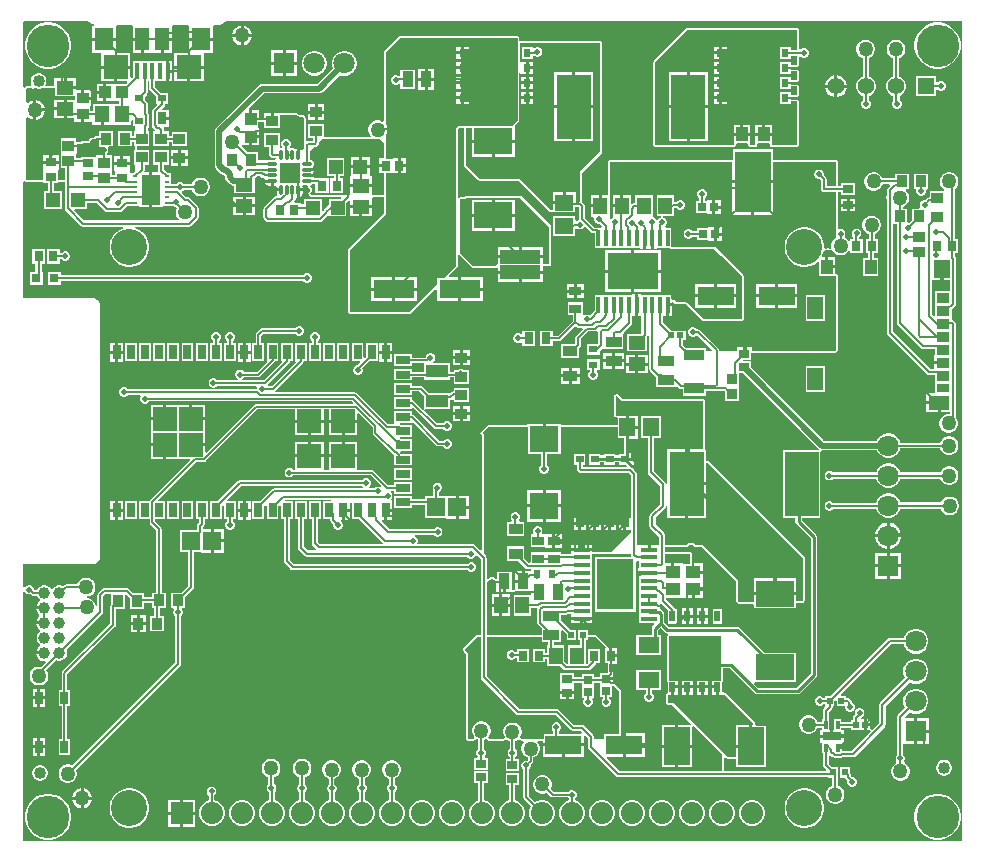
<source format=gtl>
G04*
G04 #@! TF.GenerationSoftware,Altium Limited,Altium NEXUS,4.7.2 (13)*
G04*
G04 Layer_Physical_Order=1*
G04 Layer_Color=255*
%FSLAX25Y25*%
%MOIN*%
G70*
G04*
G04 #@! TF.SameCoordinates,2623A66C-A178-4ADA-913C-0C76BB464C87*
G04*
G04*
G04 #@! TF.FilePolarity,Positive*
G04*
G01*
G75*
%ADD12C,0.00600*%
%ADD13C,0.01000*%
%ADD16C,0.00800*%
%ADD19R,0.03568X0.03366*%
%ADD20R,0.12520X0.08584*%
%ADD21R,0.06300X0.02800*%
%ADD22R,0.01200X0.02600*%
%ADD23R,0.02756X0.04724*%
%ADD24R,0.04724X0.02756*%
%ADD25R,0.07874X0.07874*%
%ADD28R,0.02953X0.03347*%
%ADD29R,0.03150X0.03740*%
%ADD30R,0.03347X0.02756*%
%ADD31R,0.02756X0.03543*%
%ADD32R,0.03937X0.03150*%
%ADD33R,0.03150X0.02362*%
%ADD34R,0.03937X0.03543*%
%ADD35R,0.02559X0.04134*%
%ADD36R,0.03900X0.04500*%
%ADD37R,0.12200X0.20500*%
%ADD38R,0.01900X0.03800*%
%ADD39C,0.05000*%
%ADD40R,0.02756X0.02362*%
%ADD41R,0.02756X0.03937*%
%ADD42R,0.01400X0.05600*%
%ADD43R,0.17100X0.12400*%
%ADD44R,0.05315X0.07480*%
%ADD45R,0.03937X0.04724*%
%ADD46R,0.05315X0.06102*%
%ADD47R,0.04331X0.03347*%
%ADD48R,0.04331X0.02953*%
%ADD49R,0.07087X0.04606*%
%ADD50R,0.11400X0.21300*%
%ADD51R,0.04724X0.07480*%
%ADD52R,0.06299X0.07480*%
%ADD53R,0.08268X0.07874*%
%ADD54R,0.01575X0.05315*%
%ADD55R,0.01968X0.02362*%
%ADD56R,0.04724X0.03543*%
%ADD57R,0.02288X0.01860*%
%ADD58R,0.03197X0.02593*%
%ADD59R,0.13410X0.04548*%
%ADD60R,0.03150X0.03150*%
%ADD61R,0.04724X0.04724*%
%ADD62R,0.07119X0.05337*%
%ADD63R,0.02047X0.02047*%
%ADD64R,0.04941X0.05733*%
%ADD65R,0.05924X0.06127*%
%ADD67R,0.01575X0.00984*%
%ADD68R,0.06299X0.09843*%
%ADD69R,0.12000X0.06300*%
%ADD70R,0.03937X0.03740*%
%ADD71R,0.03937X0.04134*%
%ADD72R,0.04921X0.04331*%
%ADD73R,0.03937X0.04331*%
%ADD74R,0.06693X0.03740*%
%ADD75R,0.05709X0.04528*%
%ADD76R,0.06102X0.05315*%
%ADD77R,0.03740X0.05315*%
%ADD78R,0.05315X0.03740*%
%ADD79R,0.04528X0.05709*%
%ADD80R,0.02835X0.02835*%
%ADD81R,0.09800X0.08900*%
%ADD82R,0.13780X0.06299*%
%ADD83R,0.07480X0.04331*%
%ADD84R,0.03543X0.03937*%
%ADD85R,0.05315X0.06102*%
%ADD86R,0.02835X0.02835*%
%ADD87R,0.08584X0.12520*%
%ADD88R,0.03740X0.03150*%
%ADD89R,0.02756X0.03347*%
%ADD90R,0.02362X0.03150*%
%ADD91R,0.02593X0.03197*%
%ADD93R,0.05600X0.01400*%
%ADD94R,0.12400X0.17100*%
%ADD95R,0.03150X0.03937*%
%ADD173O,0.03347X0.01102*%
%ADD174O,0.01102X0.03347*%
%ADD175R,0.06693X0.06693*%
%ADD176C,0.04000*%
%ADD177R,0.02480X0.02559*%
%ADD178R,0.02559X0.02480*%
%ADD179C,0.02000*%
%ADD180C,0.07087*%
%ADD181R,0.07087X0.07087*%
%ADD182R,0.07087X0.07087*%
%ADD183C,0.05543*%
%ADD184R,0.05543X0.05543*%
%ADD185R,0.07382X0.07382*%
%ADD186C,0.07382*%
%ADD187C,0.03960*%
%ADD188C,0.12000*%
%ADD189C,0.14173*%
%ADD190C,0.02000*%
G36*
X313941Y1020D02*
X1020Y1020D01*
Y84132D01*
X1520Y84232D01*
X1587Y84069D01*
X2037Y83618D01*
X2625Y83375D01*
X3262D01*
X3378Y83423D01*
X3538Y83263D01*
X3869Y83042D01*
X4259Y82965D01*
X5580D01*
X5596Y82904D01*
X5935Y82316D01*
X6416Y81836D01*
X6470Y81804D01*
X6470Y81227D01*
X6293Y81125D01*
X5776Y80607D01*
X5409Y79973D01*
X5256Y79400D01*
X8000D01*
Y78400D01*
X5256D01*
X5409Y77827D01*
X5776Y77193D01*
X6276Y76692D01*
X6337Y76621D01*
Y76179D01*
X6276Y76108D01*
X5776Y75607D01*
X5409Y74973D01*
X5256Y74400D01*
X8000D01*
Y73400D01*
X5256D01*
X5409Y72827D01*
X5776Y72193D01*
X6293Y71675D01*
X6470Y71573D01*
X6470Y70996D01*
X6416Y70964D01*
X5935Y70484D01*
X5596Y69896D01*
X5420Y69240D01*
Y68560D01*
X5596Y67904D01*
X5935Y67316D01*
X6416Y66835D01*
X6470Y66804D01*
X6470Y66227D01*
X6293Y66124D01*
X5776Y65607D01*
X5409Y64973D01*
X5256Y64400D01*
X8000D01*
Y63400D01*
X5256D01*
X5409Y62827D01*
X5776Y62193D01*
X6293Y61676D01*
X6927Y61309D01*
X7634Y61120D01*
X8215D01*
X8434Y60711D01*
X8446Y60644D01*
X6991Y59189D01*
X6576Y59300D01*
X5760D01*
X4971Y59089D01*
X4264Y58681D01*
X3687Y58103D01*
X3279Y57397D01*
X3068Y56608D01*
Y55792D01*
X3279Y55003D01*
X3687Y54297D01*
X4264Y53719D01*
X4971Y53311D01*
X5760Y53100D01*
X6576D01*
X7364Y53311D01*
X8071Y53719D01*
X8648Y54297D01*
X9057Y55003D01*
X9268Y55792D01*
Y56608D01*
X9057Y57397D01*
X8648Y58103D01*
X8575Y58177D01*
X11934Y61536D01*
X12004Y61496D01*
X12660Y61320D01*
X13340D01*
X13996Y61496D01*
X14584Y61835D01*
X15065Y62316D01*
X15404Y62904D01*
X15580Y63560D01*
Y64240D01*
X15404Y64896D01*
X15364Y64966D01*
X27249Y76851D01*
X27448Y77149D01*
X27518Y77500D01*
Y82920D01*
X28180Y83582D01*
X30279D01*
Y80126D01*
X30230Y80077D01*
X30031Y79779D01*
X29961Y79428D01*
Y73686D01*
X13983Y57708D01*
X13784Y57410D01*
X13715Y57059D01*
Y51536D01*
X12753D01*
Y46202D01*
X13715D01*
Y35198D01*
X12753D01*
Y29864D01*
X16512D01*
Y35198D01*
X15550D01*
Y46202D01*
X16512D01*
Y51536D01*
X15550D01*
Y56679D01*
X31528Y72657D01*
X31727Y72954D01*
X31796Y73305D01*
Y78632D01*
X35022D01*
Y83123D01*
X35522Y83330D01*
X36578Y82274D01*
Y78632D01*
X41321D01*
Y80380D01*
X43779D01*
Y78831D01*
X44630D01*
Y76169D01*
X43278D01*
Y71031D01*
X48021D01*
Y76169D01*
X46669D01*
Y78831D01*
X48522D01*
Y83969D01*
X47068D01*
Y105269D01*
X46998Y105620D01*
X46799Y105918D01*
X44878Y107840D01*
Y108455D01*
X48216D01*
Y114380D01*
X46138D01*
X45947Y114841D01*
X58668Y127563D01*
X61150D01*
X61501Y127632D01*
X61799Y127831D01*
X78984Y145016D01*
X91623D01*
Y141597D01*
X96360D01*
X101097D01*
Y145016D01*
X102863D01*
Y141597D01*
X107600D01*
X112337D01*
Y143556D01*
X112799Y143747D01*
X117421Y139125D01*
Y137206D01*
X117491Y136854D01*
X117690Y136557D01*
X124118Y130128D01*
X124416Y129929D01*
X124540Y129905D01*
Y126353D01*
X130464D01*
Y130309D01*
X126862D01*
X126613Y130616D01*
X126813Y131077D01*
X130464D01*
Y135033D01*
X126822D01*
X126773Y135082D01*
X126475Y135281D01*
X126371Y135302D01*
X126420Y135802D01*
X130464D01*
Y139758D01*
X126822D01*
X126773Y139806D01*
X126475Y140005D01*
X126371Y140026D01*
X126420Y140526D01*
X130464D01*
Y140526D01*
X130842Y140682D01*
X138573Y132951D01*
X138871Y132752D01*
X139222Y132682D01*
X140955D01*
X141394Y132244D01*
X141982Y132000D01*
X142618D01*
X143206Y132244D01*
X143656Y132694D01*
X143900Y133282D01*
Y133918D01*
X143656Y134506D01*
X143206Y134956D01*
X142618Y135200D01*
X141982D01*
X141394Y134956D01*
X140955Y134518D01*
X139602D01*
X131062Y143058D01*
X130764Y143257D01*
X130464Y143317D01*
Y144482D01*
X124540D01*
Y140575D01*
X124540Y140526D01*
X124421Y140075D01*
X122461D01*
X112087Y150449D01*
X111789Y150648D01*
X111438Y150718D01*
X84924D01*
X84772Y151218D01*
X84902Y151304D01*
X94131Y160533D01*
X94330Y160831D01*
X94400Y161182D01*
Y161211D01*
X95460D01*
Y167135D01*
X91504D01*
Y161211D01*
X91560D01*
X91751Y160749D01*
X83873Y152870D01*
X82655D01*
X82447Y153370D01*
X89549Y160472D01*
X89748Y160770D01*
X89818Y161121D01*
Y161211D01*
X90736D01*
Y167135D01*
X86780D01*
Y161211D01*
X87039D01*
X87231Y160749D01*
X81252Y154770D01*
X74118D01*
X74019Y155270D01*
X74141Y155321D01*
X74579Y155760D01*
X79309D01*
X79660Y155829D01*
X79958Y156028D01*
X84682Y160753D01*
X84881Y161050D01*
X84913Y161211D01*
X86011D01*
Y167135D01*
X82055D01*
Y161211D01*
X82055D01*
X82199Y160865D01*
X78929Y157595D01*
X74579D01*
X74141Y158034D01*
X73553Y158277D01*
X72916D01*
X72328Y158034D01*
X71878Y157583D01*
X71634Y156995D01*
Y156359D01*
X71878Y155771D01*
X72328Y155321D01*
X72449Y155270D01*
X72350Y154770D01*
X65692D01*
X65254Y155209D01*
X64666Y155453D01*
X64029D01*
X63441Y155209D01*
X62991Y154759D01*
X62747Y154171D01*
Y153534D01*
X62991Y152946D01*
X63441Y152496D01*
X64029Y152253D01*
X64666D01*
X65254Y152496D01*
X65692Y152935D01*
X78634D01*
X78968Y152435D01*
X78900Y152271D01*
Y151718D01*
X35845D01*
X35406Y152156D01*
X34818Y152400D01*
X34182D01*
X33594Y152156D01*
X33144Y151706D01*
X32900Y151118D01*
Y150482D01*
X33144Y149894D01*
X33594Y149444D01*
X34182Y149200D01*
X34818D01*
X35406Y149444D01*
X35845Y149882D01*
X39880D01*
X40106Y149382D01*
X39914Y148918D01*
Y148282D01*
X40157Y147694D01*
X40607Y147244D01*
X41195Y147000D01*
X41832D01*
X42420Y147244D01*
X42859Y147682D01*
X110561D01*
X110930Y147313D01*
X110739Y146852D01*
X78604D01*
X78253Y146782D01*
X77955Y146583D01*
X62040Y130667D01*
X61577Y130859D01*
Y132817D01*
X56840D01*
Y133817D01*
X61577D01*
Y137171D01*
Y141408D01*
X56840D01*
Y141908D01*
X56340D01*
Y146645D01*
X48608D01*
Y141908D01*
X48108D01*
Y141408D01*
X43371D01*
Y137171D01*
Y133817D01*
X48108D01*
Y133317D01*
X48608D01*
Y128580D01*
X56437D01*
X56629Y128118D01*
X43311Y114801D01*
X43112Y114504D01*
X43088Y114380D01*
X39536D01*
Y108455D01*
X43043D01*
Y107459D01*
X43112Y107108D01*
X43311Y106811D01*
X45233Y104889D01*
Y83969D01*
X43779D01*
Y82420D01*
X41321D01*
Y83768D01*
X37679D01*
X36298Y85149D01*
X36001Y85348D01*
X35650Y85418D01*
X27800D01*
X27449Y85348D01*
X27151Y85149D01*
X25951Y83949D01*
X25752Y83651D01*
X25682Y83300D01*
Y79640D01*
X25182Y79574D01*
X24989Y80297D01*
X24581Y81003D01*
X24003Y81581D01*
X23297Y81989D01*
X22508Y82200D01*
X22318D01*
X22308Y82696D01*
X23097Y82907D01*
X23803Y83315D01*
X24381Y83892D01*
X24789Y84599D01*
X25000Y85388D01*
Y86204D01*
X24789Y86992D01*
X24381Y87699D01*
X23803Y88276D01*
X23097Y88684D01*
X22308Y88896D01*
X21492D01*
X20703Y88684D01*
X19997Y88276D01*
X19419Y87699D01*
X19011Y86992D01*
X18936Y86713D01*
X15177D01*
X14826Y86643D01*
X14528Y86445D01*
X14244Y86161D01*
X13996Y86304D01*
X13340Y86480D01*
X12660D01*
X12004Y86304D01*
X11416Y85965D01*
X10936Y85484D01*
X10789Y85230D01*
X10211D01*
X10064Y85484D01*
X9584Y85965D01*
X8996Y86304D01*
X8340Y86480D01*
X7660D01*
X7004Y86304D01*
X6416Y85965D01*
X5935Y85484D01*
X5658Y85004D01*
X4681D01*
X4544Y85141D01*
Y85293D01*
X4300Y85881D01*
X3850Y86331D01*
X3262Y86575D01*
X2625D01*
X2037Y86331D01*
X1587Y85881D01*
X1520Y85718D01*
X1020Y85817D01*
Y93469D01*
X24016D01*
X24072Y93480D01*
X24129Y93475D01*
X24479Y93514D01*
X24589Y93549D01*
X24702Y93565D01*
X25036Y93681D01*
X25134Y93739D01*
X25242Y93780D01*
X25540Y93967D01*
X25624Y94046D01*
X25719Y94110D01*
X25969Y94359D01*
X26032Y94455D01*
X26111Y94538D01*
X26299Y94837D01*
X26340Y94944D01*
X26398Y95043D01*
X26514Y95376D01*
X26530Y95490D01*
X26565Y95599D01*
X26604Y95950D01*
X26599Y96007D01*
X26610Y96063D01*
X26610Y179527D01*
X26599Y179584D01*
X26604Y179640D01*
X26565Y179991D01*
X26530Y180101D01*
X26514Y180214D01*
X26398Y180547D01*
X26340Y180646D01*
X26299Y180753D01*
X26111Y181052D01*
X26032Y181135D01*
X25969Y181231D01*
X25719Y181480D01*
X25624Y181544D01*
X25540Y181623D01*
X25242Y181810D01*
X25134Y181851D01*
X25035Y181910D01*
X24702Y182026D01*
X24589Y182042D01*
X24479Y182077D01*
X24129Y182115D01*
X24072Y182111D01*
X24016Y182122D01*
X1020D01*
X1020Y220993D01*
X1519Y221092D01*
X1541Y221041D01*
X2000Y220851D01*
X7628D01*
Y220369D01*
X9078D01*
Y217761D01*
X7904D01*
Y211837D01*
X13828D01*
Y217761D01*
X11117D01*
Y220369D01*
X12568D01*
Y220851D01*
X14752D01*
Y219228D01*
Y212023D01*
X14830Y211633D01*
X15051Y211302D01*
X20074Y206278D01*
X20405Y206058D01*
X20795Y205980D01*
X34252D01*
X34375Y205506D01*
X33174Y205009D01*
X32093Y204287D01*
X31174Y203367D01*
X30451Y202286D01*
X29954Y201085D01*
X29700Y199810D01*
Y198510D01*
X29954Y197235D01*
X30451Y196034D01*
X31174Y194953D01*
X32093Y194033D01*
X33174Y193311D01*
X34375Y192814D01*
X35650Y192560D01*
X36950D01*
X38225Y192814D01*
X39426Y193311D01*
X40507Y194033D01*
X41427Y194953D01*
X42149Y196034D01*
X42646Y197235D01*
X42900Y198510D01*
Y199810D01*
X42646Y201085D01*
X42149Y202286D01*
X41427Y203367D01*
X40507Y204287D01*
X39426Y205009D01*
X38225Y205506D01*
X38348Y205980D01*
X56058D01*
X56448Y206058D01*
X56779Y206278D01*
X59103Y208602D01*
X59324Y208933D01*
X59402Y209323D01*
Y212223D01*
X59324Y212613D01*
X59103Y212944D01*
X56486Y215561D01*
X56155Y215782D01*
X55765Y215859D01*
X55210D01*
X53814Y217256D01*
X53931Y217846D01*
X54093Y217913D01*
X54389Y218209D01*
X57162D01*
X57210Y218032D01*
X57618Y217325D01*
X58195Y216748D01*
X58902Y216340D01*
X59690Y216128D01*
X60506D01*
X61295Y216340D01*
X62002Y216748D01*
X62579Y217325D01*
X62987Y218032D01*
X63198Y218820D01*
Y219637D01*
X62987Y220425D01*
X62579Y221132D01*
X62002Y221709D01*
X61295Y222117D01*
X60506Y222328D01*
X59690D01*
X58902Y222117D01*
X58195Y221709D01*
X57618Y221132D01*
X57210Y220425D01*
X57162Y220248D01*
X54471D01*
X54093Y220625D01*
X53505Y220869D01*
X52868D01*
X52280Y220625D01*
X51923Y220268D01*
X50187D01*
Y223864D01*
X49149D01*
X47921Y225092D01*
Y226648D01*
X49470D01*
Y231391D01*
X44333D01*
Y226648D01*
X45882D01*
Y224669D01*
X45903Y224564D01*
X45548Y224064D01*
X43984D01*
Y218342D01*
Y212621D01*
X47434D01*
Y212821D01*
X50187D01*
Y212986D01*
X50708D01*
X50924Y212770D01*
X51512Y212526D01*
X51775D01*
X52085Y212128D01*
X51993Y211970D01*
X51782Y211181D01*
Y210365D01*
X51993Y209577D01*
X52401Y208870D01*
X52752Y208519D01*
X52545Y208019D01*
X21217D01*
X17861Y211375D01*
X18053Y211837D01*
X22096D01*
Y213780D01*
X25462D01*
X28150Y211092D01*
X28480Y210871D01*
X28871Y210794D01*
X33259D01*
X33650Y210871D01*
X33981Y211092D01*
X35782Y212894D01*
X36782D01*
Y212821D01*
X39535D01*
Y212621D01*
X42984D01*
Y218342D01*
Y224064D01*
X41577D01*
X41310Y224564D01*
X41344Y224614D01*
X41421Y225004D01*
Y226648D01*
X42970D01*
Y231391D01*
X38819D01*
Y232947D01*
X42970D01*
Y237690D01*
X42535D01*
Y238955D01*
X42548Y238967D01*
X42769Y239298D01*
X42846Y239688D01*
Y243037D01*
X42769Y243427D01*
X42548Y243758D01*
X42535Y243770D01*
Y246697D01*
X42458Y247087D01*
X42237Y247418D01*
X41427Y248228D01*
Y249300D01*
X42119Y249992D01*
X42340Y250322D01*
X42417Y250713D01*
Y254579D01*
X42937D01*
Y252130D01*
X43015Y251740D01*
X43236Y251409D01*
X45345Y249300D01*
Y246983D01*
X45379D01*
X45570Y246521D01*
X44224Y245175D01*
X44003Y244844D01*
X43925Y244454D01*
Y239688D01*
X44003Y239298D01*
X44224Y238967D01*
X44968Y238224D01*
X45017Y238191D01*
X44865Y237690D01*
X44333D01*
Y232947D01*
X49470D01*
Y234299D01*
X50432D01*
Y232778D01*
X55568D01*
Y237521D01*
X50432D01*
Y236338D01*
X49470D01*
Y237690D01*
X47921D01*
Y238201D01*
X47844Y238591D01*
X47702Y238802D01*
X47884Y239302D01*
X49501D01*
Y241571D01*
X47323D01*
Y242571D01*
X49501D01*
Y244839D01*
X47426D01*
X47234Y245301D01*
X48044Y246111D01*
X48265Y246441D01*
X48342Y246831D01*
Y246983D01*
X49301D01*
Y250545D01*
X46984D01*
X44976Y252552D01*
Y254579D01*
X47487D01*
Y254379D01*
X48575D01*
Y257837D01*
Y261294D01*
X47487D01*
Y261094D01*
X37451D01*
Y255798D01*
X37151Y255555D01*
X36686Y255758D01*
Y258616D01*
X32252D01*
Y254379D01*
X35426D01*
X35617Y253917D01*
X35178Y253478D01*
X31331Y253478D01*
X30914Y253678D01*
X30869Y253678D01*
X28646D01*
Y250713D01*
Y247747D01*
X30869D01*
X30914Y247747D01*
X31331Y247947D01*
X31414Y247947D01*
X32835D01*
Y246814D01*
X30820D01*
X30680Y246815D01*
Y246815D01*
X30320D01*
Y246814D01*
X24179D01*
Y244368D01*
X23321D01*
Y246086D01*
X23520D01*
Y248256D01*
X20752D01*
Y248756D01*
X20252D01*
Y251426D01*
X18654D01*
Y251799D01*
X15000D01*
Y252299D01*
X14500D01*
Y255363D01*
X11346D01*
Y252779D01*
X8625D01*
X8337Y253279D01*
X8462Y253496D01*
X8639Y254158D01*
Y254842D01*
X8462Y255504D01*
X8120Y256096D01*
X7636Y256580D01*
X7043Y256923D01*
X6382Y257100D01*
X5697D01*
X5036Y256923D01*
X4443Y256580D01*
X3959Y256096D01*
X3617Y255504D01*
X3439Y254842D01*
Y254158D01*
X3617Y253496D01*
X3683Y253382D01*
X3433Y252949D01*
X2743D01*
X2500Y253049D01*
X2041Y252859D01*
X1541Y252359D01*
X1519Y252308D01*
X1020Y252407D01*
Y274217D01*
X1373Y274571D01*
X22403Y274567D01*
X22746Y274254D01*
X22838Y274197D01*
X22919Y274125D01*
X23662Y273691D01*
X23765Y273656D01*
X23859Y273602D01*
X24450Y273408D01*
X24370Y272908D01*
X23865D01*
Y268868D01*
X31765D01*
Y272693D01*
X31765Y272908D01*
X32147Y273193D01*
X37066D01*
X37448Y272908D01*
X37448Y272693D01*
Y268868D01*
X40610D01*
Y268368D01*
X41110D01*
Y263828D01*
X43641D01*
X43772Y263828D01*
X44141D01*
X44272Y263828D01*
X46803D01*
Y268368D01*
X47303D01*
Y268868D01*
X50465D01*
Y272693D01*
X50465Y272908D01*
X50847Y273193D01*
X55767D01*
X56149Y272908D01*
X56149Y272693D01*
Y268868D01*
X64048D01*
Y272693D01*
X64048Y272908D01*
X64430Y273193D01*
X65220D01*
X65273Y273203D01*
X65327Y273199D01*
X66184Y273288D01*
X66287Y273321D01*
X66395Y273334D01*
X67213Y273603D01*
X67308Y273656D01*
X67411Y273692D01*
X68154Y274128D01*
X68235Y274200D01*
X68328Y274257D01*
X68669Y274571D01*
X152067Y274567D01*
X152073Y274568D01*
X152079Y274567D01*
X152391Y274571D01*
X313941Y274571D01*
X313941Y1020D01*
D02*
G37*
G36*
X2601Y252299D02*
X3992D01*
X4199Y251799D01*
X4199Y251799D01*
X2500Y250100D01*
X4575Y252084D01*
X4765Y252107D01*
X4821Y252101D01*
X5095Y252061D01*
X5160Y252044D01*
X5697Y251900D01*
X6382D01*
X7043Y252077D01*
X7134Y252130D01*
X11546D01*
Y249435D01*
X18183D01*
Y248276D01*
X15500D01*
Y245213D01*
Y242149D01*
X17984D01*
Y240968D01*
X20252D01*
Y243638D01*
X21252D01*
Y240968D01*
X23479D01*
X23520Y240968D01*
X23979Y240868D01*
Y239682D01*
X26749D01*
Y243348D01*
X27749D01*
Y239682D01*
X30263D01*
X30520Y239682D01*
X30937Y239881D01*
X36821D01*
Y241325D01*
X37321Y241592D01*
X37471Y241490D01*
Y239502D01*
X38169D01*
Y237690D01*
X37833D01*
Y236338D01*
X37273D01*
Y237887D01*
X32530D01*
Y232750D01*
X37273D01*
Y234299D01*
X37833D01*
Y232947D01*
X38169D01*
Y231391D01*
X37833D01*
Y226648D01*
X38169D01*
Y224387D01*
X37646Y223864D01*
X36782D01*
Y223864D01*
X36546Y223917D01*
X36375Y224444D01*
X36524Y224755D01*
X36524Y224801D01*
Y226630D01*
X31184D01*
Y224801D01*
X31184Y224755D01*
X31384Y224338D01*
X31384Y224255D01*
Y223228D01*
X30737D01*
X30383Y223582D01*
X30384Y224580D01*
X30383Y225080D01*
Y229698D01*
X28769D01*
Y230395D01*
X29106Y230731D01*
X29349Y231319D01*
Y231956D01*
X29228Y232250D01*
X29553Y232750D01*
X30974D01*
Y237887D01*
X26231D01*
Y236338D01*
X25631D01*
X25240Y236261D01*
X24910Y236040D01*
X24512Y235642D01*
X24500Y235647D01*
X23864D01*
X23275Y235404D01*
X22825Y234954D01*
X22662Y234560D01*
X22217Y234380D01*
X22090Y234385D01*
X21570Y234600D01*
X20934D01*
X20346Y234356D01*
X20009Y234020D01*
X18568D01*
Y235470D01*
X13431D01*
Y230852D01*
X13431Y230530D01*
X13431Y230030D01*
Y225412D01*
X14752D01*
Y221500D01*
X12568D01*
X12568Y224673D01*
X12768Y225090D01*
X12768Y225135D01*
Y226965D01*
X10098D01*
X7428D01*
Y225135D01*
X7428Y225090D01*
X7628Y224673D01*
X7628Y224590D01*
Y221500D01*
X2000D01*
Y242326D01*
X2500Y242533D01*
X2774Y242259D01*
X3526Y241825D01*
X4300Y241618D01*
Y244900D01*
Y248182D01*
X3526Y247975D01*
X2774Y247541D01*
X2500Y247267D01*
X2000Y247474D01*
Y251900D01*
X2500Y252400D01*
X2601Y252299D01*
D02*
G37*
G36*
X26031Y235358D02*
Y232550D01*
X28149D01*
X28244Y232540D01*
X28592Y232116D01*
X28627Y232064D01*
Y232002D01*
X28700Y231827D01*
Y231449D01*
X28555Y231099D01*
X28310Y230854D01*
X28120Y230395D01*
Y229898D01*
X25046D01*
Y229632D01*
X24773Y229246D01*
X20227D01*
Y228902D01*
X18568D01*
Y230330D01*
X18768D01*
Y233370D01*
X20009D01*
X20468Y233560D01*
X20714Y233806D01*
X21063Y233951D01*
X21441D01*
X21841Y233785D01*
X21958D01*
X21961Y233783D01*
X21962Y233782D01*
X21964Y233782D01*
X22064Y233736D01*
X22191Y233731D01*
X22321Y233779D01*
X22459Y233778D01*
X22905Y233958D01*
X22907Y233960D01*
X22911D01*
X23085Y234134D01*
X23260Y234306D01*
X23260Y234309D01*
X23262Y234311D01*
X23376Y234586D01*
X23643Y234853D01*
X23993Y234998D01*
X24500D01*
X24512Y234993D01*
X24631Y235042D01*
X24760Y235042D01*
X24852Y235134D01*
X24971Y235183D01*
X25324Y235535D01*
X25494Y235649D01*
X25531Y235656D01*
X26031Y235358D01*
D02*
G37*
%LPC*%
G36*
X74405Y272982D02*
Y270200D01*
X77188D01*
X76981Y270974D01*
X76546Y271726D01*
X75932Y272341D01*
X75179Y272775D01*
X74405Y272982D01*
D02*
G37*
G36*
X73405D02*
X72632Y272775D01*
X71879Y272341D01*
X71265Y271726D01*
X70830Y270974D01*
X70623Y270200D01*
X73405D01*
Y272982D01*
D02*
G37*
G36*
X77188Y269200D02*
X74405D01*
Y266418D01*
X75179Y266625D01*
X75932Y267059D01*
X76546Y267674D01*
X76981Y268426D01*
X77188Y269200D01*
D02*
G37*
G36*
X73405D02*
X70623D01*
X70830Y268426D01*
X71265Y267674D01*
X71879Y267059D01*
X72632Y266625D01*
X73405Y266418D01*
Y269200D01*
D02*
G37*
G36*
X50465Y267868D02*
X47803D01*
Y263828D01*
X50465D01*
Y267868D01*
D02*
G37*
G36*
X40110D02*
X37448D01*
Y263828D01*
X40110D01*
Y267868D01*
D02*
G37*
G36*
X222453Y272297D02*
X221993Y272107D01*
X211114Y261227D01*
X210924Y260768D01*
Y233131D01*
X211114Y232672D01*
X211573Y232481D01*
X237749D01*
X237976Y232575D01*
X238206Y232669D01*
X238206Y232671D01*
X238208Y232672D01*
X238302Y232900D01*
X238398Y233128D01*
X238400Y233627D01*
X238851Y233830D01*
X242151D01*
X242601Y233627D01*
X242604Y233128D01*
X242699Y232900D01*
X242794Y232672D01*
X242795Y232671D01*
X242796Y232669D01*
X243024Y232576D01*
X243253Y232481D01*
X244993D01*
X245220Y232575D01*
X245450Y232669D01*
X245450Y232671D01*
X245452Y232672D01*
X245546Y232900D01*
X245642Y233128D01*
X245644Y233627D01*
X246095Y233830D01*
X249395D01*
X249846Y233627D01*
X249848Y233128D01*
X249943Y232900D01*
X250038Y232672D01*
X250040Y232671D01*
X250040Y232669D01*
X250269Y232576D01*
X250497Y232481D01*
X258838D01*
X258957Y232531D01*
X259086D01*
X259178Y232622D01*
X259297Y232672D01*
X259347Y232791D01*
X259438Y232882D01*
X259500Y233032D01*
Y233161D01*
X259549Y233281D01*
Y247680D01*
X259359Y248140D01*
X258900Y248330D01*
X256931D01*
Y249070D01*
X258900D01*
X259359Y249260D01*
X259549Y249720D01*
Y252680D01*
X259359Y253140D01*
X258900Y253330D01*
X256931D01*
Y254070D01*
X258900D01*
X259359Y254260D01*
X259549Y254720D01*
Y257680D01*
X259359Y258140D01*
X258900Y258330D01*
X256931D01*
Y259070D01*
X258900D01*
X259359Y259260D01*
X259549Y259720D01*
Y262627D01*
X260049Y262758D01*
X260294Y262514D01*
X260882Y262270D01*
X261518D01*
X262106Y262514D01*
X262556Y262964D01*
X262800Y263552D01*
Y264188D01*
X262556Y264776D01*
X262106Y265227D01*
X261518Y265470D01*
X260882D01*
X260294Y265227D01*
X260049Y264982D01*
X259549Y265113D01*
Y271647D01*
X259359Y272106D01*
X258900Y272297D01*
X222453Y272297D01*
D02*
G37*
G36*
X92343Y264713D02*
X88500D01*
Y260870D01*
X92343D01*
Y264713D01*
D02*
G37*
G36*
X87500D02*
X83657D01*
Y260870D01*
X87500D01*
Y264713D01*
D02*
G37*
G36*
X64048Y267868D02*
X56149D01*
Y263853D01*
X51227D01*
Y259616D01*
X61095D01*
Y263828D01*
X64048D01*
Y267868D01*
D02*
G37*
G36*
X31765D02*
X23865D01*
Y263828D01*
X26818D01*
Y259616D01*
X36686D01*
Y263853D01*
X31765D01*
Y267868D01*
D02*
G37*
G36*
X306466Y274025D02*
X304952D01*
X303467Y273730D01*
X302068Y273150D01*
X300809Y272309D01*
X299738Y271238D01*
X298897Y269980D01*
X298317Y268581D01*
X298022Y267096D01*
Y265581D01*
X298317Y264096D01*
X298897Y262698D01*
X299738Y261439D01*
X300809Y260368D01*
X302068Y259527D01*
X303467Y258947D01*
X304952Y258652D01*
X306466D01*
X307951Y258947D01*
X309350Y259527D01*
X310609Y260368D01*
X311679Y261439D01*
X312520Y262698D01*
X313100Y264096D01*
X313395Y265581D01*
Y267096D01*
X313100Y268581D01*
X312520Y269980D01*
X311679Y271238D01*
X310609Y272309D01*
X309350Y273150D01*
X307951Y273730D01*
X306466Y274025D01*
D02*
G37*
G36*
X10009D02*
X8495D01*
X7010Y273730D01*
X5611Y273150D01*
X4352Y272309D01*
X3281Y271238D01*
X2440Y269980D01*
X1861Y268581D01*
X1565Y267096D01*
Y265581D01*
X1861Y264096D01*
X2440Y262698D01*
X3281Y261439D01*
X4352Y260368D01*
X5611Y259527D01*
X7010Y258947D01*
X8495Y258652D01*
X10009D01*
X11494Y258947D01*
X12893Y259527D01*
X14152Y260368D01*
X15223Y261439D01*
X16064Y262698D01*
X16643Y264096D01*
X16939Y265581D01*
Y267096D01*
X16643Y268581D01*
X16064Y269980D01*
X15223Y271238D01*
X14152Y272309D01*
X12893Y273150D01*
X11494Y273730D01*
X10009Y274025D01*
D02*
G37*
G36*
X50662Y261294D02*
X49575D01*
Y258337D01*
X50662D01*
Y261294D01*
D02*
G37*
G36*
X165700Y269449D02*
X126394D01*
X125935Y269259D01*
X121370Y264693D01*
X121179Y264234D01*
Y241237D01*
X120679Y240948D01*
X120231Y241207D01*
X119442Y241418D01*
X118626D01*
X117838Y241207D01*
X117131Y240799D01*
X116554Y240222D01*
X116146Y239515D01*
X115934Y238726D01*
Y237910D01*
X116146Y237122D01*
X116554Y236415D01*
X116758Y236210D01*
X116551Y235710D01*
X101116D01*
Y240188D01*
X95979D01*
Y235445D01*
X97528D01*
Y234598D01*
X95976D01*
X95586Y234521D01*
X95549Y234497D01*
X95049Y234764D01*
Y242203D01*
X95024Y242265D01*
X95037Y242330D01*
X94932Y242488D01*
X94859Y242663D01*
X94798Y242688D01*
X94761Y242743D01*
X94261Y243078D01*
X94196Y243091D01*
X94148Y243138D01*
X93959D01*
X93773Y243175D01*
X93730Y243146D01*
X93293D01*
X92944Y243291D01*
X92675Y243559D01*
X92216Y243749D01*
X86461D01*
X86426Y243735D01*
X84393D01*
Y241163D01*
X83393D01*
Y243735D01*
X81124D01*
Y241629D01*
X79499D01*
Y244764D01*
X77230D01*
Y241897D01*
X76230D01*
Y244834D01*
X76068Y245226D01*
X81222Y250380D01*
X99642D01*
X100266Y250505D01*
X100795Y250858D01*
X106437Y256500D01*
X107455Y256227D01*
X108545D01*
X109599Y256509D01*
X110544Y257055D01*
X111316Y257826D01*
X111861Y258771D01*
X112143Y259825D01*
Y260916D01*
X111861Y261969D01*
X111316Y262914D01*
X110544Y263685D01*
X109599Y264231D01*
X108545Y264513D01*
X107455D01*
X106401Y264231D01*
X105456Y263685D01*
X104684Y262914D01*
X104139Y261969D01*
X103857Y260916D01*
Y259825D01*
X104130Y258807D01*
X98966Y253643D01*
X80547D01*
X80547Y253643D01*
X79922Y253519D01*
X79393Y253165D01*
X65178Y238950D01*
X64824Y238421D01*
X64700Y237796D01*
Y226367D01*
X64824Y225743D01*
X65178Y225213D01*
X66843Y223548D01*
X67372Y223194D01*
X67997Y223070D01*
X68008D01*
X68224Y222854D01*
Y222407D01*
X68348Y221783D01*
X68702Y221253D01*
X69873Y220082D01*
X70402Y219728D01*
X71027Y219604D01*
X71130D01*
Y217108D01*
X78039D01*
Y221737D01*
X78059Y221835D01*
X78039Y221934D01*
Y222197D01*
X78794Y222953D01*
X80000D01*
X80658Y222295D01*
X80988Y222074D01*
X81202Y222031D01*
X81451Y221647D01*
X81472Y221547D01*
X83893D01*
Y221047D01*
X84393D01*
Y219670D01*
X84930D01*
X85176Y219476D01*
X85370Y219230D01*
Y218693D01*
X86747D01*
Y217693D01*
X85370D01*
Y217071D01*
X85464Y216595D01*
X85443Y216490D01*
X85212Y216095D01*
X84822Y216017D01*
X84491Y215796D01*
X81286Y212591D01*
X81064Y212260D01*
X80987Y211870D01*
Y209036D01*
X81064Y208646D01*
X81286Y208315D01*
X81754Y207847D01*
X82085Y207626D01*
X82475Y207548D01*
X99829D01*
X100219Y207626D01*
X100550Y207847D01*
X102266Y209563D01*
X102766Y209376D01*
Y209376D01*
X108690D01*
Y213858D01*
X109378Y214546D01*
X109840Y214354D01*
Y213051D01*
X113494D01*
X117148D01*
Y215424D01*
X117521Y215923D01*
X117645Y215922D01*
X117646Y215923D01*
X117648Y215922D01*
X121179D01*
Y210551D01*
X109237Y198609D01*
X109047Y198150D01*
Y177489D01*
X109237Y177029D01*
X109697Y176839D01*
X129746D01*
X130205Y177029D01*
X138329Y185153D01*
X138791Y184962D01*
Y184850D01*
D01*
Y181216D01*
X145981D01*
Y185166D01*
Y189115D01*
X142944D01*
X142753Y189577D01*
X145559Y192384D01*
X145749Y192843D01*
Y196578D01*
X145993Y196692D01*
X146249Y196732D01*
X149633Y193348D01*
X150558Y192423D01*
X151017Y192233D01*
X158338D01*
X158612Y192347D01*
X158811Y192274D01*
X159054Y192122D01*
X159112Y192054D01*
Y191189D01*
X166618D01*
X174123D01*
Y192699D01*
X176345D01*
X176804Y192889D01*
X176994Y193348D01*
Y193849D01*
Y205872D01*
X176804Y206331D01*
X167078Y216057D01*
X166619Y216247D01*
X150083D01*
X150036Y216228D01*
X149986Y216240D01*
X146556Y215717D01*
X146382Y215612D01*
X146249Y215557D01*
X145749Y215742D01*
Y238363D01*
X145717Y238443D01*
X146278Y239004D01*
X147800D01*
Y226504D01*
X147990Y226044D01*
X152658Y221376D01*
X153117Y221186D01*
X166305D01*
X176536Y210955D01*
X176655Y210905D01*
X176747Y210814D01*
X176876D01*
X176995Y210765D01*
X177115Y210814D01*
X177244D01*
X177418Y210886D01*
X177657Y210727D01*
Y210727D01*
X184960D01*
Y212655D01*
X186046D01*
X186352Y212350D01*
Y208475D01*
X186108Y208232D01*
X185520Y207988D01*
X185460Y207928D01*
X184960Y208135D01*
Y209368D01*
X177657D01*
Y202853D01*
X184960D01*
Y205180D01*
X185460Y205336D01*
X185520Y205276D01*
X186108Y205032D01*
X186745D01*
X187333Y205276D01*
X187783Y205726D01*
X187851Y205890D01*
X188441Y206007D01*
X190349Y204098D01*
X190647Y203900D01*
X190998Y203830D01*
X191378D01*
Y198847D01*
X206532D01*
Y198663D01*
Y198647D01*
X207532D01*
Y202247D01*
X208532D01*
Y198647D01*
X210091D01*
Y202247D01*
X211091D01*
Y198647D01*
X212091D01*
Y198663D01*
Y198847D01*
X216566D01*
X217009Y198663D01*
X231238D01*
X231329Y198572D01*
D01*
X233656Y196245D01*
X240501Y189400D01*
Y175051D01*
X227731D01*
X222286Y180496D01*
X221988Y180695D01*
X221637Y180765D01*
X218711D01*
X218130Y181346D01*
X218011Y181395D01*
X217920Y181486D01*
X217791D01*
X217671Y181536D01*
X217552Y181486D01*
X217423D01*
X217009Y181763D01*
Y183247D01*
X206973D01*
Y183447D01*
X205973D01*
Y179847D01*
Y176247D01*
X206973D01*
X207013Y175764D01*
Y170178D01*
X206922Y170087D01*
X202045D01*
Y164359D01*
X208954D01*
Y169335D01*
X208974Y169366D01*
X209052Y169756D01*
Y176447D01*
X209674D01*
Y158356D01*
X209743Y158005D01*
X209942Y157707D01*
X211809Y155841D01*
X211852Y155812D01*
Y152450D01*
X218367D01*
Y152671D01*
X218829Y152862D01*
X219536Y152155D01*
X219833Y151956D01*
X220185Y151886D01*
X220711D01*
Y149623D01*
X228604D01*
Y151176D01*
X234739D01*
Y147811D01*
X239507D01*
Y152238D01*
X239507Y152377D01*
X239507D01*
Y152738D01*
X239507D01*
Y157076D01*
X240968D01*
X266064Y131979D01*
X265876Y131479D01*
X254094D01*
Y108979D01*
X258321D01*
Y107582D01*
X258321Y107582D01*
X258406Y107153D01*
X258649Y106789D01*
X263383Y102055D01*
Y57137D01*
X258568Y52322D01*
X245996D01*
X244669Y53648D01*
X244876Y54148D01*
X245070Y54148D01*
X258379D01*
Y63932D01*
X248213D01*
X239801Y72345D01*
X239437Y72588D01*
X239007Y72674D01*
X239007Y72674D01*
X216001D01*
X214899Y73776D01*
X214894Y73801D01*
X214651Y74165D01*
X214651Y74165D01*
X214519Y74297D01*
Y76983D01*
X214433Y77412D01*
X214190Y77776D01*
X214190Y77776D01*
X213604Y78362D01*
X213440Y78472D01*
X213092Y78828D01*
Y80279D01*
X213593Y80460D01*
X215758Y78295D01*
Y73666D01*
X218858D01*
Y78666D01*
X218190D01*
X218028Y78908D01*
X215205Y81732D01*
Y82344D01*
X220707D01*
X221078Y82144D01*
Y82144D01*
X223839D01*
Y85110D01*
X224339D01*
Y85610D01*
X227600D01*
Y88075D01*
X227400D01*
Y90310D01*
X224139D01*
Y91310D01*
X227400D01*
Y93775D01*
X223871D01*
Y97010D01*
X223680Y97469D01*
X223221Y97659D01*
X214912D01*
Y99076D01*
X222065D01*
X222184Y99125D01*
X222313D01*
X222405Y99217D01*
X222524Y99266D01*
X222573Y99385D01*
X222665Y99477D01*
X222694Y99548D01*
X222961Y99815D01*
X223311Y99960D01*
X223689D01*
X224039Y99815D01*
X224306Y99548D01*
X224335Y99477D01*
X224427Y99385D01*
X224476Y99266D01*
X224595Y99217D01*
X224687Y99125D01*
X224816D01*
X224935Y99076D01*
X226926D01*
X227261Y99215D01*
X238626Y87850D01*
Y81167D01*
X238627Y81164D01*
X238626Y81160D01*
X238722Y80935D01*
X238816Y80708D01*
X238820Y80707D01*
X238821Y80703D01*
X239179Y80353D01*
X239183Y80352D01*
X239184Y80348D01*
X239413Y80260D01*
X239640Y80168D01*
X239644Y80170D01*
X239648Y80169D01*
X244159Y80273D01*
X244659Y79857D01*
Y78772D01*
X258379D01*
Y80302D01*
X258506Y80455D01*
X258879Y80643D01*
X258944Y80617D01*
X258948Y80618D01*
X258952Y80617D01*
X260818Y80660D01*
X261039Y80758D01*
X261262Y80850D01*
X261265Y80858D01*
X261273Y80861D01*
X261360Y81086D01*
X261453Y81309D01*
Y95590D01*
X261262Y96049D01*
X229615Y127696D01*
X229496Y127746D01*
X229404Y127837D01*
X229275D01*
X229156Y127887D01*
X229036Y127837D01*
X228907D01*
X228494Y128113D01*
Y131479D01*
X228310D01*
X228176Y131679D01*
Y147944D01*
X227986Y148403D01*
X227527Y148593D01*
X200776D01*
X199317Y150052D01*
X199198Y150102D01*
X199107Y150193D01*
X198977D01*
X198858Y150243D01*
X198739Y150193D01*
X198609D01*
X198147Y150002D01*
X198056Y149911D01*
X197937Y149861D01*
X197887Y149742D01*
X197796Y149650D01*
Y149521D01*
X197747Y149402D01*
Y143038D01*
X197835Y142825D01*
X197910Y142607D01*
X197929Y142598D01*
X197937Y142579D01*
X198150Y142491D01*
X198357Y142390D01*
X198845Y142360D01*
X199084Y141944D01*
Y139807D01*
X180292D01*
Y140343D01*
X175092D01*
Y135093D01*
X174092D01*
Y140343D01*
X168893D01*
Y139807D01*
X155911D01*
X155452Y139617D01*
X153483Y137648D01*
X153293Y137189D01*
X153483Y136730D01*
X153751Y136462D01*
Y98341D01*
X153289Y98150D01*
X151643Y99795D01*
X151312Y100016D01*
X150922Y100094D01*
X132613D01*
X132284Y100594D01*
X132403Y100882D01*
Y101518D01*
X132160Y102106D01*
X131710Y102556D01*
X131502Y102642D01*
X131602Y103142D01*
X137786D01*
X138123Y102805D01*
X138711Y102562D01*
X139347D01*
X139936Y102805D01*
X140385Y103255D01*
X140629Y103844D01*
Y104480D01*
X140385Y105068D01*
X139936Y105518D01*
X139347Y105762D01*
X138711D01*
X138123Y105518D01*
X137786Y105182D01*
X123099D01*
X120488Y107793D01*
X120679Y108255D01*
X121329D01*
Y111417D01*
X121829D01*
Y111917D01*
X124007D01*
Y114579D01*
X123814D01*
X123607Y115079D01*
X123756Y115229D01*
X124000Y115817D01*
Y116454D01*
X123756Y117042D01*
X123334Y117464D01*
X123345Y117601D01*
X123472Y117964D01*
X124540D01*
Y116904D01*
X130464D01*
Y120860D01*
X124540D01*
Y119799D01*
X122596D01*
X117753Y124642D01*
X117455Y124841D01*
X117104Y124911D01*
X112337D01*
Y129085D01*
X107600D01*
X102863D01*
Y124911D01*
X101097D01*
Y129085D01*
X96360D01*
X91623D01*
Y124911D01*
X91018D01*
X90579Y125349D01*
X89991Y125593D01*
X89354D01*
X88766Y125349D01*
X88316Y124899D01*
X88072Y124311D01*
Y123675D01*
X88316Y123087D01*
X88766Y122637D01*
X89354Y122393D01*
X89991D01*
X90579Y122637D01*
X91018Y123075D01*
X116724D01*
X120270Y119530D01*
X119986Y119106D01*
X119518Y119300D01*
X118882D01*
X118294Y119056D01*
X117957Y118720D01*
X116336D01*
X116260Y118860D01*
X116182Y119220D01*
X116556Y119594D01*
X116800Y120182D01*
Y120818D01*
X116556Y121406D01*
X116106Y121856D01*
X115518Y122100D01*
X114882D01*
X114294Y121856D01*
X113957Y121520D01*
X73234D01*
X72844Y121442D01*
X72513Y121221D01*
X65672Y114380D01*
X63158D01*
Y108455D01*
X67114D01*
Y112898D01*
X67421Y113147D01*
X67882Y112946D01*
Y108455D01*
X68943D01*
Y107875D01*
X68504Y107436D01*
X68260Y106848D01*
Y106211D01*
X68504Y105623D01*
X68954Y105173D01*
X69542Y104929D01*
X70179D01*
X70767Y105173D01*
X71217Y105623D01*
X71460Y106211D01*
Y106848D01*
X71217Y107436D01*
X70778Y107875D01*
Y108455D01*
X71838D01*
Y114380D01*
X69209D01*
X69018Y114841D01*
X73657Y119480D01*
X113836D01*
X114062Y119220D01*
X113866Y118720D01*
X84607D01*
X84217Y118642D01*
X83886Y118421D01*
X79845Y114380D01*
X77331D01*
Y108455D01*
X81287D01*
Y112898D01*
X81594Y113147D01*
X82055Y112946D01*
Y108455D01*
X86011D01*
Y112898D01*
X86319Y113147D01*
X86780Y112946D01*
Y108455D01*
X87738D01*
Y94442D01*
X87816Y94052D01*
X88037Y93721D01*
X89979Y91779D01*
X90310Y91558D01*
X90700Y91480D01*
X149057D01*
X149394Y91144D01*
X149982Y90900D01*
X150618D01*
X151206Y91144D01*
X151656Y91594D01*
X151900Y92182D01*
Y92818D01*
X151656Y93406D01*
X151206Y93856D01*
X150618Y94100D01*
X149982D01*
X149394Y93856D01*
X149057Y93520D01*
X91122D01*
X89777Y94864D01*
Y108455D01*
X90736D01*
Y114380D01*
X88621D01*
X88354Y114880D01*
X88407Y114960D01*
X103513D01*
X103572Y114880D01*
X103321Y114380D01*
X100953D01*
Y108455D01*
X103289D01*
Y108020D01*
X103367Y107630D01*
X103588Y107299D01*
X104200Y106687D01*
Y106082D01*
X104444Y105494D01*
X104894Y105044D01*
X105482Y104800D01*
X106118D01*
X106706Y105044D01*
X107156Y105494D01*
X107400Y106082D01*
Y106718D01*
X107156Y107306D01*
X106708Y107755D01*
X106708Y107763D01*
X106809Y108255D01*
X107156D01*
Y111417D01*
X107656D01*
Y111917D01*
X109833D01*
X109834Y114194D01*
X109902Y114227D01*
X110402Y113913D01*
Y108455D01*
X112916D01*
X113430Y107941D01*
X113430Y107941D01*
X120777Y100594D01*
X120630Y100140D01*
X120594Y100094D01*
X99907D01*
X99226Y100775D01*
Y108455D01*
X100185D01*
Y114380D01*
X96229D01*
Y108455D01*
X97187D01*
Y100352D01*
X97265Y99962D01*
X97486Y99631D01*
X98588Y98529D01*
X98381Y98029D01*
X95813D01*
X94502Y99340D01*
Y108455D01*
X95460D01*
Y114380D01*
X91504D01*
Y108455D01*
X92463D01*
Y98918D01*
X92540Y98527D01*
X92761Y98197D01*
X94670Y96289D01*
X95000Y96068D01*
X95390Y95990D01*
X148915D01*
X149323Y95582D01*
X149911Y95339D01*
X150548D01*
X151136Y95582D01*
X151586Y96033D01*
X151653Y96195D01*
X152243Y96312D01*
X153380Y95174D01*
Y69995D01*
X152245D01*
X151786Y69805D01*
X147741Y65759D01*
X147551Y65300D01*
Y64800D01*
X147741Y64341D01*
X148551Y63531D01*
Y35300D01*
X148741Y34841D01*
X149200Y34651D01*
X151131D01*
X151250Y34700D01*
X151379D01*
X151470Y34791D01*
X151590Y34841D01*
X151618Y34909D01*
X151761Y35062D01*
X152134Y35188D01*
X152404Y35033D01*
X152683Y34958D01*
Y31876D01*
X152244Y31437D01*
X152000Y30849D01*
Y30212D01*
X152244Y29624D01*
X152417Y29452D01*
X152209Y28951D01*
X151327D01*
Y24996D01*
X155873D01*
Y28951D01*
X154991D01*
X154784Y29452D01*
X154957Y29624D01*
X155200Y30212D01*
Y30849D01*
X154957Y31437D01*
X154518Y31876D01*
Y34958D01*
X154797Y35033D01*
X155067Y35188D01*
X155439Y35062D01*
X155583Y34909D01*
X155611Y34841D01*
X155730Y34791D01*
X155822Y34700D01*
X155951D01*
X156070Y34651D01*
X161229D01*
X161342Y34697D01*
X161464Y34695D01*
X161562Y34789D01*
X161688Y34841D01*
X161756Y34877D01*
X162096Y34988D01*
X162328Y34945D01*
X162822Y34660D01*
X163101Y34585D01*
Y31931D01*
X162662Y31492D01*
X162418Y30904D01*
Y30268D01*
X162662Y29680D01*
X163101Y29241D01*
Y28478D01*
X161745D01*
Y24522D01*
X166291D01*
Y28478D01*
X164936D01*
Y29241D01*
X165375Y29680D01*
X165618Y30268D01*
Y30904D01*
X165375Y31492D01*
X164936Y31931D01*
Y34585D01*
X165215Y34660D01*
X165708Y34945D01*
X165940Y34988D01*
X166281Y34877D01*
X166349Y34841D01*
X166474Y34789D01*
X166572Y34695D01*
X166695Y34697D01*
X166808Y34651D01*
X167621D01*
X167828Y34151D01*
X167572Y33894D01*
X167164Y33187D01*
X166952Y32399D01*
Y31583D01*
X167164Y30794D01*
X167572Y30088D01*
X168149Y29510D01*
X168856Y29102D01*
X169135Y29027D01*
Y28224D01*
X168912Y28002D01*
X168292D01*
X167704Y27758D01*
X167254Y27308D01*
X167010Y26720D01*
Y26083D01*
X167254Y25495D01*
X167692Y25056D01*
Y15690D01*
X167762Y15339D01*
X167961Y15041D01*
X170184Y12819D01*
X169801Y12156D01*
X169509Y11065D01*
Y9935D01*
X169801Y8844D01*
X170366Y7865D01*
X171165Y7066D01*
X172144Y6502D01*
X173235Y6209D01*
X174365D01*
X175456Y6502D01*
X176435Y7066D01*
X177234Y7865D01*
X177798Y8844D01*
X178091Y9935D01*
Y11065D01*
X177798Y12156D01*
X177234Y13135D01*
X176435Y13934D01*
X175456Y14499D01*
X174365Y14791D01*
X173235D01*
X172144Y14499D01*
X171482Y14116D01*
X169528Y16070D01*
Y25056D01*
X169967Y25495D01*
X170210Y26083D01*
Y26704D01*
X170701Y27195D01*
X170900Y27493D01*
X170970Y27844D01*
Y29027D01*
X171249Y29102D01*
X171956Y29510D01*
X172533Y30088D01*
X172941Y30794D01*
X173152Y31583D01*
Y32399D01*
X172941Y33187D01*
X172533Y33894D01*
X172277Y34151D01*
X172484Y34651D01*
X174192D01*
Y33723D01*
X180992D01*
X187792D01*
Y36192D01*
X188254Y36384D01*
X189278Y35359D01*
Y32495D01*
X189356Y32105D01*
X189577Y31774D01*
X198627Y22724D01*
X198958Y22503D01*
X199348Y22425D01*
X269317D01*
Y22325D01*
X270543D01*
Y19558D01*
X270366Y19511D01*
X269659Y19103D01*
X269082Y18526D01*
X268674Y17819D01*
X268463Y17030D01*
Y16214D01*
X268674Y15426D01*
X269082Y14719D01*
X269659Y14141D01*
X270366Y13733D01*
X271155Y13522D01*
X271971D01*
X272760Y13733D01*
X273466Y14141D01*
X274044Y14719D01*
X274452Y15426D01*
X274663Y16214D01*
Y17030D01*
X274452Y17819D01*
X274044Y18526D01*
X273466Y19103D01*
X272760Y19511D01*
X272583Y19558D01*
Y23445D01*
X272505Y23835D01*
X272486Y23864D01*
Y25888D01*
X270562D01*
X269469Y26981D01*
Y29688D01*
X269969Y29895D01*
X270528Y29335D01*
X270597Y29289D01*
X270651Y29235D01*
X270982Y29014D01*
X271372Y28937D01*
X273400D01*
X273791Y29014D01*
X273824Y29037D01*
X277365D01*
X277755Y29114D01*
X278086Y29335D01*
X288081Y39330D01*
X288302Y39661D01*
X288380Y40051D01*
Y46238D01*
X296381Y54239D01*
X296901Y53939D01*
X297955Y53657D01*
X299045D01*
X300099Y53939D01*
X301044Y54484D01*
X301816Y55256D01*
X302361Y56201D01*
X302643Y57254D01*
Y58346D01*
X302361Y59399D01*
X301816Y60344D01*
X301044Y61115D01*
X300099Y61661D01*
X299045Y61943D01*
X297955D01*
X296901Y61661D01*
X295956Y61115D01*
X295184Y60344D01*
X294639Y59399D01*
X294357Y58346D01*
Y57254D01*
X294639Y56201D01*
X294939Y55681D01*
X286639Y47381D01*
X286418Y47050D01*
X286340Y46660D01*
Y40473D01*
X283957Y38089D01*
X283812Y38087D01*
X283358Y38518D01*
X283358Y38606D01*
Y39456D01*
X282034D01*
Y38133D01*
X282863D01*
X282973Y38133D01*
X283404Y37679D01*
X283401Y37534D01*
X276943Y31076D01*
X273786D01*
Y31756D01*
X272386D01*
Y32756D01*
X273786D01*
Y33906D01*
X274368D01*
Y35606D01*
X270418D01*
X266468D01*
Y33906D01*
X267249D01*
Y30356D01*
X267430D01*
Y26559D01*
X267507Y26169D01*
X267728Y25838D01*
X268639Y24927D01*
X268448Y24464D01*
X234578D01*
Y28749D01*
X235040Y28940D01*
X235260Y28720D01*
X235719Y28530D01*
X238385D01*
X238585Y28396D01*
Y25896D01*
X248369D01*
Y39616D01*
X245122D01*
X244846Y40030D01*
Y40159D01*
X244895Y40278D01*
X244846Y40398D01*
Y40527D01*
X244754Y40618D01*
X244705Y40737D01*
X234941Y50501D01*
X234822Y50551D01*
X234730Y50642D01*
X234601D01*
X234482Y50691D01*
X234362Y50642D01*
X234233D01*
X233858Y51028D01*
Y53983D01*
X233917Y54007D01*
X234107Y54466D01*
Y58832D01*
X236313D01*
X244738Y50407D01*
X244738Y50407D01*
X245102Y50164D01*
X245531Y50078D01*
X259033D01*
X259033Y50078D01*
X259462Y50164D01*
X259826Y50407D01*
X265298Y55879D01*
X265298Y55879D01*
X265541Y56243D01*
X265627Y56672D01*
X265627Y56672D01*
Y102520D01*
X265627Y102520D01*
X265541Y102949D01*
X265298Y103313D01*
X265298Y103313D01*
X260564Y108047D01*
Y108979D01*
X266694D01*
Y130990D01*
X267194Y131400D01*
X267350Y131369D01*
X285458D01*
X285984Y130456D01*
X286756Y129684D01*
X287701Y129139D01*
X288755Y128857D01*
X289845D01*
X290899Y129139D01*
X291844Y129684D01*
X292616Y130456D01*
X293161Y131401D01*
X293344Y132082D01*
X306585D01*
X306660Y131803D01*
X307068Y131097D01*
X307645Y130519D01*
X308352Y130111D01*
X309140Y129900D01*
X309957D01*
X310745Y130111D01*
X311452Y130519D01*
X312029Y131097D01*
X312437Y131803D01*
X312649Y132592D01*
Y133408D01*
X312437Y134197D01*
X312029Y134903D01*
X311452Y135481D01*
X310745Y135889D01*
X309957Y136100D01*
X309140D01*
X308352Y135889D01*
X307645Y135481D01*
X307068Y134903D01*
X306660Y134197D01*
X306585Y133918D01*
X293344D01*
X293161Y134599D01*
X292616Y135544D01*
X291844Y136316D01*
X290899Y136861D01*
X289845Y137143D01*
X288755D01*
X287701Y136861D01*
X286756Y136316D01*
X285984Y135544D01*
X285458Y134631D01*
X268026D01*
X243570Y159087D01*
Y161031D01*
X241222D01*
X240955Y161531D01*
X241003Y161603D01*
X243570D01*
Y163684D01*
X243770Y163818D01*
X271498D01*
X271551Y163840D01*
X271606Y163827D01*
X271774Y163932D01*
X271957Y164008D01*
X271979Y164061D01*
X272027Y164091D01*
X272383Y164591D01*
X272427Y164784D01*
X272503Y164967D01*
Y189445D01*
X272453Y189565D01*
X272453Y189695D01*
X272362Y189785D01*
X272313Y189904D01*
X272193Y189954D01*
X272101Y190045D01*
X271673Y190221D01*
X271626Y190268D01*
Y192083D01*
X268858D01*
Y192582D01*
X268358D01*
Y195745D01*
X267513D01*
X267236Y196245D01*
X267646Y197235D01*
X267753Y197769D01*
X268151Y198039D01*
X268377D01*
X268602Y198022D01*
X268622Y198039D01*
X268649D01*
X268947Y198163D01*
X269325D01*
X269648Y198029D01*
X269720D01*
X269780Y197990D01*
X269960Y198029D01*
X270145D01*
X270548Y198030D01*
X270695Y197997D01*
X270895Y197651D01*
X271472Y197074D01*
X272179Y196666D01*
X272968Y196455D01*
X273784D01*
X274572Y196666D01*
X275279Y197074D01*
X275856Y197651D01*
X276090Y198056D01*
X276590Y197922D01*
Y197281D01*
X280743D01*
Y201828D01*
X279686D01*
Y202431D01*
X280062Y202807D01*
X280306Y203395D01*
Y204032D01*
X280062Y204620D01*
X279612Y205070D01*
X279024Y205314D01*
X278387D01*
X277799Y205070D01*
X277349Y204620D01*
X277106Y204032D01*
Y203395D01*
X277349Y202807D01*
X277647Y202509D01*
Y201828D01*
X276590D01*
Y201187D01*
X276090Y201053D01*
X275856Y201458D01*
X275279Y202035D01*
X274916Y202245D01*
X274732Y202768D01*
X274976Y203356D01*
Y203993D01*
X274732Y204581D01*
X274282Y205031D01*
X273694Y205275D01*
X273058D01*
X272919Y205217D01*
X272503Y205495D01*
Y217446D01*
X273677D01*
Y216568D01*
X278075D01*
Y220362D01*
X273677D01*
Y219485D01*
X272503D01*
Y227586D01*
X272313Y228045D01*
X271854Y228235D01*
X251023D01*
X250823Y228369D01*
Y231830D01*
X237423D01*
Y228369D01*
X237223Y228235D01*
X196658D01*
X196198Y228045D01*
X196015Y227861D01*
X195824Y227402D01*
Y216602D01*
X193850D01*
Y212947D01*
X193350D01*
Y212447D01*
X190287D01*
Y209293D01*
X190960D01*
X191238Y208877D01*
X191210Y208811D01*
Y208175D01*
X191454Y207587D01*
X191904Y207137D01*
X192492Y206893D01*
X193129D01*
X193143Y206899D01*
X193895Y206147D01*
X193688Y205647D01*
X192367D01*
X192278Y205665D01*
X191378D01*
X188188Y208856D01*
Y212730D01*
X188118Y213081D01*
X187919Y213378D01*
X187075Y214222D01*
X187025Y214255D01*
X187076Y214378D01*
Y223855D01*
X193810Y230588D01*
X194000Y231048D01*
Y267213D01*
X193810Y267672D01*
X193350Y267862D01*
X166574D01*
X166349Y268012D01*
Y268800D01*
X166159Y269259D01*
X165700Y269449D01*
D02*
G37*
G36*
X98545Y264513D02*
X97455D01*
X96401Y264231D01*
X95456Y263685D01*
X94684Y262914D01*
X94139Y261969D01*
X93857Y260916D01*
Y259825D01*
X94139Y258771D01*
X94684Y257826D01*
X95456Y257055D01*
X96401Y256509D01*
X97455Y256227D01*
X98545D01*
X99599Y256509D01*
X100544Y257055D01*
X101315Y257826D01*
X101861Y258771D01*
X102143Y259825D01*
Y260916D01*
X101861Y261969D01*
X101315Y262914D01*
X100544Y263685D01*
X99599Y264231D01*
X98545Y264513D01*
D02*
G37*
G36*
X92343Y259870D02*
X88500D01*
Y256027D01*
X92343D01*
Y259870D01*
D02*
G37*
G36*
X87500D02*
X83657D01*
Y256027D01*
X87500D01*
Y259870D01*
D02*
G37*
G36*
X61095Y258616D02*
X56661D01*
Y254379D01*
X61095D01*
Y258616D01*
D02*
G37*
G36*
X55661D02*
X51227D01*
Y254379D01*
X55661D01*
Y258616D01*
D02*
G37*
G36*
X50662Y257337D02*
X49575D01*
Y254379D01*
X50662D01*
Y257337D01*
D02*
G37*
G36*
X31252Y258616D02*
X26818D01*
Y254379D01*
X31252D01*
Y258616D01*
D02*
G37*
G36*
X272356Y256346D02*
Y253282D01*
X275420D01*
X275184Y254161D01*
X274714Y254975D01*
X274049Y255640D01*
X273235Y256111D01*
X272356Y256346D01*
D02*
G37*
G36*
X271356Y256346D02*
X270478Y256111D01*
X269663Y255640D01*
X268998Y254975D01*
X268528Y254161D01*
X268293Y253282D01*
X271356D01*
Y256346D01*
D02*
G37*
G36*
X18654Y255363D02*
X15500D01*
Y252799D01*
X18654D01*
Y255363D01*
D02*
G37*
G36*
X27646Y253678D02*
X25377D01*
Y251213D01*
X27646D01*
Y253678D01*
D02*
G37*
G36*
X305228Y256154D02*
X298485D01*
Y249411D01*
X305228D01*
Y251486D01*
X305728Y251648D01*
X305950Y251426D01*
X306538Y251182D01*
X307174D01*
X307763Y251426D01*
X308213Y251876D01*
X308456Y252464D01*
Y253101D01*
X308213Y253689D01*
X307763Y254139D01*
X307174Y254382D01*
X306538D01*
X305950Y254139D01*
X305728Y253917D01*
X305228Y254079D01*
Y256154D01*
D02*
G37*
G36*
X23520Y251426D02*
X21252D01*
Y249256D01*
X23520D01*
Y251426D01*
D02*
G37*
G36*
X275420Y252282D02*
X272356D01*
Y249219D01*
X273235Y249454D01*
X274049Y249924D01*
X274714Y250589D01*
X275184Y251404D01*
X275420Y252282D01*
D02*
G37*
G36*
X271356D02*
X268293D01*
X268528Y251404D01*
X268998Y250589D01*
X269663Y249924D01*
X270478Y249454D01*
X271356Y249219D01*
Y252282D01*
D02*
G37*
G36*
X27646Y250213D02*
X25377D01*
Y247747D01*
X27646D01*
Y250213D01*
D02*
G37*
G36*
X292264Y268250D02*
X291448D01*
X290660Y268038D01*
X289953Y267630D01*
X289376Y267053D01*
X288967Y266346D01*
X288756Y265558D01*
Y264741D01*
X288967Y263953D01*
X289376Y263246D01*
X289953Y262669D01*
X290660Y262261D01*
X290780Y262228D01*
Y255985D01*
X290555Y255924D01*
X289786Y255480D01*
X289158Y254853D01*
X288714Y254084D01*
X288485Y253226D01*
Y252339D01*
X288714Y251481D01*
X289158Y250712D01*
X289786Y250084D01*
X290555Y249640D01*
X291005Y249520D01*
Y247912D01*
X290837Y247744D01*
X290593Y247156D01*
Y246519D01*
X290837Y245931D01*
X291287Y245481D01*
X291875Y245237D01*
X292511D01*
X293099Y245481D01*
X293549Y245931D01*
X293793Y246519D01*
Y247156D01*
X293549Y247744D01*
X293099Y248194D01*
X293044Y248217D01*
Y249610D01*
X293158Y249640D01*
X293927Y250084D01*
X294554Y250712D01*
X294998Y251481D01*
X295228Y252339D01*
Y253226D01*
X294998Y254084D01*
X294554Y254853D01*
X293927Y255480D01*
X293158Y255924D01*
X292820Y256015D01*
Y262198D01*
X293053Y262261D01*
X293760Y262669D01*
X294337Y263246D01*
X294745Y263953D01*
X294956Y264741D01*
Y265558D01*
X294745Y266346D01*
X294337Y267053D01*
X293760Y267630D01*
X293053Y268038D01*
X292264Y268250D01*
D02*
G37*
G36*
X282169D02*
X281352D01*
X280564Y268038D01*
X279857Y267630D01*
X279280Y267053D01*
X278872Y266346D01*
X278660Y265558D01*
Y264741D01*
X278872Y263953D01*
X279280Y263246D01*
X279857Y262669D01*
X280564Y262261D01*
X280741Y262213D01*
Y255974D01*
X280555Y255924D01*
X279786Y255480D01*
X279158Y254853D01*
X278714Y254084D01*
X278485Y253226D01*
Y252339D01*
X278714Y251481D01*
X279158Y250712D01*
X279786Y250084D01*
X280555Y249640D01*
X280837Y249565D01*
Y248081D01*
X280500Y247744D01*
X280256Y247156D01*
Y246519D01*
X280500Y245931D01*
X280950Y245481D01*
X281538Y245237D01*
X282174D01*
X282763Y245481D01*
X283213Y245931D01*
X283456Y246519D01*
Y247156D01*
X283213Y247744D01*
X282876Y248081D01*
Y249565D01*
X283158Y249640D01*
X283927Y250084D01*
X284554Y250712D01*
X284998Y251481D01*
X285228Y252339D01*
Y253226D01*
X284998Y254084D01*
X284554Y254853D01*
X283927Y255480D01*
X283158Y255924D01*
X282780Y256025D01*
Y262213D01*
X282957Y262261D01*
X283664Y262669D01*
X284241Y263246D01*
X284649Y263953D01*
X284860Y264741D01*
Y265558D01*
X284649Y266346D01*
X284241Y267053D01*
X283664Y267630D01*
X282957Y268038D01*
X282169Y268250D01*
D02*
G37*
G36*
X101316Y246687D02*
X99047D01*
Y244616D01*
X101316D01*
Y246687D01*
D02*
G37*
G36*
X98047D02*
X95779D01*
Y244616D01*
X98047D01*
Y246687D01*
D02*
G37*
G36*
X101316Y243616D02*
X99047D01*
Y241544D01*
X101316D01*
Y243616D01*
D02*
G37*
G36*
X98047D02*
X95779D01*
Y241544D01*
X98047D01*
Y243616D01*
D02*
G37*
G36*
X55769Y231422D02*
X53500D01*
Y229350D01*
X55769D01*
Y231422D01*
D02*
G37*
G36*
X52500D02*
X50231D01*
Y229350D01*
X52500D01*
Y231422D01*
D02*
G37*
G36*
X55769Y228350D02*
X53500D01*
Y226279D01*
X55769D01*
Y228350D01*
D02*
G37*
G36*
X52500D02*
X50231D01*
Y226279D01*
X52500D01*
Y228350D01*
D02*
G37*
G36*
X83393Y220547D02*
X81493D01*
X81498Y220520D01*
X81797Y220073D01*
X82244Y219775D01*
X82771Y219670D01*
X83393D01*
Y220547D01*
D02*
G37*
G36*
X302650Y223637D02*
X297906D01*
Y218500D01*
X298424D01*
X298678Y218119D01*
Y217483D01*
X298922Y216895D01*
X299372Y216444D01*
X299960Y216201D01*
X300596D01*
X301184Y216444D01*
X301635Y216895D01*
X301878Y217483D01*
Y218119D01*
X302133Y218500D01*
X302650D01*
Y223637D01*
D02*
G37*
G36*
X278275Y215233D02*
X276376D01*
Y213637D01*
X278275D01*
Y215233D01*
D02*
G37*
G36*
X275376D02*
X273477D01*
Y213637D01*
X275376D01*
Y215233D01*
D02*
G37*
G36*
X192850Y216602D02*
X190287D01*
Y213447D01*
X192850D01*
Y216602D01*
D02*
G37*
G36*
X78239Y215949D02*
X75085D01*
Y213385D01*
X78239D01*
Y215949D01*
D02*
G37*
G36*
X74085D02*
X70930D01*
Y213385D01*
X74085D01*
Y215949D01*
D02*
G37*
G36*
X278275Y212637D02*
X276376D01*
Y211040D01*
X278275D01*
Y212637D01*
D02*
G37*
G36*
X275376D02*
X273477D01*
Y211040D01*
X275376D01*
Y212637D01*
D02*
G37*
G36*
X78239Y212385D02*
X75085D01*
Y209821D01*
X78239D01*
Y212385D01*
D02*
G37*
G36*
X74085D02*
X70930D01*
Y209821D01*
X74085D01*
Y212385D01*
D02*
G37*
G36*
X117148Y212051D02*
X113994D01*
Y209487D01*
X117148D01*
Y212051D01*
D02*
G37*
G36*
X112994D02*
X109840D01*
Y209487D01*
X112994D01*
Y212051D01*
D02*
G37*
G36*
X309978Y224201D02*
X309162D01*
X308373Y223990D01*
X307667Y223582D01*
X307089Y223004D01*
X306681Y222298D01*
X306470Y221509D01*
Y220693D01*
X306681Y219904D01*
X307089Y219198D01*
X307667Y218620D01*
X307917Y218476D01*
X307783Y217976D01*
X303099D01*
Y215712D01*
X302930D01*
X302540Y215634D01*
X302210Y215413D01*
X301533Y214737D01*
X301057D01*
X300469Y214493D01*
X300019Y214043D01*
X299775Y213455D01*
Y212819D01*
X299939Y212423D01*
X299673Y211923D01*
X297106D01*
Y208228D01*
X296051Y207172D01*
X295550Y207379D01*
Y211923D01*
X294198D01*
Y212668D01*
X294375Y212715D01*
X295082Y213123D01*
X295659Y213701D01*
X296068Y214407D01*
X296279Y215196D01*
Y216012D01*
X296068Y216801D01*
X295659Y217508D01*
X295167Y218000D01*
X295250Y218350D01*
X295346Y218500D01*
X296351D01*
Y223637D01*
X291607D01*
Y222088D01*
X287389D01*
X287333Y222298D01*
X286925Y223004D01*
X286348Y223582D01*
X285641Y223990D01*
X284853Y224201D01*
X284036D01*
X283248Y223990D01*
X282541Y223582D01*
X281964Y223004D01*
X281556Y222298D01*
X281345Y221509D01*
Y220693D01*
X281556Y219904D01*
X281964Y219198D01*
X282541Y218620D01*
X283248Y218212D01*
X284036Y218001D01*
X284853D01*
X285641Y218212D01*
X286348Y218620D01*
X286925Y219198D01*
X287333Y219904D01*
X287372Y220049D01*
X289517D01*
X289709Y219587D01*
X289051Y218930D01*
X288830Y218599D01*
X288753Y218209D01*
Y216460D01*
X288640Y215604D01*
X288753Y214749D01*
Y170642D01*
X288830Y170252D01*
X289051Y169921D01*
X289051Y169921D01*
X289286Y169687D01*
X302196Y156776D01*
X302527Y156555D01*
X302917Y156478D01*
X304872D01*
Y153951D01*
Y150430D01*
X301916D01*
Y147827D01*
X306259D01*
Y147327D01*
X306760D01*
Y144223D01*
X309783D01*
Y143494D01*
X309003D01*
X308215Y143283D01*
X307508Y142875D01*
X306930Y142297D01*
X306522Y141590D01*
X306311Y140802D01*
Y139986D01*
X306522Y139197D01*
X306930Y138490D01*
X307508Y137913D01*
X308215Y137505D01*
X309003Y137294D01*
X309819D01*
X310608Y137505D01*
X311315Y137913D01*
X311892Y138490D01*
X312300Y139197D01*
X312511Y139986D01*
Y140802D01*
X312300Y141590D01*
X311892Y142297D01*
X311700Y142489D01*
X311745Y142555D01*
X311822Y142945D01*
Y173403D01*
X311745Y173793D01*
X311524Y174124D01*
X311172Y174476D01*
X310842Y174697D01*
X310451Y174774D01*
X310403D01*
Y178553D01*
X310607Y178593D01*
X310938Y178814D01*
X311524Y179400D01*
X311745Y179731D01*
X311822Y180121D01*
Y195359D01*
X311745Y195749D01*
X311524Y196080D01*
X311507Y196097D01*
Y197281D01*
X312564D01*
Y201828D01*
X311507D01*
Y218654D01*
X312051Y219198D01*
X312459Y219904D01*
X312670Y220693D01*
Y221509D01*
X312459Y222298D01*
X312051Y223004D01*
X311473Y223582D01*
X310767Y223990D01*
X309978Y224201D01*
D02*
G37*
G36*
X13135Y198570D02*
X8786D01*
Y193630D01*
X13135D01*
Y195080D01*
X13750D01*
X14087Y194744D01*
X14675Y194500D01*
X15311D01*
X15899Y194744D01*
X16349Y195194D01*
X16593Y195782D01*
Y196418D01*
X16349Y197006D01*
X15899Y197456D01*
X15311Y197700D01*
X14675D01*
X14087Y197456D01*
X13750Y197120D01*
X13135D01*
Y198570D01*
D02*
G37*
G36*
X271626Y195745D02*
X269358D01*
Y193082D01*
X271626D01*
Y195745D01*
D02*
G37*
G36*
X213544Y198047D02*
X204694D01*
Y191547D01*
X213544D01*
Y198047D01*
D02*
G37*
G36*
X203694D02*
X194844D01*
Y191547D01*
X203694D01*
Y198047D01*
D02*
G37*
G36*
X284193Y209631D02*
X283377D01*
X282588Y209420D01*
X281881Y209012D01*
X281304Y208434D01*
X280896Y207727D01*
X280685Y206939D01*
Y206123D01*
X280896Y205334D01*
X281304Y204627D01*
X281881Y204050D01*
X282588Y203642D01*
X282765Y203595D01*
Y201828D01*
X281708D01*
Y197281D01*
X282405D01*
Y195545D01*
X280856D01*
Y189620D01*
X285993D01*
Y195545D01*
X284444D01*
Y197281D01*
X285861D01*
Y201828D01*
X284804D01*
Y203595D01*
X284981Y203642D01*
X285688Y204050D01*
X286265Y204627D01*
X286673Y205334D01*
X286885Y206123D01*
Y206939D01*
X286673Y207727D01*
X286265Y208434D01*
X285688Y209012D01*
X284981Y209420D01*
X284193Y209631D01*
D02*
G37*
G36*
X174123Y190189D02*
X167118D01*
Y187615D01*
X174123D01*
Y190189D01*
D02*
G37*
G36*
X166118D02*
X159112D01*
Y187615D01*
X166118D01*
Y190189D01*
D02*
G37*
G36*
X13428Y190975D02*
X9078D01*
Y186625D01*
X13428D01*
Y187780D01*
X94264D01*
X94601Y187444D01*
X95189Y187200D01*
X95825D01*
X96413Y187444D01*
X96864Y187894D01*
X97107Y188482D01*
Y189118D01*
X96864Y189706D01*
X96413Y190156D01*
X95825Y190400D01*
X95189D01*
X94601Y190156D01*
X94264Y189820D01*
X13428D01*
Y190975D01*
D02*
G37*
G36*
X8214Y198570D02*
X3865D01*
Y193630D01*
X5020D01*
Y190975D01*
X3172D01*
Y186625D01*
X7522D01*
Y190975D01*
X7059D01*
Y193630D01*
X8214D01*
Y198570D01*
D02*
G37*
G36*
X154171Y189115D02*
X146981D01*
Y185666D01*
X154171D01*
Y189115D01*
D02*
G37*
G36*
X187762Y186875D02*
X185494D01*
Y185000D01*
X187762D01*
Y186875D01*
D02*
G37*
G36*
X184494D02*
X182225D01*
Y185000D01*
X184494D01*
Y186875D01*
D02*
G37*
G36*
X213544Y190547D02*
X204694D01*
Y184047D01*
X213544D01*
Y184197D01*
Y190547D01*
D02*
G37*
G36*
X203694D02*
X194844D01*
Y184047D01*
X203694D01*
Y190547D01*
D02*
G37*
G36*
X238550Y186850D02*
X232250D01*
Y183400D01*
X238550D01*
Y186850D01*
D02*
G37*
G36*
X231250D02*
X224950D01*
Y183400D01*
X231250D01*
Y186850D01*
D02*
G37*
G36*
X187762Y184000D02*
X185494D01*
Y182125D01*
X187762D01*
Y182825D01*
Y184000D01*
D02*
G37*
G36*
X184494D02*
X182225D01*
Y182125D01*
X184494D01*
Y184000D01*
D02*
G37*
G36*
X154171Y184666D02*
X146981D01*
Y181216D01*
X154171D01*
Y184666D01*
D02*
G37*
G36*
X238550Y182400D02*
X232250D01*
Y178950D01*
X238550D01*
Y182400D01*
D02*
G37*
G36*
X231250D02*
X224950D01*
Y178950D01*
X231250D01*
Y182400D01*
D02*
G37*
G36*
X204973Y183447D02*
X203973D01*
Y183247D01*
X191378D01*
Y177889D01*
X189867Y176378D01*
X189837Y176408D01*
X189249Y176651D01*
X188612D01*
X188024Y176408D01*
X187562Y176653D01*
X187562Y176823D01*
Y180769D01*
X182425D01*
Y176420D01*
X184076D01*
Y174645D01*
X179099Y169668D01*
X177454D01*
Y171318D01*
X173104D01*
Y166182D01*
X177454D01*
Y167832D01*
X179479D01*
X179830Y167902D01*
X180128Y168101D01*
X184994Y172967D01*
X185458Y172502D01*
X185756Y172303D01*
X186107Y172233D01*
X187176D01*
X187368Y171772D01*
X185214Y169618D01*
X185015Y169321D01*
X184946Y168970D01*
Y166934D01*
X184851Y166839D01*
X180260D01*
Y162096D01*
X186184D01*
Y165577D01*
X186512Y165905D01*
X186711Y166203D01*
X186781Y166554D01*
Y168589D01*
X189225Y171034D01*
X191646D01*
X191998Y171103D01*
X192050Y171139D01*
X192254Y171069D01*
X192528Y170856D01*
Y166888D01*
X188767D01*
Y163326D01*
X193117D01*
Y164484D01*
X193942Y165310D01*
X194442Y165147D01*
Y165147D01*
X200957D01*
Y170087D01*
X200957Y170087D01*
X200957D01*
X200957Y170087D01*
X201065Y170542D01*
X203563Y173040D01*
X203762Y173337D01*
X203832Y173689D01*
Y175806D01*
X203973Y176247D01*
X204973D01*
Y179847D01*
Y183447D01*
D02*
G37*
G36*
X171548Y171318D02*
X167199D01*
Y170351D01*
X166737Y170106D01*
X166149Y170350D01*
X165512D01*
X164924Y170106D01*
X164474Y169656D01*
X164230Y169068D01*
Y168432D01*
X164474Y167844D01*
X164924Y167394D01*
X165512Y167150D01*
X166149D01*
X166737Y167394D01*
X167199Y167149D01*
Y166182D01*
X171548D01*
Y171318D01*
D02*
G37*
G36*
X93318Y172800D02*
X92682D01*
X92094Y172556D01*
X91655Y172118D01*
X80500D01*
X80149Y172048D01*
X79851Y171849D01*
X78660Y170658D01*
X78461Y170360D01*
X78391Y170009D01*
Y167135D01*
X77331D01*
Y161211D01*
X81287D01*
Y167135D01*
X80227D01*
Y169629D01*
X80880Y170282D01*
X91655D01*
X92094Y169844D01*
X92682Y169600D01*
X93318D01*
X93906Y169844D01*
X94356Y170294D01*
X94600Y170882D01*
Y171518D01*
X94356Y172106D01*
X93906Y172556D01*
X93318Y172800D01*
D02*
G37*
G36*
X34243Y167335D02*
X32565D01*
Y164673D01*
X34243D01*
Y167335D01*
D02*
G37*
G36*
X76763D02*
X75085D01*
Y164673D01*
X76763D01*
Y167335D01*
D02*
G37*
G36*
X124007D02*
X122329D01*
Y164673D01*
X124007D01*
Y167335D01*
D02*
G37*
G36*
X121329D02*
X119651D01*
Y164673D01*
X121329D01*
Y167335D01*
D02*
G37*
G36*
X31565D02*
X29887D01*
Y164673D01*
X31565D01*
Y167335D01*
D02*
G37*
G36*
X74085D02*
X72407D01*
Y164673D01*
X74085D01*
Y167335D01*
D02*
G37*
G36*
X149702Y164824D02*
X147433D01*
Y162753D01*
X149702D01*
Y164824D01*
D02*
G37*
G36*
X146433D02*
X144165D01*
Y162753D01*
X146433D01*
Y164824D01*
D02*
G37*
G36*
X137005Y163853D02*
X136369D01*
X135781Y163609D01*
X135331Y163159D01*
X135087Y162571D01*
Y162329D01*
X135077Y162319D01*
X130464D01*
Y163380D01*
X124540D01*
Y159424D01*
X130464D01*
Y160484D01*
X134660D01*
Y157595D01*
X130464D01*
Y158655D01*
X124540D01*
Y154699D01*
X130464D01*
Y155760D01*
X134660D01*
Y154960D01*
X143340D01*
Y155760D01*
X144365D01*
Y153582D01*
X149502D01*
Y158325D01*
X147653D01*
X147582Y158431D01*
X147284Y158630D01*
X146933Y158700D01*
X146582Y158630D01*
X146284Y158431D01*
X146178Y158325D01*
X144365D01*
Y157595D01*
X143340D01*
Y160490D01*
X137841D01*
X137805Y160549D01*
X137688Y160990D01*
X138043Y161346D01*
X138287Y161934D01*
Y162571D01*
X138043Y163159D01*
X137593Y163609D01*
X137005Y163853D01*
D02*
G37*
G36*
X119082Y167135D02*
X115126D01*
Y162549D01*
X114819Y162300D01*
X114358Y162501D01*
Y167135D01*
X110402D01*
Y161211D01*
X113175D01*
X113367Y160749D01*
X112318Y159700D01*
X112182D01*
X111594Y159456D01*
X111144Y159006D01*
X110900Y158418D01*
Y157782D01*
X111144Y157194D01*
X111594Y156744D01*
X112182Y156500D01*
X112818D01*
X113406Y156744D01*
X113856Y157194D01*
X114100Y157782D01*
Y158418D01*
X113963Y158750D01*
X116424Y161211D01*
X119082D01*
Y167135D01*
D02*
G37*
G36*
X201157Y163988D02*
X198200D01*
Y161818D01*
X201157D01*
Y163988D01*
D02*
G37*
G36*
X197200D02*
X194242D01*
Y161818D01*
X197200D01*
Y163988D01*
D02*
G37*
G36*
X109633Y167135D02*
X105677D01*
Y161211D01*
X109633D01*
Y167135D01*
D02*
G37*
G36*
X104909D02*
X100953D01*
Y161211D01*
X104909D01*
Y167135D01*
D02*
G37*
G36*
X98525Y170736D02*
X97888D01*
X97300Y170492D01*
X96850Y170042D01*
X96607Y169454D01*
Y168818D01*
X96850Y168229D01*
X97187Y167893D01*
Y167135D01*
X96229D01*
Y161211D01*
X100185D01*
Y167135D01*
X99226D01*
Y167893D01*
X99563Y168229D01*
X99807Y168818D01*
Y169454D01*
X99563Y170042D01*
X99113Y170492D01*
X98525Y170736D01*
D02*
G37*
G36*
X70179D02*
X69542D01*
X68954Y170492D01*
X68504Y170042D01*
X68260Y169454D01*
Y168818D01*
X68504Y168229D01*
X68841Y167893D01*
Y167135D01*
X67882D01*
Y161211D01*
X71838D01*
Y167135D01*
X70880D01*
Y167893D01*
X71217Y168229D01*
X71460Y168818D01*
Y169454D01*
X71217Y170042D01*
X70767Y170492D01*
X70179Y170736D01*
D02*
G37*
G36*
X65518Y170800D02*
X64882D01*
X64294Y170556D01*
X63844Y170106D01*
X63600Y169518D01*
Y168882D01*
X63844Y168294D01*
X64116Y168021D01*
Y167135D01*
X63158D01*
Y161211D01*
X67114D01*
Y167135D01*
X66155D01*
Y167893D01*
X66556Y168294D01*
X66800Y168882D01*
Y169518D01*
X66556Y170106D01*
X66106Y170556D01*
X65518Y170800D01*
D02*
G37*
G36*
X62389Y167135D02*
X58434D01*
Y161211D01*
X62389D01*
Y167135D01*
D02*
G37*
G36*
X57665D02*
X53709D01*
Y161211D01*
X57665D01*
Y167135D01*
D02*
G37*
G36*
X52940D02*
X48985D01*
Y161211D01*
X52940D01*
Y167135D01*
D02*
G37*
G36*
X48216D02*
X44260D01*
Y161211D01*
X48216D01*
Y167135D01*
D02*
G37*
G36*
X43492D02*
X39536D01*
Y161211D01*
X43492D01*
Y167135D01*
D02*
G37*
G36*
X38767D02*
X34811D01*
Y161211D01*
X38767D01*
Y167135D01*
D02*
G37*
G36*
X124007Y163673D02*
X122329D01*
Y161011D01*
X124007D01*
Y163673D01*
D02*
G37*
G36*
X121329D02*
X119651D01*
Y161011D01*
X121329D01*
Y163673D01*
D02*
G37*
G36*
X76763D02*
X75085D01*
Y161011D01*
X76763D01*
Y163673D01*
D02*
G37*
G36*
X74085D02*
X72407D01*
Y161011D01*
X74085D01*
Y163673D01*
D02*
G37*
G36*
X34243D02*
X32565D01*
Y161011D01*
X34243D01*
Y163673D01*
D02*
G37*
G36*
X31565D02*
X29887D01*
Y161011D01*
X31565D01*
Y163673D01*
D02*
G37*
G36*
X209154Y163200D02*
X206000D01*
Y160637D01*
X209154D01*
Y163200D01*
D02*
G37*
G36*
X205000D02*
X201845D01*
Y160637D01*
X205000D01*
Y163200D01*
D02*
G37*
G36*
X149702Y161753D02*
X147433D01*
Y159681D01*
X149702D01*
Y161753D01*
D02*
G37*
G36*
X146433D02*
X144165D01*
Y159681D01*
X146433D01*
Y161753D01*
D02*
G37*
G36*
X201157Y160818D02*
X198200D01*
Y158648D01*
X201157D01*
Y160818D01*
D02*
G37*
G36*
X197200D02*
X194242D01*
Y158648D01*
X197200D01*
Y160818D01*
D02*
G37*
G36*
X209154Y159637D02*
X206000D01*
Y157073D01*
X209154D01*
Y159637D01*
D02*
G37*
G36*
X205000D02*
X201845D01*
Y157073D01*
X205000D01*
Y159637D01*
D02*
G37*
G36*
X186384Y158771D02*
X183722D01*
Y156700D01*
X186384D01*
Y158771D01*
D02*
G37*
G36*
X182722D02*
X180060D01*
Y156700D01*
X182722D01*
Y158771D01*
D02*
G37*
G36*
X193117Y161770D02*
X188767D01*
Y158208D01*
X189728D01*
X189842Y157708D01*
X189585Y157451D01*
X189342Y156863D01*
Y156227D01*
X189585Y155639D01*
X190035Y155189D01*
X190623Y154945D01*
X191260D01*
X191848Y155189D01*
X192298Y155639D01*
X192542Y156227D01*
Y156863D01*
X192298Y157451D01*
X192042Y157708D01*
X192156Y158208D01*
X193117D01*
Y161770D01*
D02*
G37*
G36*
X186384Y155700D02*
X183722D01*
Y153628D01*
X186384D01*
Y155700D01*
D02*
G37*
G36*
X182722D02*
X180060D01*
Y153628D01*
X182722D01*
Y155700D01*
D02*
G37*
G36*
X268277Y159639D02*
X261762D01*
Y150959D01*
X268277D01*
Y159639D01*
D02*
G37*
G36*
X130464Y153931D02*
X124540D01*
Y149975D01*
X130464D01*
Y151035D01*
X133016D01*
X134660Y149391D01*
Y145607D01*
X134660Y145214D01*
X134238Y144929D01*
X131290Y147877D01*
X130992Y148076D01*
X130641Y148146D01*
X130464D01*
Y149206D01*
X124540D01*
Y145250D01*
X130464D01*
Y145454D01*
X130926Y145645D01*
X137715Y138857D01*
X138012Y138658D01*
X138364Y138588D01*
X140834D01*
X141272Y138149D01*
X141860Y137906D01*
X142497D01*
X143085Y138149D01*
X143535Y138599D01*
X143779Y139187D01*
Y139824D01*
X143535Y140412D01*
X143085Y140862D01*
X142497Y141105D01*
X141860D01*
X141272Y140862D01*
X140834Y140423D01*
X138744D01*
X134471Y144695D01*
X134757Y145117D01*
X135120Y145117D01*
X143340D01*
Y148154D01*
X143640Y148213D01*
X143865Y148363D01*
X144365Y148220D01*
Y147538D01*
X149502D01*
Y152281D01*
X144365D01*
Y151096D01*
X144065Y151036D01*
X143769Y150839D01*
X143340Y150648D01*
Y150648D01*
X143340Y150648D01*
X135998D01*
X134045Y152602D01*
X133747Y152801D01*
X133396Y152870D01*
X130464D01*
Y153931D01*
D02*
G37*
G36*
X305760Y146827D02*
X301916D01*
Y144223D01*
X305760D01*
Y146827D01*
D02*
G37*
G36*
X149702Y146182D02*
X147433D01*
Y144110D01*
X149702D01*
Y146182D01*
D02*
G37*
G36*
X146433D02*
X144165D01*
Y144110D01*
X146433D01*
Y146182D01*
D02*
G37*
G36*
X61577Y146645D02*
X57341D01*
Y142408D01*
X61577D01*
Y146645D01*
D02*
G37*
G36*
X47608D02*
X43371D01*
Y142408D01*
X47608D01*
Y146645D01*
D02*
G37*
G36*
X149702Y143110D02*
X147433D01*
Y141039D01*
X149702D01*
Y143110D01*
D02*
G37*
G36*
X146433D02*
X144165D01*
Y141039D01*
X146433D01*
Y143110D01*
D02*
G37*
G36*
X112337Y140597D02*
X108100D01*
Y136360D01*
X112337D01*
Y140597D01*
D02*
G37*
G36*
X107100D02*
X102863D01*
Y136360D01*
X107100D01*
Y140597D01*
D02*
G37*
G36*
X101097D02*
X96860D01*
Y136360D01*
X101097D01*
Y140597D01*
D02*
G37*
G36*
X95860D02*
X91623D01*
Y136360D01*
X95860D01*
Y140597D01*
D02*
G37*
G36*
X112337Y134322D02*
X108100D01*
Y130085D01*
X112337D01*
Y134322D01*
D02*
G37*
G36*
X101097D02*
X96860D01*
Y130085D01*
X101097D01*
Y134322D01*
D02*
G37*
G36*
X107100D02*
X102863D01*
Y130085D01*
X107100D01*
Y134322D01*
D02*
G37*
G36*
X95860D02*
X91623D01*
Y130085D01*
X95860D01*
Y134322D01*
D02*
G37*
G36*
X47608Y132817D02*
X43371D01*
Y128580D01*
X47608D01*
Y132817D01*
D02*
G37*
G36*
X289845Y127143D02*
X288755D01*
X287701Y126861D01*
X286756Y126315D01*
X285984Y125544D01*
X285439Y124599D01*
X285284Y124020D01*
X270935D01*
X270599Y124356D01*
X270010Y124600D01*
X269374D01*
X268786Y124356D01*
X268336Y123906D01*
X268092Y123318D01*
Y122682D01*
X268336Y122094D01*
X268786Y121644D01*
X269374Y121400D01*
X270010D01*
X270599Y121644D01*
X270935Y121980D01*
X285284D01*
X285439Y121401D01*
X285984Y120456D01*
X286756Y119685D01*
X287701Y119139D01*
X288755Y118857D01*
X289845D01*
X290899Y119139D01*
X291844Y119685D01*
X292616Y120456D01*
X293161Y121401D01*
X293316Y121980D01*
X306634D01*
X306681Y121803D01*
X307089Y121097D01*
X307667Y120519D01*
X308373Y120111D01*
X309162Y119900D01*
X309978D01*
X310767Y120111D01*
X311473Y120519D01*
X312051Y121097D01*
X312459Y121803D01*
X312670Y122592D01*
Y123408D01*
X312459Y124197D01*
X312051Y124903D01*
X311473Y125481D01*
X310767Y125889D01*
X309978Y126100D01*
X309162D01*
X308373Y125889D01*
X307667Y125481D01*
X307089Y124903D01*
X306681Y124197D01*
X306634Y124020D01*
X293316D01*
X293161Y124599D01*
X292616Y125544D01*
X291844Y126315D01*
X290899Y126861D01*
X289845Y127143D01*
D02*
G37*
G36*
X130464Y125584D02*
X124540D01*
Y121628D01*
X130464D01*
Y125584D01*
D02*
G37*
G36*
X139318Y120600D02*
X138682D01*
X138094Y120356D01*
X137644Y119906D01*
X137400Y119318D01*
Y118682D01*
X137617Y118158D01*
X137616Y118155D01*
Y116065D01*
X134972D01*
Y115177D01*
X130464D01*
Y116135D01*
X124540D01*
Y112180D01*
X130464D01*
Y113138D01*
X134972D01*
Y108738D01*
X141904D01*
Y108538D01*
X145166D01*
Y112402D01*
Y116265D01*
X141904D01*
Y116065D01*
X139452D01*
Y117455D01*
X139906Y117644D01*
X140356Y118094D01*
X140600Y118682D01*
Y119318D01*
X140356Y119906D01*
X139906Y120356D01*
X139318Y120600D01*
D02*
G37*
G36*
X289845Y117143D02*
X288755D01*
X287701Y116861D01*
X286756Y116315D01*
X285984Y115544D01*
X285439Y114599D01*
X285269Y113966D01*
X270882D01*
X270599Y114250D01*
X270010Y114493D01*
X269374D01*
X268786Y114250D01*
X268336Y113799D01*
X268092Y113211D01*
Y112575D01*
X268336Y111987D01*
X268786Y111537D01*
X269374Y111293D01*
X270010D01*
X270599Y111537D01*
X270989Y111927D01*
X285298D01*
X285439Y111401D01*
X285984Y110456D01*
X286756Y109685D01*
X287701Y109139D01*
X288755Y108857D01*
X289845D01*
X290899Y109139D01*
X291844Y109685D01*
X292616Y110456D01*
X293161Y111401D01*
X293316Y111980D01*
X306835D01*
X306911Y111697D01*
X307319Y110990D01*
X307897Y110412D01*
X308603Y110004D01*
X309392Y109793D01*
X310208D01*
X310997Y110004D01*
X311703Y110412D01*
X312281Y110990D01*
X312689Y111697D01*
X312900Y112485D01*
Y113301D01*
X312689Y114090D01*
X312281Y114796D01*
X311703Y115374D01*
X310997Y115782D01*
X310208Y115993D01*
X309392D01*
X308603Y115782D01*
X307897Y115374D01*
X307319Y114796D01*
X306911Y114090D01*
X306892Y114020D01*
X293316D01*
X293161Y114599D01*
X292616Y115544D01*
X291844Y116315D01*
X290899Y116861D01*
X289845Y117143D01*
D02*
G37*
G36*
X149428Y116265D02*
X146166D01*
Y112902D01*
X149428D01*
Y116265D01*
D02*
G37*
G36*
X34243Y114579D02*
X32565D01*
Y111917D01*
X34243D01*
Y114579D01*
D02*
G37*
G36*
X76763D02*
X75085D01*
Y111917D01*
X76763D01*
Y114579D01*
D02*
G37*
G36*
X31565D02*
X29887D01*
Y111917D01*
X31565D01*
Y114579D01*
D02*
G37*
G36*
X74085D02*
X72407D01*
Y111917D01*
X74085D01*
Y114579D01*
D02*
G37*
G36*
X149428Y111902D02*
X146166D01*
Y108538D01*
X149428D01*
Y111902D01*
D02*
G37*
G36*
X57665Y114380D02*
X53709D01*
Y108455D01*
X57665D01*
Y114380D01*
D02*
G37*
G36*
X52940D02*
X48985D01*
Y108455D01*
X52940D01*
Y114380D01*
D02*
G37*
G36*
X38767D02*
X34811D01*
Y108455D01*
X38767D01*
Y114380D01*
D02*
G37*
G36*
X124007Y110917D02*
X122329D01*
Y108255D01*
X124007D01*
Y110917D01*
D02*
G37*
G36*
X109833D02*
X108156D01*
Y108255D01*
X109833D01*
Y110917D01*
D02*
G37*
G36*
X76763D02*
X75085D01*
Y108255D01*
X76763D01*
Y110917D01*
D02*
G37*
G36*
X74085D02*
X72407D01*
Y108255D01*
X74085D01*
Y110917D01*
D02*
G37*
G36*
X34243D02*
X32565D01*
Y108255D01*
X34243D01*
Y110917D01*
D02*
G37*
G36*
X31565D02*
X29887D01*
Y108255D01*
X31565D01*
Y110917D01*
D02*
G37*
G36*
X289872Y107343D02*
X289800D01*
Y103500D01*
X293643D01*
Y103572D01*
X293347Y104676D01*
X292776Y105667D01*
X291967Y106475D01*
X290977Y107047D01*
X289872Y107343D01*
D02*
G37*
G36*
X288800D02*
X288728D01*
X287624Y107047D01*
X286633Y106475D01*
X285824Y105667D01*
X285253Y104676D01*
X284957Y103572D01*
Y103500D01*
X288800D01*
Y107343D01*
D02*
G37*
G36*
X67739Y105063D02*
X64477D01*
Y101700D01*
X67739D01*
Y105063D01*
D02*
G37*
G36*
X293643Y102500D02*
X289800D01*
Y98657D01*
X289872D01*
X290977Y98953D01*
X291967Y99524D01*
X292776Y100333D01*
X293347Y101324D01*
X293643Y102428D01*
Y102500D01*
D02*
G37*
G36*
X288800D02*
X284957D01*
Y102428D01*
X285253Y101324D01*
X285824Y100333D01*
X286633Y99524D01*
X287624Y98953D01*
X288728Y98657D01*
X288800D01*
Y102500D01*
D02*
G37*
G36*
X67739Y100700D02*
X64477D01*
Y97337D01*
X67739D01*
Y100700D01*
D02*
G37*
G36*
X62389Y114380D02*
X58434D01*
Y108455D01*
X59392D01*
Y107333D01*
X59086Y107027D01*
X58865Y106697D01*
X58788Y106306D01*
Y104863D01*
X53284D01*
Y97537D01*
X55826D01*
Y86218D01*
X53576Y83969D01*
X50078D01*
Y78831D01*
X50940D01*
X51147Y78332D01*
X51093Y78278D01*
X50850Y77690D01*
Y77053D01*
X51093Y76465D01*
X51430Y76129D01*
Y60672D01*
X17155Y26397D01*
X16997Y26489D01*
X16208Y26700D01*
X15392D01*
X14603Y26489D01*
X13897Y26081D01*
X13319Y25503D01*
X12911Y24797D01*
X12700Y24008D01*
Y23192D01*
X12911Y22403D01*
X13319Y21697D01*
X13897Y21119D01*
X14603Y20711D01*
X15392Y20500D01*
X16208D01*
X16997Y20711D01*
X17703Y21119D01*
X18281Y21697D01*
X18689Y22403D01*
X18900Y23192D01*
Y24008D01*
X18689Y24797D01*
X18597Y24955D01*
X53171Y59529D01*
X53392Y59859D01*
X53469Y60250D01*
Y76129D01*
X53806Y76465D01*
X54050Y77053D01*
Y77690D01*
X53806Y78278D01*
X53752Y78332D01*
X53960Y78831D01*
X54821D01*
Y82330D01*
X57566Y85075D01*
X57787Y85406D01*
X57865Y85796D01*
Y97537D01*
X60216D01*
Y97337D01*
X63477D01*
Y101200D01*
Y105063D01*
X60827D01*
Y105884D01*
X61132Y106190D01*
X61353Y106520D01*
X61431Y106911D01*
Y108455D01*
X62389D01*
Y114380D01*
D02*
G37*
G36*
X293643Y97343D02*
X289800D01*
Y93500D01*
X293643D01*
Y97343D01*
D02*
G37*
G36*
X288800D02*
X284957D01*
Y93500D01*
X288800D01*
Y97343D01*
D02*
G37*
G36*
X293643Y92500D02*
X289800D01*
Y88657D01*
X293643D01*
Y92500D01*
D02*
G37*
G36*
X288800D02*
X284957D01*
Y88657D01*
X288800D01*
Y92500D01*
D02*
G37*
G36*
X227600Y84610D02*
X224839D01*
Y82144D01*
X227600D01*
Y84610D01*
D02*
G37*
G36*
X229058Y78866D02*
X227808D01*
Y76666D01*
X229058D01*
Y78866D01*
D02*
G37*
G36*
X224058D02*
X222808D01*
Y76666D01*
X224058D01*
Y78866D01*
D02*
G37*
G36*
X226808D02*
X225558D01*
Y76666D01*
X226808D01*
Y78866D01*
D02*
G37*
G36*
X221808D02*
X220558D01*
Y76666D01*
X221808D01*
Y78866D01*
D02*
G37*
G36*
X41922Y76368D02*
X39850D01*
Y74100D01*
X41922D01*
Y76368D01*
D02*
G37*
G36*
X38850D02*
X36779D01*
Y74100D01*
X38850D01*
Y76368D01*
D02*
G37*
G36*
X233858Y78666D02*
X230758D01*
Y73666D01*
X233858D01*
Y78666D01*
D02*
G37*
G36*
X229058Y75666D02*
X227808D01*
Y73466D01*
X229058D01*
Y75666D01*
D02*
G37*
G36*
X226808D02*
X225558D01*
Y73466D01*
X226808D01*
Y75666D01*
D02*
G37*
G36*
X224058D02*
X222808D01*
Y73466D01*
X224058D01*
Y75666D01*
D02*
G37*
G36*
X221808D02*
X220558D01*
Y73466D01*
X221808D01*
Y75666D01*
D02*
G37*
G36*
X41922Y73100D02*
X39850D01*
Y70832D01*
X41922D01*
Y73100D01*
D02*
G37*
G36*
X38850D02*
X36779D01*
Y70832D01*
X38850D01*
Y73100D01*
D02*
G37*
G36*
X299045Y71943D02*
X297955D01*
X296901Y71661D01*
X295956Y71115D01*
X295184Y70344D01*
X294639Y69399D01*
X294484Y68820D01*
X289695D01*
X289305Y68742D01*
X288974Y68521D01*
X270041Y49588D01*
X268117D01*
Y49000D01*
X267617Y48964D01*
X267306Y49275D01*
X266718Y49518D01*
X266082D01*
X265494Y49275D01*
X265044Y48825D01*
X264800Y48237D01*
Y47600D01*
X265044Y47012D01*
X265494Y46562D01*
X266082Y46318D01*
X266718D01*
X267306Y46562D01*
X267617Y46873D01*
X268117Y46836D01*
Y46025D01*
X268117Y46025D01*
X268117D01*
X267943Y45590D01*
X267728Y45375D01*
X267507Y45044D01*
X267430Y44654D01*
Y41856D01*
X267249D01*
Y40976D01*
X265673D01*
X265625Y41153D01*
X265217Y41860D01*
X264640Y42437D01*
X263933Y42845D01*
X263145Y43056D01*
X262328D01*
X261540Y42845D01*
X260833Y42437D01*
X260256Y41860D01*
X259848Y41153D01*
X259636Y40365D01*
Y39548D01*
X259848Y38760D01*
X260256Y38053D01*
X260833Y37476D01*
X261540Y37068D01*
X262328Y36856D01*
X263145D01*
X263933Y37068D01*
X264640Y37476D01*
X265217Y38053D01*
X265625Y38760D01*
X265673Y38937D01*
X267249D01*
Y38306D01*
X266468D01*
Y36606D01*
X269918D01*
Y38306D01*
X269649D01*
Y41856D01*
X269469D01*
Y44232D01*
X270423Y45185D01*
X270644Y45516D01*
X270721Y45906D01*
Y46025D01*
X271286D01*
Y47908D01*
X271593Y48158D01*
X272054Y47957D01*
Y46025D01*
X274970D01*
Y45588D01*
X275214Y45000D01*
X275664Y44550D01*
X276252Y44306D01*
X276888D01*
X277476Y44550D01*
X277926Y45000D01*
X278170Y45588D01*
Y46225D01*
X277926Y46813D01*
X277476Y47263D01*
X277355Y47313D01*
X277283Y47679D01*
X277061Y48010D01*
X276544Y48527D01*
X276213Y48748D01*
X275823Y48826D01*
X275223D01*
Y49588D01*
X273578D01*
X273387Y50049D01*
X290118Y66780D01*
X294484D01*
X294639Y66201D01*
X295184Y65256D01*
X295956Y64485D01*
X296901Y63939D01*
X297955Y63657D01*
X299045D01*
X300099Y63939D01*
X301044Y64485D01*
X301816Y65256D01*
X302361Y66201D01*
X302643Y67255D01*
Y68345D01*
X302361Y69399D01*
X301816Y70344D01*
X301044Y71115D01*
X300099Y71661D01*
X299045Y71943D01*
D02*
G37*
G36*
X8247Y51736D02*
X6668D01*
Y49369D01*
X8247D01*
Y51736D01*
D02*
G37*
G36*
X5668D02*
X4088D01*
Y49369D01*
X5668D01*
Y51736D01*
D02*
G37*
G36*
X8247Y48369D02*
X6668D01*
Y46002D01*
X8247D01*
Y48369D01*
D02*
G37*
G36*
X5668D02*
X4088D01*
Y46002D01*
X5668D01*
Y48369D01*
D02*
G37*
G36*
X299045Y51943D02*
X297955D01*
X296901Y51661D01*
X295956Y51116D01*
X295184Y50344D01*
X294639Y49399D01*
X294357Y48346D01*
Y47254D01*
X294639Y46201D01*
X294939Y45681D01*
X292579Y43321D01*
X292358Y42990D01*
X292280Y42600D01*
Y29959D01*
X291944Y29623D01*
X291700Y29035D01*
Y28398D01*
X291944Y27810D01*
X291980Y27773D01*
X292000Y27694D01*
X291884Y27162D01*
X291397Y26881D01*
X290819Y26303D01*
X290411Y25597D01*
X290200Y24808D01*
Y23992D01*
X290411Y23203D01*
X290819Y22497D01*
X291397Y21919D01*
X292103Y21511D01*
X292892Y21300D01*
X293708D01*
X294497Y21511D01*
X295203Y21919D01*
X295781Y22497D01*
X296189Y23203D01*
X296400Y23992D01*
Y24808D01*
X296189Y25597D01*
X295781Y26303D01*
X295203Y26881D01*
X294716Y27162D01*
X294600Y27694D01*
X294620Y27773D01*
X294656Y27810D01*
X294900Y28398D01*
Y29035D01*
X294656Y29623D01*
X294320Y29959D01*
Y33457D01*
X298000D01*
Y37800D01*
Y42143D01*
X294992D01*
X294785Y42643D01*
X296381Y44239D01*
X296901Y43939D01*
X297955Y43657D01*
X299045D01*
X300099Y43939D01*
X301044Y44484D01*
X301816Y45256D01*
X302361Y46201D01*
X302643Y47254D01*
Y48346D01*
X302361Y49399D01*
X301816Y50344D01*
X301044Y51116D01*
X300099Y51661D01*
X299045Y51943D01*
D02*
G37*
G36*
X280018Y45400D02*
X279382D01*
X278794Y45156D01*
X278344Y44706D01*
X278100Y44118D01*
Y43482D01*
X278142Y43379D01*
X277664Y42901D01*
X277443Y42570D01*
X277365Y42180D01*
Y41580D01*
X276761D01*
Y40976D01*
X273586D01*
Y41856D01*
X271186D01*
Y38306D01*
X270918D01*
Y36606D01*
X274368D01*
Y38306D01*
X273586D01*
Y38937D01*
X276761D01*
Y38333D01*
X279711D01*
Y38133D01*
X281034D01*
Y39956D01*
Y41780D01*
X280311D01*
X280211Y42280D01*
X280606Y42444D01*
X281056Y42894D01*
X281300Y43482D01*
Y44118D01*
X281056Y44706D01*
X280606Y45156D01*
X280018Y45400D01*
D02*
G37*
G36*
X283358Y41780D02*
X282034D01*
Y40456D01*
X283358D01*
Y41780D01*
D02*
G37*
G36*
X302843Y42143D02*
X299000D01*
Y38300D01*
X302843D01*
Y42143D01*
D02*
G37*
G36*
Y37300D02*
X299000D01*
Y33457D01*
X302843D01*
Y37300D01*
D02*
G37*
G36*
X8247Y35398D02*
X6668D01*
Y33031D01*
X8247D01*
Y35398D01*
D02*
G37*
G36*
X5668D02*
X4088D01*
Y33031D01*
X5668D01*
Y35398D01*
D02*
G37*
G36*
X8247Y32031D02*
X6668D01*
Y29664D01*
X8247D01*
Y32031D01*
D02*
G37*
G36*
X5668D02*
X4088D01*
Y29664D01*
X5668D01*
Y32031D01*
D02*
G37*
G36*
X187792Y32723D02*
X181492D01*
Y29273D01*
X187792D01*
Y32723D01*
D02*
G37*
G36*
X180492D02*
X174192D01*
Y29273D01*
X180492D01*
Y32723D01*
D02*
G37*
G36*
X308142Y28200D02*
X307458D01*
X306796Y28023D01*
X306204Y27681D01*
X305719Y27196D01*
X305377Y26604D01*
X305200Y25942D01*
Y25258D01*
X305377Y24596D01*
X305719Y24004D01*
X306204Y23519D01*
X306796Y23177D01*
X307458Y23000D01*
X308142D01*
X308804Y23177D01*
X309396Y23519D01*
X309880Y24004D01*
X310223Y24596D01*
X310400Y25258D01*
Y25942D01*
X310223Y26604D01*
X309880Y27196D01*
X309396Y27681D01*
X308804Y28023D01*
X308142Y28200D01*
D02*
G37*
G36*
X6842Y26500D02*
X6158D01*
X5496Y26323D01*
X4904Y25980D01*
X4420Y25496D01*
X4077Y24904D01*
X3900Y24242D01*
Y23558D01*
X4077Y22896D01*
X4420Y22304D01*
X4904Y21820D01*
X5496Y21477D01*
X6158Y21300D01*
X6842D01*
X7504Y21477D01*
X8096Y21820D01*
X8580Y22304D01*
X8923Y22896D01*
X9100Y23558D01*
Y24242D01*
X8923Y24904D01*
X8580Y25496D01*
X8096Y25980D01*
X7504Y26323D01*
X6842Y26500D01*
D02*
G37*
G36*
X276423Y25888D02*
X273254D01*
Y22325D01*
X274848D01*
X274881Y22162D01*
X275102Y21831D01*
X275692Y21241D01*
X275682Y21218D01*
Y20582D01*
X275926Y19994D01*
X276376Y19544D01*
X276964Y19300D01*
X277601D01*
X278189Y19544D01*
X278639Y19994D01*
X278882Y20582D01*
Y21218D01*
X278639Y21806D01*
X278189Y22256D01*
X277601Y22500D01*
X277317D01*
X276842Y22974D01*
Y23122D01*
X276765Y23512D01*
X276544Y23843D01*
X276423Y23964D01*
Y25888D01*
D02*
G37*
G36*
X21100Y18682D02*
Y15900D01*
X23882D01*
X23675Y16674D01*
X23241Y17426D01*
X22626Y18041D01*
X21874Y18475D01*
X21100Y18682D01*
D02*
G37*
G36*
X20100D02*
X19326Y18475D01*
X18574Y18041D01*
X17959Y17426D01*
X17525Y16674D01*
X17318Y15900D01*
X20100D01*
Y18682D01*
D02*
G37*
G36*
X23882Y14900D02*
X21100D01*
Y12118D01*
X21874Y12325D01*
X22626Y12759D01*
X23241Y13374D01*
X23675Y14126D01*
X23882Y14900D01*
D02*
G37*
G36*
X20100D02*
X17318D01*
X17525Y14126D01*
X17959Y13374D01*
X18574Y12759D01*
X19326Y12325D01*
X20100Y12118D01*
Y14900D01*
D02*
G37*
G36*
X58291Y14991D02*
X54300D01*
Y11000D01*
X58291D01*
Y14991D01*
D02*
G37*
G36*
X53300D02*
X49309D01*
Y11000D01*
X53300D01*
Y14991D01*
D02*
G37*
G36*
X244365Y14791D02*
X243235D01*
X242144Y14499D01*
X241165Y13934D01*
X240366Y13135D01*
X239802Y12156D01*
X239509Y11065D01*
Y9935D01*
X239802Y8844D01*
X240366Y7865D01*
X241165Y7066D01*
X242144Y6502D01*
X243235Y6209D01*
X244365D01*
X245456Y6502D01*
X246435Y7066D01*
X247234Y7865D01*
X247798Y8844D01*
X248091Y9935D01*
Y11065D01*
X247798Y12156D01*
X247234Y13135D01*
X246435Y13934D01*
X245456Y14499D01*
X244365Y14791D01*
D02*
G37*
G36*
X234365D02*
X233235D01*
X232144Y14499D01*
X231165Y13934D01*
X230366Y13135D01*
X229802Y12156D01*
X229509Y11065D01*
Y9935D01*
X229802Y8844D01*
X230366Y7865D01*
X231165Y7066D01*
X232144Y6502D01*
X233235Y6209D01*
X234365D01*
X235456Y6502D01*
X236435Y7066D01*
X237234Y7865D01*
X237799Y8844D01*
X238091Y9935D01*
Y11065D01*
X237799Y12156D01*
X237234Y13135D01*
X236435Y13934D01*
X235456Y14499D01*
X234365Y14791D01*
D02*
G37*
G36*
X224365D02*
X223235D01*
X222144Y14499D01*
X221165Y13934D01*
X220366Y13135D01*
X219801Y12156D01*
X219509Y11065D01*
Y9935D01*
X219801Y8844D01*
X220366Y7865D01*
X221165Y7066D01*
X222144Y6502D01*
X223235Y6209D01*
X224365D01*
X225456Y6502D01*
X226435Y7066D01*
X227234Y7865D01*
X227799Y8844D01*
X228091Y9935D01*
Y11065D01*
X227799Y12156D01*
X227234Y13135D01*
X226435Y13934D01*
X225456Y14499D01*
X224365Y14791D01*
D02*
G37*
G36*
X214365D02*
X213235D01*
X212144Y14499D01*
X211165Y13934D01*
X210366Y13135D01*
X209802Y12156D01*
X209509Y11065D01*
Y9935D01*
X209802Y8844D01*
X210366Y7865D01*
X211165Y7066D01*
X212144Y6502D01*
X213235Y6209D01*
X214365D01*
X215456Y6502D01*
X216435Y7066D01*
X217234Y7865D01*
X217798Y8844D01*
X218091Y9935D01*
Y11065D01*
X217798Y12156D01*
X217234Y13135D01*
X216435Y13934D01*
X215456Y14499D01*
X214365Y14791D01*
D02*
G37*
G36*
X204365D02*
X203235D01*
X202144Y14499D01*
X201165Y13934D01*
X200366Y13135D01*
X199802Y12156D01*
X199509Y11065D01*
Y9935D01*
X199802Y8844D01*
X200366Y7865D01*
X201165Y7066D01*
X202144Y6502D01*
X203235Y6209D01*
X204365D01*
X205456Y6502D01*
X206435Y7066D01*
X207234Y7865D01*
X207799Y8844D01*
X208091Y9935D01*
Y11065D01*
X207799Y12156D01*
X207234Y13135D01*
X206435Y13934D01*
X205456Y14499D01*
X204365Y14791D01*
D02*
G37*
G36*
X194365D02*
X193235D01*
X192144Y14499D01*
X191165Y13934D01*
X190366Y13135D01*
X189802Y12156D01*
X189509Y11065D01*
Y9935D01*
X189802Y8844D01*
X190366Y7865D01*
X191165Y7066D01*
X192144Y6502D01*
X193235Y6209D01*
X194365D01*
X195456Y6502D01*
X196435Y7066D01*
X197234Y7865D01*
X197799Y8844D01*
X198091Y9935D01*
Y11065D01*
X197799Y12156D01*
X197234Y13135D01*
X196435Y13934D01*
X195456Y14499D01*
X194365Y14791D01*
D02*
G37*
G36*
X174401Y23157D02*
X173584D01*
X172796Y22946D01*
X172089Y22538D01*
X171512Y21961D01*
X171104Y21254D01*
X170893Y20465D01*
Y19649D01*
X171104Y18861D01*
X171512Y18154D01*
X172089Y17576D01*
X172796Y17168D01*
X173584Y16957D01*
X174401D01*
X175189Y17168D01*
X175439Y17313D01*
X176779Y15973D01*
X177076Y15774D01*
X177428Y15704D01*
X182438D01*
X182866Y15277D01*
Y14692D01*
X182144Y14499D01*
X181165Y13934D01*
X180366Y13135D01*
X179801Y12156D01*
X179509Y11065D01*
Y9935D01*
X179801Y8844D01*
X180366Y7865D01*
X181165Y7066D01*
X182144Y6502D01*
X183235Y6209D01*
X184365D01*
X185456Y6502D01*
X186435Y7066D01*
X187234Y7865D01*
X187799Y8844D01*
X188091Y9935D01*
Y11065D01*
X187799Y12156D01*
X187234Y13135D01*
X186435Y13934D01*
X185456Y14499D01*
X184701Y14701D01*
Y15277D01*
X185140Y15716D01*
X185383Y16304D01*
Y16940D01*
X185140Y17528D01*
X184689Y17978D01*
X184101Y18222D01*
X183465D01*
X182877Y17978D01*
X182438Y17540D01*
X177808D01*
X176737Y18610D01*
X176881Y18861D01*
X177093Y19649D01*
Y20465D01*
X176881Y21254D01*
X176473Y21961D01*
X175896Y22538D01*
X175189Y22946D01*
X174401Y23157D01*
D02*
G37*
G36*
X166291Y23950D02*
X161745D01*
Y19995D01*
X162882D01*
Y14696D01*
X162144Y14499D01*
X161165Y13934D01*
X160366Y13135D01*
X159801Y12156D01*
X159509Y11065D01*
Y9935D01*
X159801Y8844D01*
X160366Y7865D01*
X161165Y7066D01*
X162144Y6502D01*
X163235Y6209D01*
X164365D01*
X165456Y6502D01*
X166435Y7066D01*
X167234Y7865D01*
X167798Y8844D01*
X168091Y9935D01*
Y11065D01*
X167798Y12156D01*
X167234Y13135D01*
X166435Y13934D01*
X165456Y14499D01*
X164718Y14696D01*
Y19995D01*
X166291D01*
Y23950D01*
D02*
G37*
G36*
X155873Y24424D02*
X151327D01*
Y20468D01*
X152682D01*
Y14643D01*
X152144Y14499D01*
X151165Y13934D01*
X150366Y13135D01*
X149802Y12156D01*
X149509Y11065D01*
Y9935D01*
X149802Y8844D01*
X150366Y7865D01*
X151165Y7066D01*
X152144Y6502D01*
X153235Y6209D01*
X154365D01*
X155456Y6502D01*
X156435Y7066D01*
X157234Y7865D01*
X157799Y8844D01*
X158091Y9935D01*
Y11065D01*
X157799Y12156D01*
X157234Y13135D01*
X156435Y13934D01*
X155456Y14499D01*
X154518Y14750D01*
Y20468D01*
X155873D01*
Y24424D01*
D02*
G37*
G36*
X144365Y14791D02*
X143235D01*
X142144Y14499D01*
X141165Y13934D01*
X140366Y13135D01*
X139802Y12156D01*
X139509Y11065D01*
Y9935D01*
X139802Y8844D01*
X140366Y7865D01*
X141165Y7066D01*
X142144Y6502D01*
X143235Y6209D01*
X144365D01*
X145456Y6502D01*
X146435Y7066D01*
X147234Y7865D01*
X147799Y8844D01*
X148091Y9935D01*
Y11065D01*
X147799Y12156D01*
X147234Y13135D01*
X146435Y13934D01*
X145456Y14499D01*
X144365Y14791D01*
D02*
G37*
G36*
X134365D02*
X133235D01*
X132144Y14499D01*
X131165Y13934D01*
X130366Y13135D01*
X129801Y12156D01*
X129509Y11065D01*
Y9935D01*
X129801Y8844D01*
X130366Y7865D01*
X131165Y7066D01*
X132144Y6502D01*
X133235Y6209D01*
X134365D01*
X135456Y6502D01*
X136435Y7066D01*
X137234Y7865D01*
X137799Y8844D01*
X138091Y9935D01*
Y11065D01*
X137799Y12156D01*
X137234Y13135D01*
X136435Y13934D01*
X135456Y14499D01*
X134365Y14791D01*
D02*
G37*
G36*
X124191Y28069D02*
X123375D01*
X122586Y27857D01*
X121879Y27449D01*
X121302Y26872D01*
X120894Y26165D01*
X120683Y25377D01*
Y24560D01*
X120894Y23772D01*
X121302Y23065D01*
X121879Y22488D01*
X122586Y22080D01*
X122865Y22005D01*
Y20214D01*
X122426Y19775D01*
X122183Y19187D01*
Y18550D01*
X122426Y17962D01*
X122865Y17523D01*
Y14692D01*
X122144Y14499D01*
X121165Y13934D01*
X120366Y13135D01*
X119801Y12156D01*
X119509Y11065D01*
Y9935D01*
X119801Y8844D01*
X120366Y7865D01*
X121165Y7066D01*
X122144Y6502D01*
X123235Y6209D01*
X124365D01*
X125456Y6502D01*
X126435Y7066D01*
X127234Y7865D01*
X127798Y8844D01*
X128091Y9935D01*
Y11065D01*
X127798Y12156D01*
X127234Y13135D01*
X126435Y13934D01*
X125456Y14499D01*
X124700Y14701D01*
Y17523D01*
X125139Y17962D01*
X125383Y18550D01*
Y19187D01*
X125139Y19775D01*
X124700Y20214D01*
Y22005D01*
X124979Y22080D01*
X125686Y22488D01*
X126263Y23065D01*
X126671Y23772D01*
X126883Y24560D01*
Y25377D01*
X126671Y26165D01*
X126263Y26872D01*
X125686Y27449D01*
X124979Y27857D01*
X124191Y28069D01*
D02*
G37*
G36*
X114191D02*
X113375D01*
X112586Y27857D01*
X111879Y27449D01*
X111302Y26872D01*
X110894Y26165D01*
X110683Y25377D01*
Y24560D01*
X110894Y23772D01*
X111302Y23065D01*
X111879Y22488D01*
X112586Y22080D01*
X112865Y22005D01*
Y20214D01*
X112426Y19775D01*
X112183Y19187D01*
Y18550D01*
X112426Y17962D01*
X112865Y17523D01*
Y14692D01*
X112144Y14499D01*
X111165Y13934D01*
X110366Y13135D01*
X109801Y12156D01*
X109509Y11065D01*
Y9935D01*
X109801Y8844D01*
X110366Y7865D01*
X111165Y7066D01*
X112144Y6502D01*
X113235Y6209D01*
X114365D01*
X115456Y6502D01*
X116435Y7066D01*
X117234Y7865D01*
X117798Y8844D01*
X118091Y9935D01*
Y11065D01*
X117798Y12156D01*
X117234Y13135D01*
X116435Y13934D01*
X115456Y14499D01*
X114700Y14701D01*
Y17523D01*
X115139Y17962D01*
X115383Y18550D01*
Y19187D01*
X115139Y19775D01*
X114700Y20214D01*
Y22005D01*
X114979Y22080D01*
X115686Y22488D01*
X116263Y23065D01*
X116671Y23772D01*
X116883Y24560D01*
Y25377D01*
X116671Y26165D01*
X116263Y26872D01*
X115686Y27449D01*
X114979Y27857D01*
X114191Y28069D01*
D02*
G37*
G36*
X104124D02*
X103308D01*
X102520Y27857D01*
X101813Y27449D01*
X101235Y26872D01*
X100827Y26165D01*
X100616Y25377D01*
Y24560D01*
X100827Y23772D01*
X101235Y23065D01*
X101813Y22488D01*
X102520Y22080D01*
X102798Y22005D01*
Y20047D01*
X102426Y19675D01*
X102183Y19087D01*
Y18450D01*
X102426Y17862D01*
X102865Y17423D01*
Y14692D01*
X102144Y14499D01*
X101165Y13934D01*
X100366Y13135D01*
X99801Y12156D01*
X99509Y11065D01*
Y9935D01*
X99801Y8844D01*
X100366Y7865D01*
X101165Y7066D01*
X102144Y6502D01*
X103235Y6209D01*
X104365D01*
X105456Y6502D01*
X106435Y7066D01*
X107234Y7865D01*
X107799Y8844D01*
X108091Y9935D01*
Y11065D01*
X107799Y12156D01*
X107234Y13135D01*
X106435Y13934D01*
X105456Y14499D01*
X104700Y14701D01*
Y17423D01*
X105139Y17862D01*
X105383Y18450D01*
Y19087D01*
X105139Y19675D01*
X104689Y20125D01*
X104634Y20148D01*
Y22005D01*
X104913Y22080D01*
X105620Y22488D01*
X106197Y23065D01*
X106605Y23772D01*
X106816Y24560D01*
Y25377D01*
X106605Y26165D01*
X106197Y26872D01*
X105620Y27449D01*
X104913Y27857D01*
X104124Y28069D01*
D02*
G37*
G36*
X94291Y28569D02*
X93475D01*
X92686Y28357D01*
X91979Y27949D01*
X91402Y27372D01*
X90994Y26665D01*
X90783Y25877D01*
Y25060D01*
X90994Y24272D01*
X91402Y23565D01*
X91979Y22988D01*
X92686Y22580D01*
X92965Y22505D01*
Y20162D01*
X92876Y20125D01*
X92426Y19675D01*
X92183Y19087D01*
Y18450D01*
X92426Y17862D01*
X92865Y17423D01*
Y14692D01*
X92144Y14499D01*
X91165Y13934D01*
X90366Y13135D01*
X89802Y12156D01*
X89509Y11065D01*
Y9935D01*
X89802Y8844D01*
X90366Y7865D01*
X91165Y7066D01*
X92144Y6502D01*
X93235Y6209D01*
X94365D01*
X95456Y6502D01*
X96435Y7066D01*
X97234Y7865D01*
X97799Y8844D01*
X98091Y9935D01*
Y11065D01*
X97799Y12156D01*
X97234Y13135D01*
X96435Y13934D01*
X95456Y14499D01*
X94700Y14701D01*
Y17423D01*
X95139Y17862D01*
X95383Y18450D01*
Y19087D01*
X95139Y19675D01*
X94800Y20014D01*
Y22505D01*
X95079Y22580D01*
X95786Y22988D01*
X96363Y23565D01*
X96771Y24272D01*
X96983Y25060D01*
Y25877D01*
X96771Y26665D01*
X96363Y27372D01*
X95786Y27949D01*
X95079Y28357D01*
X94291Y28569D01*
D02*
G37*
G36*
X83991D02*
X83175D01*
X82386Y28357D01*
X81679Y27949D01*
X81102Y27372D01*
X80694Y26665D01*
X80483Y25877D01*
Y25060D01*
X80694Y24272D01*
X81102Y23565D01*
X81679Y22988D01*
X82386Y22580D01*
X82665Y22505D01*
Y20114D01*
X82326Y19775D01*
X82083Y19187D01*
Y18550D01*
X82326Y17962D01*
X82776Y17512D01*
X82865Y17475D01*
Y14692D01*
X82144Y14499D01*
X81165Y13934D01*
X80366Y13135D01*
X79801Y12156D01*
X79509Y11065D01*
Y9935D01*
X79801Y8844D01*
X80366Y7865D01*
X81165Y7066D01*
X82144Y6502D01*
X83235Y6209D01*
X84365D01*
X85456Y6502D01*
X86435Y7066D01*
X87234Y7865D01*
X87799Y8844D01*
X88091Y9935D01*
Y11065D01*
X87799Y12156D01*
X87234Y13135D01*
X86435Y13934D01*
X85456Y14499D01*
X84700Y14701D01*
Y17623D01*
X85039Y17962D01*
X85283Y18550D01*
Y19187D01*
X85039Y19775D01*
X84589Y20225D01*
X84500Y20262D01*
Y22505D01*
X84779Y22580D01*
X85486Y22988D01*
X86063Y23565D01*
X86471Y24272D01*
X86683Y25060D01*
Y25877D01*
X86471Y26665D01*
X86063Y27372D01*
X85486Y27949D01*
X84779Y28357D01*
X83991Y28569D01*
D02*
G37*
G36*
X74365Y14791D02*
X73235D01*
X72144Y14499D01*
X71165Y13934D01*
X70366Y13135D01*
X69801Y12156D01*
X69509Y11065D01*
Y9935D01*
X69801Y8844D01*
X70366Y7865D01*
X71165Y7066D01*
X72144Y6502D01*
X73235Y6209D01*
X74365D01*
X75456Y6502D01*
X76435Y7066D01*
X77234Y7865D01*
X77798Y8844D01*
X78091Y9935D01*
Y11065D01*
X77798Y12156D01*
X77234Y13135D01*
X76435Y13934D01*
X75456Y14499D01*
X74365Y14791D01*
D02*
G37*
G36*
X64018Y19300D02*
X63382D01*
X62794Y19056D01*
X62344Y18606D01*
X62100Y18018D01*
Y17382D01*
X62344Y16794D01*
X62794Y16344D01*
X62832Y16328D01*
Y14683D01*
X62144Y14499D01*
X61165Y13934D01*
X60366Y13135D01*
X59802Y12156D01*
X59509Y11065D01*
Y9935D01*
X59802Y8844D01*
X60366Y7865D01*
X61165Y7066D01*
X62144Y6502D01*
X63235Y6209D01*
X64365D01*
X65456Y6502D01*
X66435Y7066D01*
X67234Y7865D01*
X67799Y8844D01*
X68091Y9935D01*
Y11065D01*
X67799Y12156D01*
X67234Y13135D01*
X66435Y13934D01*
X65456Y14499D01*
X64668Y14710D01*
Y16405D01*
X65056Y16794D01*
X65300Y17382D01*
Y18018D01*
X65056Y18606D01*
X64606Y19056D01*
X64018Y19300D01*
D02*
G37*
G36*
X58291Y10000D02*
X54300D01*
Y6009D01*
X58291D01*
Y10000D01*
D02*
G37*
G36*
X53300D02*
X49309D01*
Y6009D01*
X53300D01*
Y10000D01*
D02*
G37*
G36*
X261950Y18760D02*
X260650D01*
X259375Y18506D01*
X258174Y18009D01*
X257093Y17287D01*
X256173Y16367D01*
X255451Y15286D01*
X254954Y14085D01*
X254700Y12810D01*
Y11510D01*
X254954Y10235D01*
X255451Y9034D01*
X256173Y7953D01*
X257093Y7034D01*
X258174Y6311D01*
X259375Y5814D01*
X260650Y5560D01*
X261950D01*
X263225Y5814D01*
X264426Y6311D01*
X265507Y7034D01*
X266426Y7953D01*
X267149Y9034D01*
X267646Y10235D01*
X267900Y11510D01*
Y12810D01*
X267646Y14085D01*
X267149Y15286D01*
X266426Y16367D01*
X265507Y17287D01*
X264426Y18009D01*
X263225Y18506D01*
X261950Y18760D01*
D02*
G37*
G36*
X36950D02*
X35650D01*
X34375Y18506D01*
X33174Y18009D01*
X32093Y17287D01*
X31174Y16367D01*
X30451Y15286D01*
X29954Y14085D01*
X29700Y12810D01*
Y11510D01*
X29954Y10235D01*
X30451Y9034D01*
X31174Y7953D01*
X32093Y7034D01*
X33174Y6311D01*
X34375Y5814D01*
X35650Y5560D01*
X36950D01*
X38225Y5814D01*
X39426Y6311D01*
X40507Y7034D01*
X41427Y7953D01*
X42149Y9034D01*
X42646Y10235D01*
X42900Y11510D01*
Y12810D01*
X42646Y14085D01*
X42149Y15286D01*
X41427Y16367D01*
X40507Y17287D01*
X39426Y18009D01*
X38225Y18506D01*
X36950Y18760D01*
D02*
G37*
G36*
X306466Y16939D02*
X304952D01*
X303467Y16643D01*
X302068Y16064D01*
X300809Y15223D01*
X299738Y14152D01*
X298897Y12893D01*
X298317Y11494D01*
X298022Y10009D01*
Y8495D01*
X298317Y7010D01*
X298897Y5611D01*
X299738Y4352D01*
X300809Y3281D01*
X302068Y2440D01*
X303467Y1861D01*
X304952Y1565D01*
X306466D01*
X307951Y1861D01*
X309350Y2440D01*
X310609Y3281D01*
X311679Y4352D01*
X312520Y5611D01*
X313100Y7010D01*
X313395Y8495D01*
Y10009D01*
X313100Y11494D01*
X312520Y12893D01*
X311679Y14152D01*
X310609Y15223D01*
X309350Y16064D01*
X307951Y16643D01*
X306466Y16939D01*
D02*
G37*
G36*
X10009D02*
X8495D01*
X7010Y16643D01*
X5611Y16064D01*
X4352Y15223D01*
X3281Y14152D01*
X2440Y12893D01*
X1861Y11494D01*
X1565Y10009D01*
Y8495D01*
X1861Y7010D01*
X2440Y5611D01*
X3281Y4352D01*
X4352Y3281D01*
X5611Y2440D01*
X7010Y1861D01*
X8495Y1565D01*
X10009D01*
X11494Y1861D01*
X12893Y2440D01*
X14152Y3281D01*
X15223Y4352D01*
X16064Y5611D01*
X16643Y7010D01*
X16939Y8495D01*
Y10009D01*
X16643Y11494D01*
X16064Y12893D01*
X15223Y14152D01*
X14152Y15223D01*
X12893Y16064D01*
X11494Y16643D01*
X10009Y16939D01*
D02*
G37*
%LPD*%
G36*
X258900Y271647D02*
Y264890D01*
X256731D01*
Y265750D01*
X253051D01*
Y261991D01*
X256731D01*
Y262850D01*
X258900D01*
Y259720D01*
X256731D01*
Y260750D01*
X253051D01*
Y256991D01*
X256731D01*
Y257680D01*
X258900D01*
Y254720D01*
X256731D01*
Y255750D01*
X253051D01*
Y251991D01*
X256731D01*
Y252680D01*
X258900D01*
Y249720D01*
X256731D01*
Y250750D01*
X253051D01*
Y246991D01*
X256731D01*
Y247680D01*
X258900D01*
Y233281D01*
X258838Y233131D01*
X250497D01*
X250495Y233630D01*
X250495Y233631D01*
Y236180D01*
X247745D01*
X244995D01*
Y233631D01*
X244995Y233630D01*
X244993Y233131D01*
X243253D01*
X243251Y233630D01*
X243251Y233631D01*
Y236180D01*
X240501D01*
X237751D01*
Y233631D01*
X237751Y233630D01*
X237749Y233131D01*
X211573D01*
Y260768D01*
X222453Y271647D01*
X258900Y271647D01*
D02*
G37*
%LPC*%
G36*
X235395Y265950D02*
X233855D01*
Y265150D01*
X235395D01*
Y265950D01*
D02*
G37*
G36*
X232855D02*
X231315D01*
Y264370D01*
X232855D01*
Y265950D01*
D02*
G37*
G36*
Y263370D02*
X231315D01*
Y261791D01*
X232855D01*
Y263370D01*
D02*
G37*
G36*
Y260950D02*
X231315D01*
Y259370D01*
X232855D01*
Y260950D01*
D02*
G37*
G36*
Y258370D02*
X231315D01*
Y256791D01*
X232855D01*
Y258370D01*
D02*
G37*
G36*
Y255950D02*
X231315D01*
Y254370D01*
X232855D01*
Y255950D01*
D02*
G37*
G36*
Y253370D02*
X231315D01*
Y251791D01*
X232855D01*
Y253370D01*
D02*
G37*
G36*
Y250950D02*
X231315D01*
Y249370D01*
X232855D01*
Y250950D01*
D02*
G37*
G36*
X235395Y247591D02*
X233855D01*
Y246791D01*
X235395D01*
Y247591D01*
D02*
G37*
G36*
X232855Y248370D02*
X231315D01*
Y246791D01*
X232855D01*
Y248370D01*
D02*
G37*
G36*
X229194Y257397D02*
X223194D01*
Y246447D01*
X229194D01*
Y257397D01*
D02*
G37*
G36*
X222194D02*
X216194D01*
Y246447D01*
X222194D01*
Y257397D01*
D02*
G37*
G36*
X243251Y239730D02*
X241001D01*
Y237180D01*
X243251D01*
Y239730D01*
D02*
G37*
G36*
X240001D02*
X237751D01*
Y237180D01*
X240001D01*
Y239730D01*
D02*
G37*
G36*
X250495D02*
X248245D01*
Y237180D01*
X250495D01*
Y239730D01*
D02*
G37*
G36*
X247245D02*
X244995D01*
Y237180D01*
X247245D01*
Y239730D01*
D02*
G37*
G36*
X229194Y245447D02*
X223194D01*
Y234497D01*
X229194D01*
Y245447D01*
D02*
G37*
G36*
X222194D02*
X216194D01*
Y234497D01*
X222194D01*
Y245447D01*
D02*
G37*
%LPD*%
G36*
X193350Y231048D02*
X186426Y224124D01*
Y214378D01*
X185622Y213573D01*
X185160Y213764D01*
Y217442D01*
X181808D01*
Y213984D01*
X181308D01*
Y213484D01*
X177457D01*
Y211605D01*
X176995Y211414D01*
X166574Y221835D01*
X153117D01*
X148449Y226504D01*
Y239004D01*
X150593D01*
Y234862D01*
X164713D01*
Y239454D01*
X164713Y239454D01*
X164713D01*
X164882Y239893D01*
X166159Y241170D01*
X166349Y241630D01*
Y257197D01*
X166381Y257218D01*
X166881Y256951D01*
Y256791D01*
X168421D01*
Y258870D01*
Y260950D01*
X167074D01*
X166881Y260950D01*
X166574Y261322D01*
Y267213D01*
X193350D01*
Y231048D01*
D02*
G37*
G36*
X92576Y242740D02*
X93164Y242496D01*
X93800D01*
X93900Y242538D01*
X94400Y242203D01*
Y231800D01*
X93936Y231490D01*
X93900Y231495D01*
X93627Y231903D01*
X93180Y232202D01*
X93153Y232207D01*
Y229807D01*
X92153D01*
Y232207D01*
X92126Y232202D01*
X91679Y231903D01*
X91145Y232006D01*
X91133Y232014D01*
X90684Y232103D01*
X90235Y232014D01*
X89978Y232433D01*
X89938Y232617D01*
X90182Y233205D01*
Y233841D01*
X89938Y234429D01*
X89488Y234879D01*
X88900Y235123D01*
X88264D01*
X87675Y234879D01*
X87226Y234429D01*
X86982Y233841D01*
Y233205D01*
X87226Y232617D01*
X87229Y232613D01*
X86997Y232138D01*
X86666Y232181D01*
X86461Y232556D01*
Y237235D01*
X81324D01*
Y232492D01*
X82873D01*
Y230276D01*
X82951Y229886D01*
X83172Y229555D01*
X83641Y229086D01*
X83971Y228865D01*
X84361Y228787D01*
X85040D01*
X85049Y228770D01*
X84732Y228270D01*
X79102D01*
Y230838D01*
X75604D01*
X73715Y232727D01*
X74024Y233125D01*
X76230D01*
Y235992D01*
X76730D01*
Y236492D01*
X79499D01*
Y238813D01*
X79499Y238859D01*
X79299Y239276D01*
X79299Y239359D01*
Y240980D01*
X81324D01*
Y238791D01*
X86461D01*
Y243100D01*
X92216D01*
X92576Y242740D01*
D02*
G37*
G36*
X165700Y241630D02*
X163724Y239654D01*
X146009D01*
X144909Y238554D01*
X145100Y238363D01*
Y192843D01*
X141172Y188915D01*
X138991D01*
Y186734D01*
X129746Y177489D01*
X109697D01*
Y198150D01*
X121829Y210282D01*
Y223991D01*
X123761Y223991D01*
X124178Y223791D01*
X124224Y223791D01*
X125856D01*
Y226264D01*
X126356D01*
D01*
X125856D01*
Y228737D01*
X124224D01*
X124178Y228737D01*
X123761Y228537D01*
X123678Y228537D01*
X121829D01*
Y236558D01*
X122109Y237044D01*
X122334Y237884D01*
Y238753D01*
X122109Y239592D01*
X121829Y240078D01*
Y264234D01*
X126394Y268800D01*
X165700D01*
Y241630D01*
D02*
G37*
G36*
X271854Y219485D02*
X268713D01*
Y221805D01*
X268643Y222156D01*
X268444Y222454D01*
X267820Y223077D01*
Y223698D01*
X267577Y224286D01*
X267126Y224736D01*
X266538Y224980D01*
X265902D01*
X265314Y224736D01*
X264864Y224286D01*
X264620Y223698D01*
Y223061D01*
X264864Y222473D01*
X265314Y222023D01*
X265902Y221780D01*
X266522D01*
X266877Y221425D01*
Y218616D01*
X266947Y218264D01*
X266973Y218225D01*
X267003Y218075D01*
X267224Y217744D01*
X267555Y217523D01*
X267945Y217446D01*
X271854D01*
Y204181D01*
X271776Y203993D01*
Y203356D01*
X271854Y203168D01*
Y202255D01*
X271472Y202035D01*
X270895Y201458D01*
X270487Y200751D01*
X270276Y199963D01*
Y199146D01*
X270328Y198950D01*
X270292Y198901D01*
X269897Y198629D01*
X269454Y198812D01*
X268817D01*
X268400Y198640D01*
X267966Y198859D01*
X267900Y198932D01*
Y199810D01*
X267646Y201085D01*
X267149Y202286D01*
X266426Y203367D01*
X265507Y204287D01*
X264426Y205009D01*
X263225Y205506D01*
X261950Y205760D01*
X260650D01*
X259375Y205506D01*
X258174Y205009D01*
X257093Y204287D01*
X256173Y203367D01*
X255451Y202286D01*
X254954Y201085D01*
X254700Y199810D01*
Y198510D01*
X254954Y197235D01*
X255451Y196034D01*
X256173Y194953D01*
X257093Y194033D01*
X258174Y193311D01*
X259375Y192814D01*
X260650Y192560D01*
X261950D01*
X263225Y192814D01*
X264426Y193311D01*
X265507Y194033D01*
X265827Y194354D01*
X266289Y194162D01*
Y189620D01*
X271354D01*
X271427Y189620D01*
X271854Y189445D01*
Y164967D01*
X271498Y164467D01*
X243770D01*
Y165759D01*
X241797D01*
Y163581D01*
X240797D01*
Y165759D01*
X238824D01*
Y164467D01*
X232986Y164467D01*
Y164684D01*
X232916Y165035D01*
X232717Y165333D01*
X226637Y171413D01*
X226339Y171612D01*
X225988Y171682D01*
X225448D01*
X225445Y171691D01*
X224994Y172141D01*
X224406Y172385D01*
X223770D01*
X223182Y172141D01*
X222732Y171691D01*
X222488Y171103D01*
Y170466D01*
X222732Y169878D01*
X223182Y169428D01*
X223770Y169185D01*
X224406D01*
X224994Y169428D01*
X225197Y169631D01*
X225824D01*
X230525Y164929D01*
X230334Y164467D01*
X228604D01*
Y165587D01*
X221728D01*
X220917Y166398D01*
Y168270D01*
X221743D01*
Y171330D01*
X216767D01*
X214068Y174030D01*
Y175806D01*
X214209Y176247D01*
X215209D01*
Y179847D01*
X215709D01*
Y180347D01*
X217209D01*
Y180695D01*
X217671Y180886D01*
X218252Y180306D01*
X218711Y180115D01*
X221573D01*
X221735Y180083D01*
X221872Y179992D01*
X227272Y174592D01*
X227731Y174402D01*
X240501D01*
X240960Y174592D01*
X241150Y175051D01*
Y189400D01*
X240960Y189859D01*
X231697Y199123D01*
X231238Y199313D01*
X217009D01*
Y205647D01*
X215104D01*
X214929Y206147D01*
X215255Y206474D01*
X215498Y207062D01*
Y207698D01*
X215255Y208286D01*
X214805Y208736D01*
X214217Y208980D01*
X214300Y209446D01*
X217783D01*
Y212218D01*
X217832Y212251D01*
X217864Y212282D01*
X218611D01*
X219050Y211844D01*
X219638Y211600D01*
X220274D01*
X220862Y211844D01*
X221312Y212294D01*
X221556Y212882D01*
Y213518D01*
X221312Y214106D01*
X220862Y214556D01*
X220274Y214800D01*
X219638D01*
X219050Y214556D01*
X218611Y214118D01*
X217783D01*
Y216354D01*
X212056D01*
Y209446D01*
X213497D01*
X213580Y208980D01*
X212992Y208736D01*
X212542Y208286D01*
X212001Y208287D01*
X211948Y208415D01*
X211498Y208865D01*
X211000Y209071D01*
X210697Y209446D01*
Y216354D01*
X204969D01*
Y213817D01*
X204683D01*
X204332Y213748D01*
X204034Y213549D01*
X203963Y213477D01*
X203501Y213668D01*
Y216602D01*
X200937D01*
Y212947D01*
X200437D01*
Y212447D01*
X197373D01*
Y209293D01*
X197373Y209293D01*
X197373D01*
X197263Y208816D01*
X196912Y208591D01*
X196474Y208772D01*
Y227402D01*
X196658Y227586D01*
X237223D01*
Y221480D01*
X244123D01*
X251023D01*
Y227586D01*
X271854D01*
Y219485D01*
D02*
G37*
G36*
X121179Y233749D02*
Y228737D01*
X119651D01*
Y226764D01*
X121829D01*
Y225764D01*
X119651D01*
Y223791D01*
X121179D01*
Y216572D01*
X117648D01*
X117148Y216574D01*
X117148Y217072D01*
Y219138D01*
X113494D01*
X109840D01*
X109840Y216574D01*
X109341Y216572D01*
X96856D01*
X96649Y217072D01*
X96864Y217287D01*
X97107Y217875D01*
Y218511D01*
X96864Y219099D01*
X96589Y219373D01*
X96603Y219548D01*
X96769Y219901D01*
X97078Y219963D01*
X97175Y220028D01*
X98359D01*
Y217168D01*
X102708D01*
Y222108D01*
X98359D01*
X97987Y222417D01*
X97941Y222516D01*
X95507D01*
Y223516D01*
X97907D01*
X97902Y223543D01*
X97603Y223990D01*
Y224010D01*
X97902Y224457D01*
X97907Y224484D01*
X95507D01*
Y225484D01*
X97907D01*
X97902Y225512D01*
X97603Y225958D01*
X97705Y226491D01*
X97714Y226504D01*
X97803Y226953D01*
X97714Y227402D01*
X97459Y227783D01*
X97078Y228037D01*
X96629Y228127D01*
X96527D01*
Y231170D01*
X97916Y232559D01*
X98079D01*
X98469Y232637D01*
X98800Y232858D01*
X99268Y233326D01*
X99489Y233657D01*
X99567Y234047D01*
Y234210D01*
X100417Y235061D01*
X119867D01*
X121179Y233749D01*
D02*
G37*
G36*
X95541Y219869D02*
X95625Y219814D01*
X95942Y219425D01*
X95950Y219399D01*
X95940Y219373D01*
X96026Y219166D01*
X96095Y218952D01*
X96119Y218940D01*
X96130Y218914D01*
X96313Y218731D01*
X96458Y218382D01*
Y218004D01*
X96313Y217654D01*
X96189Y217531D01*
X96140Y217412D01*
X96049Y217320D01*
Y217191D01*
X95999Y217072D01*
X96049Y216952D01*
Y216823D01*
X96256Y216323D01*
X96347Y216232D01*
X96396Y216112D01*
X96516Y216063D01*
X96607Y215972D01*
X96736D01*
X96856Y215922D01*
X106756D01*
X107018Y215422D01*
X106934Y215300D01*
X102766D01*
Y213140D01*
X102645Y213059D01*
X101080Y211494D01*
X100923Y211258D01*
X100445Y211332D01*
X100423Y211341D01*
Y215300D01*
X94498D01*
Y213357D01*
X93530D01*
Y213908D01*
X91368D01*
X91176Y214370D01*
X91405Y214599D01*
X91626Y214930D01*
X91704Y215320D01*
Y215550D01*
X92153Y215759D01*
Y218193D01*
X92653D01*
Y218693D01*
X94030D01*
Y219315D01*
X94006Y219439D01*
X94367Y219853D01*
X94429Y219873D01*
X95529D01*
X95541Y219869D01*
D02*
G37*
G36*
X176345Y205872D02*
Y193348D01*
X174123D01*
Y195508D01*
X166618D01*
X159112D01*
Y193348D01*
X158804D01*
X158338Y192882D01*
X151017D01*
X146654Y197245D01*
Y215075D01*
X150083Y215598D01*
X166619D01*
X176345Y205872D01*
D02*
G37*
G36*
X199084Y135506D02*
X201220D01*
Y130308D01*
X199594D01*
Y129799D01*
X198353D01*
Y130308D01*
X194594D01*
Y129799D01*
X193353D01*
Y130308D01*
X189594D01*
Y126628D01*
X193353D01*
Y127556D01*
X194594D01*
Y126628D01*
X198353D01*
Y127556D01*
X199594D01*
Y126628D01*
X201767D01*
X202130Y126265D01*
X201939Y125803D01*
X187493D01*
Y126628D01*
X188353D01*
Y130308D01*
X184594D01*
Y126628D01*
X185454D01*
Y125252D01*
X185532Y124862D01*
X185753Y124531D01*
X186222Y124063D01*
X186552Y123842D01*
X186844Y123784D01*
X202753D01*
Y123764D01*
X202905D01*
X203523Y123145D01*
Y108972D01*
X202753D01*
Y106892D01*
X201974D01*
Y104892D01*
X203523D01*
Y104103D01*
X197080Y97659D01*
X190692D01*
Y97741D01*
X183493D01*
Y96741D01*
X183009Y96702D01*
X180287D01*
Y97463D01*
X175170D01*
Y97463D01*
X170033D01*
Y94161D01*
X169533Y93954D01*
X167997Y95489D01*
Y99381D01*
X162073D01*
Y94638D01*
X165965D01*
X168610Y91993D01*
X168941Y91772D01*
X169331Y91694D01*
X170052D01*
Y91167D01*
X168142D01*
Y87710D01*
X167642D01*
Y87210D01*
X164972D01*
Y85059D01*
X164645Y84994D01*
X164314Y84773D01*
X164313Y84772D01*
X163813Y84979D01*
Y90967D01*
X158873D01*
Y88726D01*
X158373Y88626D01*
X158106Y88893D01*
X157518Y89136D01*
X156882D01*
X156294Y88893D01*
X155920Y88519D01*
X155560Y88596D01*
X155420Y88672D01*
Y95597D01*
X155342Y95987D01*
X155121Y96317D01*
X154400Y97039D01*
Y136731D01*
X153942Y137189D01*
X155911Y139157D01*
X169093D01*
Y130043D01*
X173573D01*
Y126553D01*
X173136Y126116D01*
X172892Y125528D01*
Y124891D01*
X173136Y124303D01*
X173586Y123853D01*
X174174Y123610D01*
X174811D01*
X175399Y123853D01*
X175849Y124303D01*
X176093Y124891D01*
Y125528D01*
X175849Y126116D01*
X175612Y126353D01*
Y130043D01*
X180093D01*
Y139157D01*
X199084D01*
Y135506D01*
D02*
G37*
G36*
X200507Y147944D02*
X227527D01*
Y131679D01*
X222694D01*
Y120729D01*
X228694D01*
Y127046D01*
X229156Y127237D01*
X260803Y95590D01*
Y81309D01*
X258937Y81266D01*
X258579Y81615D01*
Y83164D01*
X244459D01*
Y80930D01*
X239633Y80818D01*
X239275Y81167D01*
Y88119D01*
X227297Y100097D01*
X226926Y99725D01*
X224935D01*
X224856Y99916D01*
X224406Y100366D01*
X223818Y100610D01*
X223182D01*
X222594Y100366D01*
X222144Y99916D01*
X222065Y99725D01*
X214912D01*
Y103073D01*
X214834Y103463D01*
X214614Y103794D01*
X211712Y106695D01*
Y108971D01*
X214914Y112172D01*
X215135Y112503D01*
X215194Y112800D01*
X215694Y112751D01*
Y108779D01*
X221694D01*
Y120229D01*
Y131679D01*
X215694D01*
Y120229D01*
X215194Y120180D01*
X215135Y120477D01*
X214914Y120808D01*
X211235Y124487D01*
Y135506D01*
X213473D01*
Y142809D01*
X206958D01*
Y135506D01*
X209196D01*
Y124064D01*
X209273Y123674D01*
X209494Y123343D01*
X213173Y119665D01*
Y113315D01*
X209971Y110114D01*
X209751Y109783D01*
X209673Y109393D01*
Y106273D01*
X209751Y105882D01*
X209971Y105552D01*
X212873Y102650D01*
Y99741D01*
X205892D01*
X205563Y100104D01*
Y123567D01*
X205485Y123958D01*
X205264Y124288D01*
X204543Y125009D01*
Y127453D01*
X204028Y127968D01*
X201474D01*
Y128968D01*
X203553D01*
Y130508D01*
X201869D01*
Y135306D01*
X205799D01*
Y138657D01*
X202341D01*
Y139157D01*
X201841D01*
Y143009D01*
X198884D01*
Y143009D01*
X198396Y143038D01*
Y149402D01*
X198858Y149593D01*
X200507Y147944D01*
D02*
G37*
G36*
X223221Y93575D02*
X221078D01*
X220707Y93775D01*
Y93775D01*
X217946D01*
Y90810D01*
X216946D01*
Y93775D01*
X214912D01*
Y97010D01*
X223221D01*
Y93575D01*
D02*
G37*
G36*
X203523Y96639D02*
X203576Y96375D01*
X203363Y95996D01*
X203249Y95875D01*
X191492D01*
Y77575D01*
X205093D01*
Y94234D01*
X205500Y94662D01*
X206093D01*
Y92064D01*
X205892D01*
Y91064D01*
X209492D01*
Y90064D01*
X205892D01*
Y89064D01*
X206093D01*
Y84146D01*
Y81587D01*
Y79028D01*
Y76469D01*
Y73910D01*
X211235D01*
X211426Y73448D01*
X210694Y72715D01*
X210451Y72351D01*
X210365Y71922D01*
X210366Y71922D01*
Y69790D01*
X205333D01*
Y63253D01*
X213652D01*
Y69790D01*
X212609D01*
Y71458D01*
X213327Y72176D01*
X214743Y70759D01*
X214743Y70759D01*
X215107Y70516D01*
X215536Y70430D01*
X215700Y69984D01*
X215710Y69930D01*
X215698Y69925D01*
X215508Y69466D01*
Y54466D01*
X215698Y54007D01*
X215758Y53983D01*
Y50516D01*
X215298Y50326D01*
X215108Y49866D01*
Y47282D01*
X215298Y46823D01*
X215758Y46632D01*
X217348D01*
X223664Y40316D01*
X223457Y39816D01*
X219354D01*
Y33256D01*
X223946D01*
Y39327D01*
X224446Y39534D01*
X233928Y30052D01*
Y24464D01*
X227090D01*
X227081Y24473D01*
X199761D01*
X195424Y28811D01*
X195615Y29273D01*
X200792D01*
Y33223D01*
Y37173D01*
X200124D01*
Y51257D01*
X199934Y51716D01*
X198461Y53189D01*
X198002Y53379D01*
X197517D01*
Y54769D01*
X195300D01*
Y55769D01*
X197517D01*
Y57486D01*
X196355D01*
Y60338D01*
X198904D01*
Y62410D01*
X196726D01*
Y62910D01*
X196226D01*
Y65481D01*
X196199D01*
X195766Y65743D01*
X195717Y65863D01*
Y65992D01*
X195626Y66083D01*
X195576Y66202D01*
X191974Y69805D01*
X191515Y69995D01*
X189166D01*
Y71641D01*
X185997D01*
Y68079D01*
X186562D01*
Y66364D01*
X182672D01*
Y60075D01*
X182135D01*
X181313Y60897D01*
Y66364D01*
X178012D01*
Y67390D01*
X180250D01*
Y71159D01*
X180712Y71351D01*
X182060Y70002D01*
Y68079D01*
X185229D01*
Y71641D01*
X183305D01*
X180250Y74696D01*
Y76610D01*
X181902D01*
X182292Y76687D01*
X182384Y76749D01*
X183009D01*
X183493Y76710D01*
Y75710D01*
X190692D01*
Y76710D01*
X190492D01*
Y81587D01*
Y84146D01*
Y86705D01*
Y89264D01*
Y91823D01*
Y94382D01*
Y97010D01*
X203523D01*
Y96639D01*
D02*
G37*
G36*
X157738Y88342D02*
X157914Y88167D01*
X157975Y88142D01*
X158012Y88086D01*
X158198Y88049D01*
X158373Y87977D01*
X158673Y87587D01*
Y84252D01*
X160843D01*
Y87710D01*
X161843D01*
Y84252D01*
X163871D01*
X164065Y84172D01*
X164134D01*
X164187Y84136D01*
X164250Y84149D01*
X164313Y84123D01*
X164432Y84172D01*
X164561D01*
X164610Y84220D01*
X164675Y84233D01*
X164731Y84271D01*
X165172Y84452D01*
X165172Y84452D01*
X165172Y84452D01*
X170112D01*
X170173Y83977D01*
Y83634D01*
X170100Y83164D01*
X164372D01*
Y76255D01*
X170100D01*
Y78690D01*
X172113D01*
X172315Y78443D01*
Y73875D01*
X172393Y73485D01*
X172614Y73154D01*
X173735Y72033D01*
Y69995D01*
X155420D01*
Y87450D01*
X155700Y87785D01*
X155920Y87869D01*
X156090Y87940D01*
X156272Y87973D01*
X156313Y88032D01*
X156379Y88059D01*
X156661Y88342D01*
X157011Y88487D01*
X157389D01*
X157738Y88342D01*
D02*
G37*
G36*
X195117Y65743D02*
X194926Y65281D01*
X194748D01*
Y60538D01*
X195706D01*
Y57286D01*
X193283D01*
Y55909D01*
X191255D01*
Y56907D01*
X187221D01*
Y55909D01*
X184473D01*
Y57162D01*
X179927D01*
X179927Y53252D01*
X179727Y52835D01*
X179727Y52789D01*
Y51157D01*
X184673D01*
Y52789D01*
X184673Y52835D01*
X184473Y53252D01*
X184473Y53335D01*
Y53870D01*
X187221D01*
Y48935D01*
X187603D01*
X187738Y48728D01*
X187852Y48435D01*
X187638Y47918D01*
Y47282D01*
X187882Y46694D01*
X188332Y46244D01*
X188920Y46000D01*
X189556D01*
X190145Y46244D01*
X190595Y46694D01*
X190838Y47282D01*
Y47918D01*
X190624Y48435D01*
X190738Y48728D01*
X190873Y48935D01*
X191255D01*
Y53870D01*
X193283D01*
Y49314D01*
X194280D01*
Y48787D01*
X193944Y48450D01*
X193700Y47862D01*
Y47226D01*
X193944Y46638D01*
X194394Y46187D01*
X194982Y45944D01*
X195618D01*
X196206Y46187D01*
X196656Y46638D01*
X196900Y47226D01*
Y47862D01*
X196656Y48450D01*
X196320Y48787D01*
Y49314D01*
X197317D01*
Y52729D01*
X198002D01*
X199475Y51257D01*
Y36973D01*
X194692D01*
Y35300D01*
X191317D01*
Y35782D01*
X191240Y36172D01*
X191019Y36503D01*
X187839Y39682D01*
X187508Y39903D01*
X187118Y39981D01*
X184635D01*
X179621Y44995D01*
X179291Y45216D01*
X178901Y45294D01*
X166446D01*
X155420Y56319D01*
Y69345D01*
X173735D01*
Y67390D01*
X175973D01*
Y66364D01*
X175585D01*
Y63929D01*
X174745D01*
Y65108D01*
X170951D01*
Y60711D01*
X174745D01*
Y61890D01*
X175585D01*
Y59455D01*
X179871D01*
X180992Y58334D01*
X181323Y58113D01*
X181713Y58036D01*
X189238D01*
X189628Y58113D01*
X189959Y58334D01*
X191613Y59989D01*
X191834Y60319D01*
X191878Y60538D01*
X193192D01*
Y65281D01*
X189236D01*
Y60538D01*
X189236Y60538D01*
X189236D01*
X188927Y60186D01*
X188900Y60159D01*
X188400Y60277D01*
Y64380D01*
X188523Y64565D01*
X188601Y64955D01*
Y68079D01*
X189166D01*
Y69345D01*
X191515D01*
X195117Y65743D01*
D02*
G37*
G36*
X153380Y55897D02*
X153458Y55507D01*
X153679Y55176D01*
X165302Y43553D01*
X165633Y43332D01*
X166023Y43254D01*
X178478D01*
X183492Y38241D01*
X183823Y38019D01*
X184213Y37942D01*
X186696D01*
X187165Y37473D01*
X186958Y36973D01*
X179649D01*
Y37850D01*
X179985Y38187D01*
X180229Y38775D01*
Y39412D01*
X179985Y40000D01*
X179535Y40450D01*
X178947Y40693D01*
X178311D01*
X177723Y40450D01*
X177273Y40000D01*
X177029Y39412D01*
Y38775D01*
X177273Y38187D01*
X177610Y37850D01*
Y36973D01*
X174392D01*
Y35300D01*
X166808D01*
X166588Y35800D01*
X166907Y36352D01*
X167118Y37140D01*
Y37957D01*
X166907Y38745D01*
X166499Y39452D01*
X165922Y40029D01*
X165215Y40437D01*
X164426Y40649D01*
X163610D01*
X162822Y40437D01*
X162115Y40029D01*
X161538Y39452D01*
X161129Y38745D01*
X160918Y37957D01*
Y37140D01*
X161129Y36352D01*
X161448Y35800D01*
X161229Y35300D01*
X156070D01*
X155863Y35800D01*
X156081Y36018D01*
X156489Y36725D01*
X156700Y37513D01*
Y38329D01*
X156489Y39118D01*
X156081Y39825D01*
X155504Y40402D01*
X154797Y40810D01*
X154008Y41021D01*
X153192D01*
X152404Y40810D01*
X151697Y40402D01*
X151120Y39825D01*
X150712Y39118D01*
X150500Y38329D01*
Y37513D01*
X150712Y36725D01*
X151120Y36018D01*
X151338Y35800D01*
X151131Y35300D01*
X149200D01*
Y63800D01*
X148200Y64800D01*
Y65300D01*
X152245Y69345D01*
X153380D01*
Y55897D01*
D02*
G37*
G36*
X233458Y54466D02*
X230558D01*
Y53066D01*
X232308D01*
Y52566D01*
X232808D01*
Y49866D01*
X234058D01*
Y49866D01*
X234482Y50042D01*
X244246Y40278D01*
X244054Y39816D01*
X243977D01*
Y32756D01*
X243477D01*
Y32256D01*
X238385D01*
Y29179D01*
X235719D01*
X217617Y47282D01*
X215758D01*
Y49866D01*
X216808D01*
Y52566D01*
X217308D01*
Y53066D01*
X219058D01*
Y54466D01*
X216158D01*
Y69466D01*
X233458D01*
Y54466D01*
D02*
G37*
%LPC*%
G36*
X172679Y265834D02*
X172043D01*
X171455Y265591D01*
X171262Y265397D01*
X170762Y265604D01*
Y265750D01*
X167081D01*
Y261991D01*
X170762D01*
Y262985D01*
X171348D01*
X171455Y262878D01*
X172043Y262634D01*
X172679D01*
X173268Y262878D01*
X173718Y263328D01*
X173961Y263916D01*
Y264552D01*
X173718Y265141D01*
X173268Y265591D01*
X172679Y265834D01*
D02*
G37*
G36*
X169421Y260950D02*
Y259370D01*
X170961D01*
Y260950D01*
X169421D01*
D02*
G37*
G36*
X170961Y258370D02*
X169421D01*
Y256791D01*
X170961D01*
Y258370D01*
D02*
G37*
G36*
Y255950D02*
X169421D01*
Y254370D01*
X170961D01*
Y255950D01*
D02*
G37*
G36*
X168421D02*
X166881D01*
Y254370D01*
X168421D01*
Y255950D01*
D02*
G37*
G36*
X170961Y253370D02*
X169421D01*
Y251791D01*
X170961D01*
Y253370D01*
D02*
G37*
G36*
X168421D02*
X166881D01*
Y251791D01*
X168421D01*
Y253370D01*
D02*
G37*
G36*
X170961Y250950D02*
X169421D01*
Y249370D01*
X170961D01*
Y250950D01*
D02*
G37*
G36*
X168421D02*
X166881D01*
Y249370D01*
X168421D01*
Y250950D01*
D02*
G37*
G36*
X170961Y248370D02*
X169421D01*
Y246791D01*
X170961D01*
Y248370D01*
D02*
G37*
G36*
X168421D02*
X166881D01*
Y246791D01*
X168421D01*
Y248370D01*
D02*
G37*
G36*
X190994Y257397D02*
X184994D01*
Y246447D01*
X190994D01*
Y257397D01*
D02*
G37*
G36*
X183994D02*
X177994D01*
Y246447D01*
X183994D01*
Y257397D01*
D02*
G37*
G36*
X190994Y245447D02*
X184994D01*
Y234497D01*
X190994D01*
Y245447D01*
D02*
G37*
G36*
X183994D02*
X177994D01*
Y234497D01*
X183994D01*
Y245447D01*
D02*
G37*
G36*
X164713Y233862D02*
X158153D01*
Y229270D01*
X164713D01*
Y233862D01*
D02*
G37*
G36*
X157153D02*
X150593D01*
Y229270D01*
X157153D01*
Y233862D01*
D02*
G37*
G36*
X180808Y217442D02*
X177457D01*
Y214484D01*
X180808D01*
Y217442D01*
D02*
G37*
G36*
X79499Y235492D02*
X77230D01*
Y233125D01*
X79499D01*
Y235492D01*
D02*
G37*
G36*
X149425Y265950D02*
X147885D01*
Y265150D01*
X149425D01*
Y265950D01*
D02*
G37*
G36*
X146885D02*
X145345D01*
Y264370D01*
X146885D01*
Y265950D01*
D02*
G37*
G36*
Y263370D02*
X145345D01*
Y261791D01*
X146885D01*
Y263370D01*
D02*
G37*
G36*
Y260950D02*
X145345D01*
Y259370D01*
X146885D01*
Y260950D01*
D02*
G37*
G36*
Y258370D02*
X145345D01*
Y256791D01*
X146885D01*
Y258370D01*
D02*
G37*
G36*
X131520Y258295D02*
X126580D01*
Y256313D01*
X126080Y256106D01*
X125983Y256203D01*
X125395Y256446D01*
X124759D01*
X124170Y256203D01*
X123720Y255753D01*
X123477Y255165D01*
Y254528D01*
X123720Y253940D01*
X124170Y253490D01*
X124759Y253246D01*
X125395D01*
X125983Y253490D01*
X126080Y253587D01*
X126580Y253380D01*
Y251780D01*
X131520D01*
Y258295D01*
D02*
G37*
G36*
X138020Y258495D02*
X135850D01*
Y255537D01*
X138020D01*
Y258495D01*
D02*
G37*
G36*
X134850D02*
X132679D01*
Y255537D01*
X134850D01*
Y258495D01*
D02*
G37*
G36*
X146885Y255950D02*
X145345D01*
Y254370D01*
X146885D01*
Y255950D01*
D02*
G37*
G36*
Y253370D02*
X145345D01*
Y251791D01*
X146885D01*
Y253370D01*
D02*
G37*
G36*
X138020Y254537D02*
X135850D01*
Y251580D01*
X138020D01*
Y254537D01*
D02*
G37*
G36*
X134850D02*
X132679D01*
Y251580D01*
X134850D01*
Y254537D01*
D02*
G37*
G36*
X146885Y250950D02*
X145345D01*
Y249370D01*
X146885D01*
Y250950D01*
D02*
G37*
G36*
X149425Y247591D02*
X147885D01*
Y246791D01*
X149425D01*
Y247591D01*
D02*
G37*
G36*
X146885Y248370D02*
X145345D01*
Y246791D01*
X146885D01*
Y248370D01*
D02*
G37*
G36*
X126856Y228737D02*
Y226764D01*
X128534D01*
Y228737D01*
X126856D01*
D02*
G37*
G36*
X128534Y225764D02*
X126856D01*
Y223791D01*
X128534D01*
Y225764D01*
D02*
G37*
G36*
X132123Y189115D02*
X124934D01*
Y185666D01*
X132123D01*
Y189115D01*
D02*
G37*
G36*
X123933D02*
X116744D01*
Y185666D01*
X123933D01*
Y189115D01*
D02*
G37*
G36*
X132123Y184666D02*
X124934D01*
Y181216D01*
X132123D01*
Y184666D01*
D02*
G37*
G36*
X123933D02*
X116744D01*
Y181216D01*
X123933D01*
Y184666D01*
D02*
G37*
G36*
X199937Y216602D02*
X197373D01*
Y213447D01*
X199937D01*
Y216602D01*
D02*
G37*
G36*
X233386Y214717D02*
X231668D01*
Y213000D01*
X233386D01*
Y214717D01*
D02*
G37*
G36*
Y212000D02*
X231668D01*
Y210283D01*
X233386D01*
Y212000D01*
D02*
G37*
G36*
X227590Y218466D02*
X226954D01*
X226365Y218222D01*
X225915Y217772D01*
X225672Y217184D01*
Y216547D01*
X225915Y215959D01*
X226314Y215561D01*
Y214517D01*
X225214D01*
Y210483D01*
X228951D01*
Y210283D01*
X230668D01*
Y212500D01*
Y214717D01*
X228951D01*
Y214517D01*
X228149D01*
Y215497D01*
X228178Y215509D01*
X228628Y215959D01*
X228872Y216547D01*
Y217184D01*
X228628Y217772D01*
X228178Y218222D01*
X227590Y218466D01*
D02*
G37*
G36*
X251023Y220480D02*
X244623D01*
Y209930D01*
X251023D01*
Y220480D01*
D02*
G37*
G36*
X243623D02*
X237223D01*
Y209930D01*
X243623D01*
Y220480D01*
D02*
G37*
G36*
X231068Y205717D02*
X229351D01*
Y205517D01*
X225614D01*
Y204418D01*
X224039D01*
X223600Y204856D01*
X223012Y205100D01*
X222375D01*
X221787Y204856D01*
X221337Y204406D01*
X221094Y203818D01*
Y203182D01*
X221337Y202594D01*
X221787Y202144D01*
X222375Y201900D01*
X223012D01*
X223600Y202144D01*
X224039Y202582D01*
X225614D01*
Y201483D01*
X229351D01*
Y201283D01*
X231068D01*
Y203500D01*
Y205717D01*
D02*
G37*
G36*
X233786D02*
X232068D01*
Y204000D01*
X233786D01*
Y205717D01*
D02*
G37*
G36*
Y203000D02*
X232068D01*
Y201283D01*
X233786D01*
Y203000D01*
D02*
G37*
G36*
X258850Y186850D02*
X252550D01*
Y183400D01*
X258850D01*
Y186850D01*
D02*
G37*
G36*
X251550D02*
X245250D01*
Y183400D01*
X251550D01*
Y186850D01*
D02*
G37*
G36*
X258850Y182400D02*
X252550D01*
Y178950D01*
X258850D01*
Y182400D01*
D02*
G37*
G36*
X251550D02*
X245250D01*
Y178950D01*
X251550D01*
Y182400D01*
D02*
G37*
G36*
X217209Y179347D02*
X216209D01*
Y176247D01*
X217209D01*
Y179347D01*
D02*
G37*
G36*
X268277Y183143D02*
X261762D01*
Y174463D01*
X268277D01*
Y183143D01*
D02*
G37*
G36*
X116490Y229028D02*
X113828D01*
Y226366D01*
X116490D01*
Y229028D01*
D02*
G37*
G36*
X112828D02*
X110166D01*
Y226366D01*
X112828D01*
Y229028D01*
D02*
G37*
G36*
X116490Y225366D02*
X110166D01*
Y223066D01*
X109840Y222702D01*
X109840Y222339D01*
Y220138D01*
X113494D01*
X117148D01*
Y222702D01*
X116989D01*
X116490Y222704D01*
X116490Y223201D01*
Y225366D01*
D02*
G37*
G36*
X108022Y228828D02*
X102098D01*
Y222904D01*
X104435D01*
Y222108D01*
X103280D01*
Y217168D01*
X107630D01*
Y222108D01*
X106474D01*
Y222904D01*
X108022D01*
Y228828D01*
D02*
G37*
G36*
X94030Y217693D02*
X93153D01*
Y215793D01*
X93180Y215798D01*
X93627Y216097D01*
X93925Y216544D01*
X94030Y217071D01*
Y217693D01*
D02*
G37*
G36*
X164713Y214830D02*
X158153D01*
Y210238D01*
X164713D01*
Y214830D01*
D02*
G37*
G36*
X157153D02*
X150593D01*
Y210238D01*
X157153D01*
Y214830D01*
D02*
G37*
G36*
X164713Y209238D02*
X158153D01*
Y204646D01*
X164713D01*
Y209238D01*
D02*
G37*
G36*
X157153D02*
X150593D01*
Y204646D01*
X157153D01*
Y209238D01*
D02*
G37*
G36*
X174123Y199082D02*
X167118D01*
Y196508D01*
X174123D01*
Y199082D01*
D02*
G37*
G36*
X166118D02*
X159112D01*
Y196508D01*
X166118D01*
Y199082D01*
D02*
G37*
G36*
X180292Y118143D02*
X175092D01*
Y113393D01*
X180292D01*
Y118143D01*
D02*
G37*
G36*
X174092D02*
X168893D01*
Y113393D01*
X174092D01*
Y118143D01*
D02*
G37*
G36*
X180292Y112393D02*
X175092D01*
Y107643D01*
X180292D01*
Y112393D01*
D02*
G37*
G36*
X174092D02*
X168893D01*
Y107643D01*
X174092D01*
Y112393D01*
D02*
G37*
G36*
X185194Y108972D02*
X184394D01*
Y107432D01*
X185194D01*
Y108972D01*
D02*
G37*
G36*
X200974Y106432D02*
X199394D01*
Y104892D01*
X200974D01*
Y106432D01*
D02*
G37*
G36*
X198553D02*
X196974D01*
Y104892D01*
X198553D01*
Y106432D01*
D02*
G37*
G36*
X195974D02*
X194394D01*
Y104892D01*
X195974D01*
Y106432D01*
D02*
G37*
G36*
X193553D02*
X191974D01*
Y104892D01*
X193553D01*
Y106432D01*
D02*
G37*
G36*
X190974D02*
X189394D01*
Y104892D01*
X190974D01*
Y106432D01*
D02*
G37*
G36*
X188553D02*
X186974D01*
Y104892D01*
X188553D01*
Y106432D01*
D02*
G37*
G36*
X185974D02*
X184394D01*
Y104892D01*
X185974D01*
Y106432D01*
D02*
G37*
G36*
X165312Y110742D02*
X164675D01*
X164087Y110498D01*
X163637Y110048D01*
X163394Y109460D01*
Y108823D01*
X163637Y108235D01*
X163724Y108149D01*
X163516Y107649D01*
X162073D01*
Y102906D01*
X167997D01*
Y107649D01*
X166471D01*
X166264Y108149D01*
X166350Y108235D01*
X166594Y108823D01*
Y109460D01*
X166350Y110048D01*
X165900Y110498D01*
X165312Y110742D01*
D02*
G37*
G36*
X180487Y103569D02*
X178218D01*
Y101694D01*
X180487D01*
Y103569D01*
D02*
G37*
G36*
Y100694D02*
X178218D01*
Y98819D01*
X180487D01*
Y100694D01*
D02*
G37*
G36*
X172711Y106210D02*
X172074D01*
X171486Y105966D01*
X171036Y105516D01*
X170792Y104928D01*
Y104291D01*
X170968Y103869D01*
X170717Y103369D01*
X170033D01*
Y99019D01*
X174950D01*
Y98819D01*
X177218D01*
Y101194D01*
Y103569D01*
X174950D01*
Y103369D01*
X174068D01*
X173817Y103869D01*
X173993Y104291D01*
Y104928D01*
X173749Y105516D01*
X173299Y105966D01*
X172711Y106210D01*
D02*
G37*
G36*
X190692Y99741D02*
X187592D01*
Y98741D01*
X190692D01*
Y99741D01*
D02*
G37*
G36*
X186592D02*
X183493D01*
Y98741D01*
X186592D01*
Y99741D01*
D02*
G37*
G36*
X167142Y91167D02*
X164972D01*
Y88210D01*
X167142D01*
Y91167D01*
D02*
G37*
G36*
X205799Y143009D02*
X202841D01*
Y139657D01*
X205799D01*
Y143009D01*
D02*
G37*
G36*
X228694Y119729D02*
X222694D01*
Y108779D01*
X228694D01*
Y119729D01*
D02*
G37*
G36*
X258579Y88756D02*
X252019D01*
Y84164D01*
X258579D01*
Y88756D01*
D02*
G37*
G36*
X251019D02*
X244459D01*
Y84164D01*
X251019D01*
Y88756D01*
D02*
G37*
G36*
X190692Y74710D02*
X187592D01*
Y73710D01*
X190692D01*
Y74710D01*
D02*
G37*
G36*
X186592D02*
X183493D01*
Y73710D01*
X186592D01*
Y74710D01*
D02*
G37*
G36*
X198904Y65481D02*
X197226D01*
Y63410D01*
X198904D01*
Y65481D01*
D02*
G37*
G36*
X213652Y58166D02*
X205333D01*
Y51629D01*
X208473D01*
Y50409D01*
X208136Y50073D01*
X207892Y49485D01*
Y48848D01*
X208136Y48260D01*
X208586Y47810D01*
X209174Y47566D01*
X209811D01*
X210399Y47810D01*
X210849Y48260D01*
X211092Y48848D01*
Y49485D01*
X210849Y50073D01*
X210512Y50409D01*
Y51629D01*
X213652D01*
Y58166D01*
D02*
G37*
G36*
X208092Y37173D02*
X201792D01*
Y33723D01*
X208092D01*
Y37173D01*
D02*
G37*
G36*
X218354Y39816D02*
X213761D01*
Y33256D01*
X218354D01*
Y39816D01*
D02*
G37*
G36*
X208092Y32723D02*
X201792D01*
Y29273D01*
X208092D01*
Y32723D01*
D02*
G37*
G36*
X223946Y32256D02*
X219354D01*
Y25697D01*
X223946D01*
Y32256D01*
D02*
G37*
G36*
X218354D02*
X213761D01*
Y25697D01*
X218354D01*
Y32256D01*
D02*
G37*
G36*
X163213Y83364D02*
X160649D01*
Y80210D01*
X163213D01*
Y83364D01*
D02*
G37*
G36*
X159649D02*
X157085D01*
Y80210D01*
X159649D01*
Y83364D01*
D02*
G37*
G36*
X163213Y79210D02*
X160649D01*
Y76055D01*
X163213D01*
Y79210D01*
D02*
G37*
G36*
X159649D02*
X157085D01*
Y76055D01*
X159649D01*
Y79210D01*
D02*
G37*
G36*
X169416Y65108D02*
X165623D01*
Y64220D01*
X164943D01*
X164606Y64556D01*
X164018Y64800D01*
X163382D01*
X162794Y64556D01*
X162344Y64106D01*
X162100Y63518D01*
Y62882D01*
X162344Y62294D01*
X162794Y61844D01*
X163382Y61600D01*
X164018D01*
X164606Y61844D01*
X164943Y62180D01*
X165623D01*
Y60711D01*
X169416D01*
Y65108D01*
D02*
G37*
G36*
X184673Y50157D02*
X182700D01*
Y48479D01*
X184673D01*
Y50157D01*
D02*
G37*
G36*
X181700D02*
X179727D01*
Y48479D01*
X181700D01*
Y50157D01*
D02*
G37*
G36*
X229058Y54466D02*
X225558D01*
Y53066D01*
X227308D01*
X229058D01*
Y54466D01*
D02*
G37*
G36*
X224058D02*
X220558D01*
Y53066D01*
X222308D01*
X224058D01*
Y54466D01*
D02*
G37*
G36*
X231808Y52066D02*
X230558D01*
Y49866D01*
X231808D01*
Y52066D01*
D02*
G37*
G36*
X229058D02*
X227808D01*
Y49866D01*
X229058D01*
Y52066D01*
D02*
G37*
G36*
X226808D02*
X225558D01*
Y49866D01*
X226808D01*
Y52066D01*
D02*
G37*
G36*
X224058D02*
X222808D01*
Y49866D01*
X224058D01*
Y52066D01*
D02*
G37*
G36*
X221808D02*
X220558D01*
Y49866D01*
X221808D01*
Y52066D01*
D02*
G37*
G36*
X219058D02*
X217808D01*
Y49866D01*
X219058D01*
Y52066D01*
D02*
G37*
G36*
X242977Y39816D02*
X238385D01*
Y33256D01*
X242977D01*
Y39816D01*
D02*
G37*
%LPD*%
G36*
X307645Y188042D02*
X309783D01*
Y184482D01*
X304872D01*
Y179935D01*
Y176296D01*
X304372Y176089D01*
X303913Y176549D01*
Y188042D01*
X306645D01*
Y191893D01*
X307645D01*
Y188042D01*
D02*
G37*
G36*
X292159Y173998D02*
X292237Y173608D01*
X292458Y173277D01*
X300297Y165438D01*
X300628Y165217D01*
X301018Y165139D01*
X304872D01*
Y163028D01*
X304672D01*
Y161055D01*
X307638D01*
Y160055D01*
X304672D01*
Y158517D01*
X303340D01*
X290792Y171065D01*
Y206292D01*
X290807Y206786D01*
X292159D01*
Y173998D01*
D02*
G37*
%LPC*%
G36*
X14500Y248276D02*
X11346D01*
Y245713D01*
X14500D01*
Y248276D01*
D02*
G37*
G36*
X5300Y248182D02*
Y245400D01*
X8082D01*
X7875Y246174D01*
X7441Y246926D01*
X6826Y247541D01*
X6074Y247975D01*
X5300Y248182D01*
D02*
G37*
G36*
X14500Y244713D02*
X11346D01*
Y242149D01*
X14500D01*
Y244713D01*
D02*
G37*
G36*
X8082Y244400D02*
X5300D01*
Y241618D01*
X6074Y241825D01*
X6826Y242259D01*
X7441Y242874D01*
X7875Y243626D01*
X8082Y244400D01*
D02*
G37*
G36*
X12768Y229839D02*
X10598D01*
Y227965D01*
X12768D01*
Y229839D01*
D02*
G37*
G36*
X9598D02*
X7428D01*
Y227965D01*
X9598D01*
Y229839D01*
D02*
G37*
G36*
X36524Y229505D02*
X34354D01*
Y227630D01*
X36524D01*
Y229505D01*
D02*
G37*
G36*
X33354D02*
X31184D01*
Y227630D01*
X33354D01*
Y229505D01*
D02*
G37*
%LPD*%
D12*
X237123Y155707D02*
X238207Y156791D01*
X237022Y150094D02*
X237123D01*
X235639Y151477D02*
Y151578D01*
X224657Y152093D02*
X235124D01*
X235639Y151477D02*
X237022Y150094D01*
X235124Y152093D02*
X235639Y151578D01*
X238207Y156791D02*
Y160491D01*
X241297Y163581D01*
X238230Y170907D02*
X242651D01*
X298891Y197990D02*
X299478Y197404D01*
X295335Y197990D02*
X298891D01*
X164018Y26500D02*
Y37549D01*
X193150Y218766D02*
X193350Y218565D01*
Y212947D02*
Y218565D01*
X222694Y203500D02*
X222694Y203500D01*
X227631D01*
X227232Y216825D02*
X227272Y216866D01*
X241909Y218766D02*
X244123Y220980D01*
X202092Y218766D02*
X241909D01*
X200437Y217111D02*
X202092Y218766D01*
X227232Y212500D02*
Y216825D01*
X215109Y154751D02*
X218237D01*
X258738Y220980D02*
X267795Y211923D01*
X266220Y223380D02*
X267795Y221805D01*
Y218616D02*
Y221805D01*
X280523Y213137D02*
X280551Y213109D01*
X267795Y218616D02*
X267945Y218465D01*
X275876Y213137D02*
X280523D01*
X289300Y133000D02*
X309548D01*
X168610Y26402D02*
X170052Y27844D01*
X168610Y15690D02*
Y26402D01*
Y15690D02*
X173800Y10500D01*
X170052Y27844D02*
Y31991D01*
X183783Y10500D02*
Y16622D01*
X177428D02*
X183783D01*
X173993Y20057D02*
X177428Y16622D01*
X63750Y10550D02*
X63800Y10500D01*
X63750Y10550D02*
Y17650D01*
X63700Y17700D02*
X63750Y17650D01*
X46500Y8200D02*
X48800Y10500D01*
X53800D01*
X83583Y18969D02*
Y25469D01*
Y18969D02*
X83683Y18868D01*
X153600Y26444D02*
Y30531D01*
X153600Y10700D02*
X153800Y10500D01*
X153600Y10700D02*
Y22446D01*
X163800Y21754D02*
X164018Y21972D01*
X163800Y10500D02*
Y21754D01*
X83783Y10768D02*
Y18768D01*
X93783Y11768D02*
Y18768D01*
Y11768D02*
X93883Y11868D01*
X103783Y10768D02*
Y18768D01*
X113783Y10768D02*
Y18868D01*
X298500Y37800D02*
X301100Y35200D01*
Y25600D02*
Y35200D01*
X292025Y247006D02*
X292193Y246837D01*
X291856Y252782D02*
X292025Y252614D01*
X271854Y259618D02*
X271855Y259616D01*
Y252784D02*
X271856Y252782D01*
X271855Y252784D02*
Y259616D01*
X291828Y252811D02*
X291856Y252782D01*
X281808Y252830D02*
X281856Y252782D01*
X291800Y265093D02*
X291856Y265150D01*
X254891Y248870D02*
X255061Y248700D01*
X254891Y253870D02*
X255061Y253700D01*
X254891Y258870D02*
X255061Y258700D01*
X153600Y30531D02*
Y37921D01*
X83683Y18868D02*
X83783Y18768D01*
X113783Y18868D02*
Y24969D01*
X123783Y18868D02*
Y24969D01*
X93883Y18868D02*
Y25469D01*
X103716Y18835D02*
Y24969D01*
X93783Y18768D02*
X93883Y18868D01*
X103716Y18835D02*
X103783Y18768D01*
X123783Y10768D02*
Y18868D01*
X244123Y220980D02*
X258738D01*
X231169Y212500D02*
X231445Y212224D01*
X238323Y211030D02*
X244123Y216866D01*
X232576Y205399D02*
X238207Y211030D01*
X238323D01*
X231445Y212224D02*
X235367D01*
X207020Y206965D02*
X208032Y205953D01*
Y202247D02*
Y205953D01*
X207020Y206965D02*
Y207344D01*
X203783Y209903D02*
Y212000D01*
X205447Y202274D02*
Y205947D01*
X203820Y207344D02*
X204050D01*
X205447Y205947D01*
X201920Y206557D02*
Y208131D01*
X203033Y209244D02*
X203125D01*
X202530Y202631D02*
Y205947D01*
X203125Y209244D02*
X203783Y209903D01*
X202530Y202631D02*
X202914Y202247D01*
X201920Y208131D02*
X203033Y209244D01*
X201920Y206557D02*
X202530Y205947D01*
X205447Y202274D02*
X205473Y202247D01*
X221611Y164687D02*
X223059Y163238D01*
X220000Y166018D02*
X221330Y164687D01*
X220000Y166018D02*
Y169800D01*
X223059Y162958D02*
Y163238D01*
X221330Y164687D02*
X221611D01*
X220185Y152804D02*
X223500D01*
X125077Y254846D02*
X125268Y255037D01*
X129050D01*
X224109Y170764D02*
X225988D01*
X224088Y170785D02*
X224109Y170764D01*
X225988D02*
X232068Y164684D01*
X231668Y152804D02*
X232068Y153204D01*
Y164684D01*
X225368Y152804D02*
X231668D01*
X232084Y169400D02*
X235869D01*
X221637Y179847D02*
X232084Y169400D01*
X215709Y179847D02*
X221637D01*
X184613Y206364D02*
X186159D01*
X184360Y206110D02*
X184613Y206364D01*
X186159D02*
X186426Y206632D01*
X181308Y206110D02*
X184360D01*
X190998Y204747D02*
X192278D01*
X187270Y208475D02*
X190998Y204747D01*
X192278D02*
X192678Y204347D01*
X187270Y208475D02*
Y212730D01*
X192678Y202247D02*
Y204347D01*
X168238Y209738D02*
X169897Y208079D01*
X198051Y207281D02*
Y207380D01*
X197796Y202247D02*
Y207026D01*
X198051Y207281D01*
X244123Y216830D02*
X249923Y211030D01*
X249923D02*
X252050Y208903D01*
Y182900D02*
Y208903D01*
X249923Y211030D02*
X249923D01*
X232576Y204508D02*
Y205399D01*
X231569Y203500D02*
X232576Y204508D01*
X200437Y212947D02*
Y217111D01*
X210591Y202247D02*
Y207509D01*
X210591Y207509D02*
X210591Y207509D01*
X203783Y212000D02*
X204683Y212900D01*
X157653Y209738D02*
X168238D01*
X213150Y206632D02*
X213898Y207380D01*
X213150Y202247D02*
Y206632D01*
X183812Y164467D02*
X185284Y165939D01*
Y165975D02*
X185863Y166554D01*
X183222Y164467D02*
X183812D01*
X185284Y165939D02*
Y165975D01*
X185863Y166554D02*
Y168970D01*
X184994Y174265D02*
Y178595D01*
X186107Y173151D02*
X190371D01*
X184994Y174265D02*
X186107Y173151D01*
X179479Y168750D02*
X184994Y174265D01*
X175279Y168750D02*
X179479D01*
X190371Y173151D02*
X191420Y174200D01*
X193150D02*
X194845Y175895D01*
X191420Y174200D02*
X193150D01*
X191646Y171951D02*
X192440Y172745D01*
X195242D01*
X185863Y168970D02*
X188845Y171951D01*
X191646D01*
X195242Y172745D02*
X197796Y175299D01*
X194845Y175895D02*
Y176047D01*
X195237Y176439D01*
Y179847D01*
X197796Y175299D02*
Y179847D01*
X182980Y150821D02*
X183222Y151062D01*
Y156200D01*
X198051Y170785D02*
X200010D01*
X197700Y167617D02*
Y170433D01*
X198051Y170785D01*
X200010D02*
X202914Y173689D01*
Y179847D01*
X205473Y174645D02*
Y179847D01*
X205420Y174592D02*
X205473Y174645D01*
X197700Y156788D02*
X197796Y156692D01*
X197700Y156788D02*
Y161318D01*
X205500Y155583D02*
X205643Y155440D01*
X205500Y155583D02*
Y160137D01*
X212457Y156490D02*
X213539D01*
X210591Y158356D02*
X212457Y156490D01*
X213539D02*
X215109Y154920D01*
X210591Y158356D02*
Y179847D01*
X218237Y154751D02*
X220185Y152804D01*
X213100Y161050D02*
Y165901D01*
X217000Y169800D01*
X213150Y173650D02*
X217000Y169800D01*
X213150Y173650D02*
Y179847D01*
X242651Y170907D02*
Y173654D01*
X241297Y169400D02*
X241548D01*
X241900Y169049D01*
X241297Y163581D02*
X241900Y164184D01*
Y169049D01*
X181308Y213984D02*
X181720Y213573D01*
X186426D01*
X187270Y212730D01*
X204683Y212900D02*
X207833D01*
X217183D02*
X217484Y213200D01*
X219956D01*
X214920Y212900D02*
X217183D01*
X200355Y212865D02*
X200437Y212947D01*
X200355Y202247D02*
Y212865D01*
X157653Y204972D02*
X166618Y196008D01*
X157653Y204972D02*
Y209738D01*
X127502Y161402D02*
X135457D01*
X136308Y162253D02*
X136687D01*
X135457Y161402D02*
X136308Y162253D01*
X139000Y156677D02*
X145828D01*
X137425Y147883D02*
X138604Y149061D01*
X143289D02*
X144416Y150188D01*
X146654D02*
X146933Y149909D01*
X138604Y149061D02*
X143289D01*
X144416Y150188D02*
X146654D01*
X135560Y149748D02*
X137425Y147883D01*
X135560Y149748D02*
Y149789D01*
X127502Y151953D02*
X133396D01*
X135560Y149789D01*
X127502Y156677D02*
X139000D01*
X145828D02*
X146933Y157782D01*
X127502Y147228D02*
X130641D01*
X138364Y139506D02*
X142179D01*
X130641Y147228D02*
X138364Y139506D01*
X139222Y133600D02*
X142300D01*
X127596Y142410D02*
X130413D01*
X127502Y142504D02*
X127596Y142410D01*
X130413D02*
X139222Y133600D01*
X82117Y241897D02*
X82655Y241360D01*
X138534Y118155D02*
X139000Y118621D01*
X138534Y112402D02*
Y118155D01*
X139000Y118621D02*
Y119000D01*
X76730Y241897D02*
X82117D01*
X38169Y215685D02*
X40827D01*
X45453Y218342D01*
X117104Y123993D02*
X122215Y118882D01*
X89672Y123993D02*
X117104D01*
X224139Y90810D02*
Y97992D01*
X223500Y98631D02*
Y99010D01*
Y98631D02*
X224139Y97992D01*
X92653Y218193D02*
Y221047D01*
X89700Y224000D02*
X92653Y221047D01*
X88716Y229807D02*
X90684D01*
X222308Y76166D02*
X227308D01*
X15177Y85796D02*
X21900D01*
X13282Y83900D02*
X15177Y85796D01*
X13000Y83900D02*
X13282D01*
X13000Y78900D02*
X21900D01*
X22100Y79100D01*
X13000Y63900D02*
X26600Y77500D01*
Y83300D01*
X27800Y84500D02*
X35650D01*
X38950Y81200D01*
X6168Y57068D02*
X13000Y63900D01*
X26600Y83300D02*
X27800Y84500D01*
X13000Y78900D02*
X13371Y79271D01*
X8000Y73900D02*
Y78900D01*
X6168Y56200D02*
Y57068D01*
X64347Y153853D02*
X81632D01*
X124528Y109355D02*
X126424Y107459D01*
X122907Y109355D02*
X124528D01*
X121829Y110433D02*
X122907Y109355D01*
X121829Y110433D02*
Y111417D01*
X117104Y163189D02*
Y164173D01*
X112768Y158853D02*
X117104Y163189D01*
X112768Y158368D02*
Y158853D01*
X112500Y158100D02*
X112768Y158368D01*
X69860Y106529D02*
Y111417D01*
X34500Y150800D02*
X78966D01*
X122081Y139157D02*
X126124D01*
X111438Y149800D02*
X122081Y139157D01*
X79966Y149800D02*
X111438D01*
X78966Y150800D02*
X79966Y149800D01*
X126124Y139157D02*
X127502Y137779D01*
X80500Y151953D02*
X84253D01*
X93482Y161182D01*
X81632Y153853D02*
X88900Y161121D01*
X118339Y137206D02*
Y139506D01*
X124767Y130777D02*
X125056D01*
X127502Y128331D01*
X78604Y145934D02*
X111910D01*
X118339Y137206D02*
X124767Y130777D01*
X111910Y145934D02*
X118339Y139506D01*
X61150Y128480D02*
X78604Y145934D01*
X41514Y148600D02*
X110941D01*
X126124Y134433D02*
X127502Y133055D01*
X110941Y148600D02*
X125108Y134433D01*
X126124D01*
X43960Y107459D02*
Y114152D01*
X58288Y128480D02*
X61150D01*
X43960Y114152D02*
X58288Y128480D01*
X46150Y81400D02*
Y105269D01*
X43960Y107459D02*
X46150Y105269D01*
X14632Y32531D02*
Y48869D01*
X30879Y73305D02*
Y79428D01*
X14632Y57059D02*
X30879Y73305D01*
Y79428D02*
X32650Y81200D01*
X14632Y48869D02*
Y57059D01*
X80500Y171200D02*
X93000D01*
X79309Y170009D02*
X80500Y171200D01*
X79309Y164173D02*
Y170009D01*
X93482Y161182D02*
Y164173D01*
X122215Y118882D02*
X127502D01*
X73234Y156677D02*
X79309D01*
X84034Y161402D01*
Y164173D01*
X88900Y161121D02*
Y164031D01*
X88758Y164173D02*
X88900Y164031D01*
D13*
X259033Y51200D02*
X264505Y56672D01*
X245531Y51200D02*
X259033D01*
X264505Y56672D02*
Y102520D01*
X259442Y107582D02*
X264505Y102520D01*
X10098Y215568D02*
X10866Y214799D01*
X10015Y227547D02*
X10098Y227465D01*
X224873Y59954D02*
X236777D01*
X245531Y51200D01*
X224416Y60411D02*
X224873Y59954D01*
X259442Y107582D02*
Y119278D01*
X260394Y120229D01*
X212811Y77569D02*
X213397Y76983D01*
X209492Y77769D02*
X209693Y77569D01*
X212811D01*
X213397Y73833D02*
Y76983D01*
X215536Y71552D02*
X239007D01*
X213858Y73231D02*
X215536Y71552D01*
X213858Y73231D02*
Y73372D01*
X213397Y73833D02*
X213858Y73372D01*
X209492Y66522D02*
X211487Y68516D01*
Y71922D02*
X213397Y73833D01*
X239007Y71552D02*
X251519Y59040D01*
X211487Y68516D02*
Y71922D01*
X204287Y126284D02*
X210693Y119878D01*
X203698Y126284D02*
X204287D01*
X201683Y128298D02*
X203698Y126284D01*
X201683Y128298D02*
Y128678D01*
X191893D02*
X196474D01*
X201683D01*
X210693Y114147D02*
Y119878D01*
X202810Y147228D02*
X221419D01*
X222447Y146200D01*
Y122005D02*
Y146200D01*
X202341Y146760D02*
X202810Y147228D01*
X202341Y129335D02*
Y139157D01*
Y146760D01*
X222447Y122005D02*
X251519Y92933D01*
X201683Y128678D02*
X202341Y129335D01*
X201474Y128468D02*
X201683Y128678D01*
X251519Y83664D02*
Y92933D01*
X206641Y103201D02*
Y110095D01*
X210693Y114147D01*
X206641Y103201D02*
X209492Y100350D01*
Y98241D02*
Y100350D01*
X27185Y222740D02*
X27815Y222110D01*
X21886Y227882D02*
X22500Y227268D01*
D16*
X289772Y216407D02*
G03*
X289772Y214801I3407J-803D01*
G01*
X107656Y110433D02*
X111517Y106572D01*
X114151Y108662D02*
X114151D01*
X121613Y101200D02*
X130803D01*
X114151Y108662D02*
X121613Y101200D01*
X113413Y106572D02*
X113642Y106342D01*
X111517Y106572D02*
X113413D01*
X112380Y110433D02*
X114151Y108662D01*
X122677Y104162D02*
X139029D01*
X118684Y108155D02*
X122677Y104162D01*
X117104Y110433D02*
X118082Y109455D01*
X118215D02*
X118684Y108986D01*
X117104Y110433D02*
Y111417D01*
X118082Y109455D02*
X118215D01*
X118684Y108155D02*
Y108986D01*
X293179Y173998D02*
Y209354D01*
Y215604D01*
Y173998D02*
X301018Y166159D01*
X299472Y169685D02*
X299940Y169216D01*
X299380Y197404D02*
X299478D01*
X305472Y169216D02*
X307638D01*
X299940D02*
X305472D01*
X299472Y169685D02*
Y175217D01*
Y197330D01*
X306364Y166159D02*
X307638Y164886D01*
X301018Y166159D02*
X306364D01*
X299472Y175217D02*
X305472Y169216D01*
X268786Y33156D02*
X270350Y31592D01*
X268449Y26559D02*
Y31758D01*
X270350Y30955D02*
Y31592D01*
X268449Y31758D02*
Y32256D01*
Y31758D02*
X268649Y31558D01*
X270350Y30955D02*
X271249Y30056D01*
X268449Y26559D02*
X270902Y24106D01*
X289772Y216407D02*
Y218209D01*
X292607Y219912D02*
X292632Y219937D01*
Y221069D02*
X293979D01*
X291476Y219912D02*
X292607D01*
X292632Y219937D02*
Y221069D01*
X284477D02*
X293979D01*
X289772Y218209D02*
X291476Y219912D01*
X201394Y32491D02*
X218432D01*
X200494Y33391D02*
X201394Y32491D01*
X273786Y33156D02*
X275043Y34413D01*
X272586Y33156D02*
X273786D01*
X275043Y34413D02*
X275368D01*
X295800Y205400D02*
Y205480D01*
X299478Y209158D01*
Y209354D01*
X190298Y32495D02*
Y35782D01*
X199348Y23445D02*
X270240D01*
X190298Y32495D02*
X199348Y23445D01*
X287360Y40051D02*
Y46660D01*
X277365Y30056D02*
X287360Y40051D01*
X271249Y30056D02*
X271272D01*
X271372Y29956D02*
X273400D01*
X273500Y30056D01*
X277365D01*
X271272D02*
X271372Y29956D01*
X95390Y97010D02*
X150159D01*
X154400Y55897D02*
Y95597D01*
X150159Y97010D02*
X150229Y96939D01*
X154400Y55897D02*
X166023Y44274D01*
X150922Y99074D02*
X154400Y95597D01*
X166023Y44274D02*
X178901D01*
X184213Y38961D01*
X187118D01*
X190298Y35782D01*
X270240Y23445D02*
X270902Y24106D01*
X99484Y99074D02*
X150922D01*
X98207Y100352D02*
X99484Y99074D01*
X200494Y33391D02*
Y51679D01*
X198424Y53749D02*
X200494Y51679D01*
X127502Y114157D02*
X136778D01*
X98207Y100352D02*
Y111417D01*
X287360Y46660D02*
X298500Y57800D01*
X271563Y16622D02*
Y23445D01*
X270902Y24106D02*
X271563Y23445D01*
X307145Y191893D02*
X307472Y191567D01*
Y186954D02*
Y191567D01*
X302893Y206531D02*
X305667Y209305D01*
X302893Y176126D02*
Y206531D01*
Y176126D02*
X305472Y173547D01*
X310217Y179535D02*
X310803Y180121D01*
Y195359D01*
X310488Y195674D02*
X310803Y195359D01*
X305044Y196545D02*
Y199229D01*
X305369Y199555D01*
X307429Y204201D02*
X309411Y202219D01*
X305044Y204201D02*
X307429D01*
X300278Y217801D02*
Y221069D01*
X310803Y142945D02*
Y173403D01*
X310268Y141281D02*
X310803Y140746D01*
X307845Y173755D02*
X310451D01*
X310268Y141281D02*
Y142411D01*
X310451Y173755D02*
X310803Y173403D01*
X310268Y142411D02*
X310803Y142945D01*
X307638Y173547D02*
X307845Y173755D01*
X310412Y219068D02*
Y221318D01*
X310488Y221394D01*
X310412Y219068D02*
X310488Y218993D01*
X310488Y199555D02*
X310488Y199555D01*
Y218993D01*
X309411Y200631D02*
Y202219D01*
X305019Y147327D02*
X306259D01*
X303116Y149230D02*
X305019Y147327D01*
X303116Y149230D02*
Y149352D01*
X300378Y152090D02*
X303116Y149352D01*
X307199Y160994D02*
X307638Y160555D01*
X302249Y160994D02*
X307199D01*
X268926Y197002D02*
X269135Y197212D01*
X268926Y195012D02*
Y197002D01*
X268858Y192582D02*
Y194945D01*
X268926Y195012D01*
X295335Y202449D02*
X299335D01*
X278667Y203675D02*
X278706Y203714D01*
X278667Y199555D02*
Y203675D01*
X273376Y199555D02*
Y203675D01*
X267945Y218465D02*
X275876D01*
X283785Y199555D02*
Y206531D01*
X283425Y199195D02*
X283785Y199555D01*
X283425Y192582D02*
Y199195D01*
X302930Y214692D02*
X304755D01*
X305472Y173547D02*
X307638D01*
X301375Y213137D02*
X302930Y214692D01*
X304755D02*
X305667Y215604D01*
X309787Y179535D02*
X310217D01*
X310488Y195674D02*
Y199555D01*
X308130Y177878D02*
X309787Y179535D01*
X307638Y177878D02*
X308130D01*
X289772Y170642D02*
Y214801D01*
Y170642D02*
X290007Y170408D01*
X306364Y157497D02*
X307638Y156224D01*
X290007Y170408D02*
X302917Y157497D01*
X306364D01*
X15772Y212023D02*
X20795Y206999D01*
X56058D02*
X58382Y209323D01*
X20795Y206999D02*
X56058D01*
X178629Y35586D02*
X180992Y33223D01*
X178629Y35586D02*
Y39093D01*
X269702Y47806D02*
X289695Y67800D01*
X298500D01*
X266400Y47918D02*
X269590D01*
X269702Y47806D01*
Y45906D02*
Y47806D01*
X262737Y39956D02*
X268449D01*
X275823Y22552D02*
X277282Y21092D01*
Y20900D02*
Y21092D01*
X274839Y24106D02*
X275823Y23122D01*
Y22552D02*
Y23122D01*
X273639Y47806D02*
X275823D01*
X279700Y43495D02*
Y43800D01*
X276341Y46136D02*
Y47289D01*
Y46136D02*
X276570Y45906D01*
X268449Y39956D02*
Y44654D01*
X278385Y42180D02*
X279700Y43495D01*
X275823Y47806D02*
X276341Y47289D01*
X272386Y32256D02*
Y32956D01*
X272586Y33156D01*
X270418Y36106D02*
X270687Y36376D01*
X278894D01*
X283694Y42116D02*
X283987D01*
X281535Y39956D02*
X283694Y42116D01*
X272386Y39956D02*
X278385D01*
Y42180D01*
X268449Y44654D02*
X269702Y45906D01*
X293300Y42600D02*
X298500Y47800D01*
X293300Y28716D02*
Y42600D01*
X291800Y252782D02*
Y265093D01*
X292025Y247006D02*
Y252614D01*
X281761Y252782D02*
Y265150D01*
X281856Y246837D02*
Y252782D01*
X301856D02*
X306856D01*
X255061Y248700D02*
X261200D01*
X255061Y253700D02*
X261200D01*
X255061Y258700D02*
X261200D01*
X254891Y263870D02*
X261200D01*
X10098Y227465D02*
Y229598D01*
X11500Y231000D01*
X293300Y24400D02*
Y28716D01*
X196057Y106306D02*
X196892Y107142D01*
X186287Y106536D02*
X186892Y107142D01*
X189238Y98241D02*
Y100097D01*
X192992Y98241D02*
X201892Y107142D01*
X187931Y103422D02*
X191893Y107384D01*
X187931Y98241D02*
Y103422D01*
X169942Y90010D02*
X172333D01*
X135350Y255037D02*
X156781D01*
X126356Y226264D02*
X135350D01*
X114058D02*
X119565D01*
X215358Y73852D02*
Y77144D01*
X213033Y79469D02*
X215358Y77144D01*
X212452Y79469D02*
X213033D01*
X211593Y80328D02*
X212452Y79469D01*
X209492Y80328D02*
X211593D01*
X215943Y73266D02*
X218672D01*
X215358Y73852D02*
X215943Y73266D01*
X122170Y115906D02*
X122400Y116135D01*
X120028Y115700D02*
X120234Y115906D01*
X122170D01*
X104303Y115980D02*
X104583Y115700D01*
X87611Y115980D02*
X104303D01*
X104583Y115700D02*
X120028D01*
X84034Y112402D02*
X87611Y115980D01*
X84034Y111417D02*
Y112402D01*
X84607Y117700D02*
X119200D01*
X79309Y112402D02*
X84607Y117700D01*
X79309Y111417D02*
Y112402D01*
X98207Y164173D02*
Y169136D01*
X73234Y120500D02*
X115200D01*
X65136Y112402D02*
X73234Y120500D01*
X65136Y111417D02*
Y112402D01*
X82006Y209036D02*
X82475Y208568D01*
X82006Y211870D02*
X85212Y215075D01*
X82475Y208568D02*
X99829D01*
X82006Y209036D02*
Y211870D01*
X186942Y124784D02*
X203327D01*
X186474Y125252D02*
Y128468D01*
X204543Y96639D02*
Y123567D01*
X186474Y125252D02*
X186942Y124784D01*
X203327D02*
X204543Y123567D01*
X165830Y168750D02*
X165830Y168750D01*
X169374D01*
X192810Y208493D02*
X192991D01*
X195237Y206247D01*
Y202247D02*
Y206247D01*
X170296Y264005D02*
X172132D01*
X172361Y264234D01*
X170161Y263870D02*
X170296Y264005D01*
X168921Y263870D02*
X170161D01*
X192298Y165107D02*
X193547Y166357D01*
X190942Y165107D02*
X192298D01*
X194016Y171445D02*
X195797D01*
X193547Y170976D02*
X194016Y171445D01*
X193547Y166357D02*
Y170976D01*
X195797Y171445D02*
X200355Y176003D01*
X192678Y177747D02*
Y179847D01*
X189160Y175281D02*
X190211D01*
X192678Y177747D01*
X188931Y175051D02*
X189160Y175281D01*
X190942Y156545D02*
X190942Y156545D01*
Y159989D01*
X200355Y176003D02*
Y179847D01*
X208032Y169756D02*
Y179847D01*
X205500Y167223D02*
X208032Y169756D01*
X135350Y226264D02*
Y255037D01*
Y195289D02*
Y226264D01*
X124434Y185166D02*
X125226D01*
X135350Y195289D01*
X157685Y255150D02*
X158153Y255619D01*
X156893Y255150D02*
X157685D01*
X158153Y255619D02*
Y256369D01*
X156781Y255037D02*
X156893Y255150D01*
X113328Y225866D02*
X113394Y225932D01*
X113494Y225700D02*
X114058Y226264D01*
X121829Y164173D02*
Y169204D01*
X122400Y169775D01*
Y170100D01*
X147327Y161859D02*
X152087D01*
X146933Y162253D02*
X147327Y161859D01*
X51830Y213975D02*
Y214126D01*
X54882Y210773D02*
Y210924D01*
X51830Y213975D02*
X54882Y210924D01*
X48891Y214005D02*
X51710D01*
X48799Y213913D02*
X48891Y214005D01*
X51710D02*
X51830Y214126D01*
X54788Y214840D02*
X55765D01*
X52171Y217457D02*
X54788Y214840D01*
X75162Y237659D02*
X76730Y236090D01*
X72428Y238592D02*
X73361Y237659D01*
X76730Y235992D02*
Y236090D01*
X73361Y237659D02*
X75162D01*
X72103Y238592D02*
X72428D01*
X39182Y73431D02*
X39350Y73600D01*
X39182Y68400D02*
Y73431D01*
X4259Y83984D02*
X7916D01*
X3268Y84975D02*
X4259Y83984D01*
X2944Y84975D02*
X3268D01*
X52658Y270700D02*
X57400D01*
X14000Y251488D02*
Y256900D01*
X83893Y241163D02*
Y245178D01*
X75282Y220888D02*
Y224516D01*
Y220669D02*
Y220888D01*
X74335Y220464D02*
X75171Y220888D01*
X74174Y220382D02*
X74335Y220464D01*
X75282Y220888D02*
X76091D01*
X75171D02*
X75282D01*
X76450Y222050D02*
X78372Y223972D01*
X80079Y221105D02*
X83835D01*
X83893Y221047D01*
X79851Y221333D02*
X80079Y221105D01*
X80422Y223972D02*
X81379Y223016D01*
X83893D01*
X78372Y223972D02*
X80422D01*
X76091Y220888D02*
X77039Y221835D01*
X75751Y224984D02*
X83893D01*
X72737Y225767D02*
X73131D01*
X70431Y228073D02*
X72737Y225767D01*
X75282Y224516D02*
X75751Y224984D01*
X73131Y225767D02*
X73360Y225538D01*
X47641Y241753D02*
X52065D01*
X47323Y242071D02*
X47641Y241753D01*
X119184Y238468D02*
X123841D01*
X10961Y196100D02*
X14993D01*
X3500Y63900D02*
X8000D01*
X7895Y79005D02*
X8000Y78900D01*
X3605Y79005D02*
X7895D01*
X3500Y79110D02*
X3605Y79005D01*
X180527Y50657D02*
X182200D01*
X178679Y50723D02*
X180461D01*
X180527Y50657D01*
X178449Y50952D02*
X178679Y50723D01*
X70431Y228073D02*
Y228270D01*
X70953Y234047D02*
X76730Y228270D01*
X78047Y226953D01*
X83893D01*
X93482Y244096D02*
X98528D01*
X98547Y244116D01*
X112380Y110433D02*
Y111417D01*
X107656Y110433D02*
Y111417D01*
X64277Y101500D02*
X71100D01*
X63977Y101200D02*
X64277Y101500D01*
X157200Y98241D02*
X157430Y98011D01*
X158128D02*
X167642Y88497D01*
X157430Y98011D02*
X158128D01*
X222194Y120229D02*
X222447Y120483D01*
X210693Y106273D02*
Y109393D01*
X214193Y112893D01*
Y120087D01*
X210215Y124064D02*
X214193Y120087D01*
X210215Y124064D02*
Y139157D01*
X68300Y269700D02*
X73905D01*
X24182Y234047D02*
X24359D01*
X25631Y235319D01*
X28602D01*
X47303Y268538D02*
X49265Y270500D01*
X47303Y268368D02*
Y268538D01*
X49265Y270500D02*
X52858D01*
X20700Y15500D02*
Y20500D01*
X20600Y15400D02*
X20700Y15500D01*
Y20500D02*
X20800Y20600D01*
X184700Y98541D02*
X185000Y98241D01*
X186587D01*
X184231Y100619D02*
X184700Y100150D01*
X179187Y100619D02*
X184231D01*
X184700Y98541D02*
Y100150D01*
X186287Y98541D02*
Y106536D01*
X186587Y98241D02*
X187092D01*
X187931D01*
X189238D02*
X192992D01*
X187931D02*
X189238D01*
Y100097D02*
X196057Y106916D01*
X40610Y268368D02*
X47303D01*
X30500D02*
X32770D01*
X191893Y107142D02*
Y107384D01*
X196057Y106306D02*
Y106916D01*
X186287Y98541D02*
X186587Y98241D01*
X209492Y49166D02*
Y54898D01*
X167642Y87710D02*
Y88497D01*
X90700Y92500D02*
X150300D01*
X88758Y94442D02*
X90700Y92500D01*
X93482Y98918D02*
X95390Y97010D01*
X74585Y107040D02*
X75700Y105925D01*
X74585Y107040D02*
Y111417D01*
X75700Y105600D02*
Y105925D01*
X16000Y219228D02*
X38169D01*
X15772Y219457D02*
X16000Y219228D01*
X15772D02*
Y227654D01*
Y212023D02*
Y219228D01*
X196726Y65576D02*
X205492Y74343D01*
X196726Y62910D02*
Y65576D01*
X205492Y74343D02*
Y88919D01*
X195300Y55269D02*
X196726Y56694D01*
Y62910D01*
X187092Y75210D02*
X196726Y65576D01*
X74585Y164173D02*
Y169136D01*
X32065Y164173D02*
Y169136D01*
X164994Y105319D02*
Y109142D01*
Y105319D02*
X165035Y105277D01*
X167229Y63200D02*
X167520Y62910D01*
X163700Y63200D02*
X167229D01*
X157200Y87536D02*
X159849D01*
X195300Y47544D02*
Y51332D01*
X189238Y47600D02*
Y50952D01*
X80650Y260370D02*
X88000D01*
X23979Y251850D02*
X25117Y250713D01*
X28146D01*
X20593Y248915D02*
X20752Y248756D01*
X20593Y248915D02*
Y253100D01*
X16713Y233000D02*
X21252D01*
X27749Y227294D02*
X27815Y227228D01*
X27749Y227294D02*
Y231638D01*
X53166Y224000D02*
Y228684D01*
X53000Y228850D02*
X53166Y228684D01*
X32460Y213984D02*
X34161Y215685D01*
X32460Y213843D02*
Y213984D01*
X31550Y217457D02*
X38169D01*
X28933Y214840D02*
X31550Y217457D01*
X74585Y164173D02*
X74585Y164173D01*
X151100Y143610D02*
X152129Y142582D01*
X152453D01*
X146933Y143610D02*
X151100D01*
X83893Y230276D02*
X84361Y229807D01*
X83893Y230276D02*
Y234864D01*
X84361Y229807D02*
X86747D01*
X78305Y237923D02*
X87011D01*
X78305Y237566D02*
Y237923D01*
X92653Y229807D02*
Y232281D01*
X76730Y235992D02*
X78305Y237566D01*
X87011Y237923D02*
X92653Y232281D01*
X113523Y208568D02*
Y212523D01*
X113494Y212551D02*
X113523Y212523D01*
X205492Y88919D02*
X206278Y89705D01*
X206533D01*
X207393Y90564D01*
X209492D01*
X7916Y83984D02*
X8000Y83900D01*
X15800Y23600D02*
X52450Y60250D01*
Y77372D01*
Y81400D01*
X289300Y113000D02*
X309693D01*
X309800Y112893D01*
X289300Y123000D02*
X309570D01*
X262737Y39956D02*
X262785Y39908D01*
X15772Y227654D02*
X16000Y227882D01*
X58382Y209323D02*
Y212223D01*
X55765Y214840D02*
X58382Y212223D01*
X48799Y217457D02*
X52171D01*
X72050Y212885D02*
X74585D01*
X69860Y215075D02*
X72050Y212885D01*
X53228Y219228D02*
X60098D01*
X53187Y219269D02*
X53228Y219228D01*
X3031Y32531D02*
X6168D01*
X2900Y49000D02*
X3031Y48869D01*
X6168D01*
X196820Y53749D02*
X198424D01*
X195300Y55269D02*
X196820Y53749D01*
X182495Y54889D02*
X189238D01*
X182200Y55185D02*
X182495Y54889D01*
X194921D02*
X195300Y55269D01*
X189238Y54889D02*
X194921D01*
X145666Y117666D02*
X145700Y117700D01*
X145666Y112402D02*
Y117666D01*
X11253Y188800D02*
X95507D01*
X104309Y108020D02*
X105800Y106529D01*
Y106400D02*
Y106529D01*
X104309Y108020D02*
Y110039D01*
X102931Y111417D02*
X104309Y110039D01*
X5347Y188800D02*
X6039Y189492D01*
Y196100D01*
X45650Y80899D02*
X46150Y81400D01*
X45650Y73600D02*
Y80899D01*
X38950Y81200D02*
X39150Y81400D01*
X46150D01*
X52450D02*
X56845Y85796D01*
Y101200D01*
X59807Y106306D02*
X60411Y106911D01*
X59807Y104162D02*
Y106306D01*
X60411Y106911D02*
Y111417D01*
X56845Y101200D02*
X59807Y104162D01*
X32065Y107097D02*
Y111417D01*
X88758Y94442D02*
Y111417D01*
X93482Y98918D02*
Y111417D01*
X178449Y62319D02*
X181713Y59055D01*
X189238D01*
X190893Y60710D01*
Y62588D01*
X191214Y62910D01*
X289247Y112946D02*
X289300Y113000D01*
X269692Y112893D02*
X269746Y112946D01*
X289247D01*
X269692Y123000D02*
X289300D01*
X297133Y93000D02*
X297200Y92933D01*
X289300Y93000D02*
X297133D01*
X297200Y103500D02*
X297400Y103700D01*
X289800Y103500D02*
X297200D01*
X289300Y103000D02*
X289800Y103500D01*
X48799Y219228D02*
X48820Y219249D01*
X53166D01*
X53187Y219269D01*
X69860Y164173D02*
Y169136D01*
X65136Y164173D02*
Y169136D01*
X65200Y169200D01*
X160693Y79710D02*
X165035Y84052D01*
X160149Y79710D02*
X160693D01*
X165035Y97010D02*
X169331Y92713D01*
X165035Y84052D02*
X169926D01*
X177718Y95288D02*
X178112Y95682D01*
X172602Y95288D02*
X172602Y95288D01*
X187582Y64955D02*
Y69860D01*
X178463Y77629D02*
X181902D01*
X182041Y77769D02*
X187092D01*
X182006Y79252D02*
X183082Y80328D01*
X182612Y85110D02*
X182923D01*
X181426Y80652D02*
X183361Y82587D01*
X173564Y80652D02*
X181426D01*
X179142Y84310D02*
X180101Y85269D01*
X182923Y85110D02*
X183259Y85446D01*
X176992Y76159D02*
X177345D01*
X172621Y79710D02*
X173564Y80652D01*
X173335Y78443D02*
X174144Y79252D01*
X167642Y87710D02*
X169942Y90010D01*
X169926Y84052D02*
X170184Y84310D01*
X172333Y88972D02*
Y90010D01*
X170184Y84310D02*
X172843D01*
X178112Y95682D02*
X187092D01*
X179187Y90564D02*
X187092D01*
X180511Y93123D02*
X187092D01*
X180570Y88005D02*
X187092D01*
X176992Y69860D02*
Y70217D01*
X173335Y73875D02*
Y78443D01*
X177345Y76159D02*
X183644Y69860D01*
X173335Y73875D02*
X176992Y70217D01*
X183082Y80328D02*
X187092D01*
X176992Y76159D02*
X178463Y77629D01*
X181902D02*
X182041Y77769D01*
X183361Y82587D02*
X186793D01*
X187092Y82887D01*
X174144Y79252D02*
X182006D01*
X183259Y85446D02*
X187092D01*
X167236Y79710D02*
X172621D01*
X169331Y92713D02*
X180101D01*
Y85269D02*
Y87536D01*
X172602Y95288D02*
X177718D01*
X177452Y90010D02*
X178633D01*
X180101Y92713D02*
X180511Y93123D01*
X178633Y90010D02*
X179187Y90564D01*
X180101Y87536D02*
X180570Y88005D01*
X174592Y112893D02*
X183082D01*
X177718Y101751D02*
X180511Y104543D01*
X172326D02*
X172392Y104610D01*
Y101403D02*
X172602Y101194D01*
X172392Y101403D02*
Y104610D01*
X159849Y80810D02*
Y86216D01*
X161343Y87710D01*
X172848Y62910D02*
X178449D01*
X213424Y93123D02*
X213893Y93592D01*
X209492Y93123D02*
X213424D01*
X209492Y90564D02*
X217200D01*
X209492Y80328D02*
Y82887D01*
X212452Y84587D02*
X212707D01*
X214185Y83108D01*
Y81309D02*
Y83108D01*
X209492Y85446D02*
X211593D01*
X213893Y93592D02*
Y103073D01*
X210693Y106273D02*
X213893Y103073D01*
X205500Y95682D02*
X209492D01*
X204543Y96639D02*
X205500Y95682D01*
X176992Y64366D02*
Y69860D01*
X185536Y62910D02*
X187582Y64955D01*
X178449Y62319D02*
Y62910D01*
X174493Y125210D02*
X174592Y125310D01*
Y135093D01*
X221572Y76166D02*
X222308D01*
X209492Y88005D02*
X213397D01*
X214185Y81309D02*
X217308Y78187D01*
X214193Y85578D02*
X217177D01*
X211593Y85446D02*
X212452Y84587D01*
X214193Y85578D02*
Y87210D01*
X213397Y88005D02*
X214193Y87210D01*
X217308Y76166D02*
Y78187D01*
X218672Y73266D02*
X221572Y76166D01*
X222308Y83344D02*
X224073Y85110D01*
X222308Y76166D02*
Y83344D01*
X224073Y85110D02*
X224339D01*
X217177Y85578D02*
X217646Y85110D01*
X228724Y85578D02*
X229192Y86047D01*
Y90810D01*
X224339Y85110D02*
X224808Y85578D01*
X224139Y90810D02*
X229192D01*
X224808Y85578D02*
X228724D01*
X217200Y90564D02*
X217446Y90810D01*
X91355Y211438D02*
X92255Y212338D01*
X97460D01*
X70431Y234047D02*
X70953D01*
X88658Y229865D02*
Y233447D01*
Y229865D02*
X88716Y229807D01*
X88582Y233523D02*
X88658Y233447D01*
X99829Y208568D02*
X101801Y210540D01*
Y210773D01*
X103366Y212338D01*
X105728D01*
X85212Y215075D02*
X86945D01*
X88298Y216428D01*
Y216572D01*
X88716Y216989D01*
Y218193D01*
X99124Y221047D02*
X100533Y219638D01*
X100065Y224984D02*
X100533Y225453D01*
X95507Y224984D02*
X100065D01*
X95507Y223016D02*
X100065D01*
X95976Y233579D02*
X98079D01*
X95507Y221047D02*
X99124D01*
X95507Y226953D02*
Y233110D01*
X95976Y233579D01*
X98079D02*
X98547Y234047D01*
X100065Y223016D02*
X100533Y223484D01*
Y225453D02*
Y231169D01*
Y223484D02*
Y225453D01*
X89008Y214308D02*
X89672D01*
X86434Y211733D02*
X89008Y214308D01*
X89672D02*
X90684Y215320D01*
X86434Y211438D02*
Y211733D01*
X92653Y218193D02*
X95507D01*
X88658Y218135D02*
X88716Y218193D01*
X90684Y215320D02*
Y218193D01*
X83893Y218264D02*
X86676D01*
X86747Y218193D01*
X101002Y231638D02*
X112926D01*
X113394Y219738D02*
X113494Y219638D01*
X109663Y219738D02*
X113394D01*
X112926Y231638D02*
X113394Y231169D01*
X105455Y219638D02*
Y225472D01*
X113328Y225866D02*
X113494Y225700D01*
Y219638D02*
Y225700D01*
X105060Y225866D02*
X105455Y225472D01*
X113394Y225932D02*
Y231169D01*
X98547Y234047D02*
Y237817D01*
X100533Y231169D02*
X101002Y231638D01*
X105728Y212338D02*
X109194Y215804D01*
Y219269D02*
X109663Y219738D01*
X109194Y215804D02*
Y219269D01*
X20593Y243348D02*
X27249D01*
X52831Y235319D02*
X53000Y235150D01*
X46902Y235319D02*
X52831D01*
X37034Y268368D02*
X40610D01*
X52658Y270700D02*
X52858Y270500D01*
X32770Y268368D02*
X34902Y270500D01*
X37034Y268368D01*
X31752Y259116D02*
Y264431D01*
X29781Y266403D02*
X31752Y264431D01*
X56161Y259116D02*
Y264431D01*
X60098Y268368D01*
X54882Y257837D02*
X56161Y259116D01*
X49075Y257837D02*
X54882D01*
X33259Y211813D02*
X35359Y213913D01*
X38169D01*
X25885Y214799D02*
X28871Y211813D01*
X33259D01*
X19134Y214799D02*
X25885D01*
X34161Y215685D02*
X38169D01*
X10098Y215568D02*
Y222543D01*
X22500Y222740D02*
X27185D01*
X16000Y227882D02*
X21886D01*
X22500Y227563D02*
Y228000D01*
X33854Y227130D02*
Y231000D01*
X27815Y222110D02*
X27913Y222209D01*
X33854D01*
X35063Y221000D01*
X38169D01*
X46902Y224669D02*
X48799Y222772D01*
X46902Y224669D02*
Y229020D01*
X38169Y222772D02*
X40402Y225004D01*
Y229020D01*
X34902Y235319D02*
X40402D01*
X13752Y244153D02*
X14268Y243638D01*
X20752D01*
X20845Y243545D01*
X33751Y243348D02*
X33854Y243452D01*
Y250713D01*
X33751Y243348D02*
X37384D01*
X39449Y241283D01*
X33854Y250713D02*
X38839Y255697D01*
Y257837D01*
X44945Y244454D02*
X47323Y246831D01*
X45689Y238945D02*
X46158D01*
X46902Y235319D02*
Y238201D01*
X44945Y239688D02*
Y244454D01*
Y239688D02*
X45689Y238945D01*
X46158D02*
X46902Y238201D01*
X47323Y246831D02*
Y248764D01*
X40402Y235319D02*
X41516Y236433D01*
Y243348D02*
Y246697D01*
Y243348D02*
X41827Y243037D01*
X41516Y236433D02*
Y239377D01*
X41827Y239688D02*
Y243037D01*
X41516Y239377D02*
X41827Y239688D01*
X39449Y248764D02*
X41516Y246697D01*
X43957Y252130D02*
Y257837D01*
Y252130D02*
X47323Y248764D01*
X41398Y250713D02*
Y257837D01*
X39449Y248764D02*
X41398Y250713D01*
D19*
X237123Y155021D02*
D03*
Y150094D02*
D03*
D20*
X157653Y234362D02*
D03*
Y209738D02*
D03*
X251519Y83664D02*
D03*
Y59040D02*
D03*
D21*
X270418Y36106D02*
D03*
D22*
X272386Y32256D02*
D03*
X268449D02*
D03*
Y39956D02*
D03*
X272386D02*
D03*
D23*
X32065Y111417D02*
D03*
X36789D02*
D03*
X41514D02*
D03*
X46238D02*
D03*
X50963D02*
D03*
X55687D02*
D03*
X60411D02*
D03*
X65136D02*
D03*
X69860D02*
D03*
X74585D02*
D03*
X79309D02*
D03*
X84034D02*
D03*
X88758D02*
D03*
X93482D02*
D03*
X98207D02*
D03*
X102931D02*
D03*
X107656D02*
D03*
X112380D02*
D03*
X117104D02*
D03*
X121829D02*
D03*
Y164173D02*
D03*
X117104D02*
D03*
X112380D02*
D03*
X107656D02*
D03*
X98207D02*
D03*
X93482D02*
D03*
X88758D02*
D03*
X84034D02*
D03*
X79309D02*
D03*
X74585D02*
D03*
X69860D02*
D03*
X65136D02*
D03*
X60411D02*
D03*
X55687D02*
D03*
X50963D02*
D03*
X46238D02*
D03*
X41514D02*
D03*
X36789D02*
D03*
X32065D02*
D03*
X102931D02*
D03*
D24*
X127502Y114157D02*
D03*
Y123606D02*
D03*
Y128331D02*
D03*
Y133055D02*
D03*
Y137779D02*
D03*
Y142504D02*
D03*
Y147228D02*
D03*
Y151953D02*
D03*
Y156677D02*
D03*
Y161402D02*
D03*
Y118882D02*
D03*
D25*
X107600Y129585D02*
D03*
X96360D02*
D03*
X107600Y141097D02*
D03*
X96360D02*
D03*
X56840Y133317D02*
D03*
X48108D02*
D03*
X56840Y141908D02*
D03*
X48108D02*
D03*
D28*
X283785Y199555D02*
D03*
X278667D02*
D03*
X310488D02*
D03*
X305369D02*
D03*
D29*
X86434Y211438D02*
D03*
X91355D02*
D03*
X10961Y196100D02*
D03*
X6039D02*
D03*
X100533Y219638D02*
D03*
X105455D02*
D03*
D30*
X164018Y26500D02*
D03*
Y21972D02*
D03*
X22500Y222740D02*
D03*
Y227268D02*
D03*
X182200Y55185D02*
D03*
Y50657D02*
D03*
X241297Y159054D02*
D03*
Y163581D02*
D03*
X153600Y26974D02*
D03*
Y22446D02*
D03*
D31*
X196726Y62910D02*
D03*
X191214D02*
D03*
D32*
X184994Y178595D02*
D03*
Y184500D02*
D03*
X177718Y101194D02*
D03*
Y95288D02*
D03*
X172602Y95288D02*
D03*
Y101194D02*
D03*
D33*
X190942Y165107D02*
D03*
Y159989D02*
D03*
D34*
X83893Y234864D02*
D03*
Y241163D02*
D03*
X146933Y155953D02*
D03*
Y162253D02*
D03*
X53000Y235150D02*
D03*
Y228850D02*
D03*
X146933Y149909D02*
D03*
Y143610D02*
D03*
X40402Y235319D02*
D03*
Y229020D02*
D03*
X46902Y235319D02*
D03*
Y229020D02*
D03*
X305667Y209305D02*
D03*
Y215604D02*
D03*
X98547Y237817D02*
D03*
Y244116D02*
D03*
D35*
X6168Y32531D02*
D03*
Y48869D02*
D03*
X14632D02*
D03*
Y32531D02*
D03*
D36*
X240501Y236680D02*
D03*
X247745D02*
D03*
D37*
X244123Y220980D02*
D03*
D38*
X232308Y76166D02*
D03*
Y52566D02*
D03*
X227308D02*
D03*
X222308D02*
D03*
X217308D02*
D03*
Y76166D02*
D03*
X222308D02*
D03*
X227308D02*
D03*
D39*
X113783Y24969D02*
D03*
X4800Y244900D02*
D03*
X60098Y219228D02*
D03*
X73905Y269700D02*
D03*
X54882Y210773D02*
D03*
X70431Y234047D02*
D03*
X273376Y199555D02*
D03*
X283785Y206531D02*
D03*
X309411Y140394D02*
D03*
X284444Y221101D02*
D03*
X293179Y215604D02*
D03*
X309570Y221101D02*
D03*
X15800Y23600D02*
D03*
X20600Y15400D02*
D03*
X21900Y85796D02*
D03*
X22100Y79100D02*
D03*
X6168Y56200D02*
D03*
X271563Y16622D02*
D03*
X262737Y39956D02*
D03*
X291856Y265150D02*
D03*
X123783Y24969D02*
D03*
X309548Y133000D02*
D03*
X119034Y238318D02*
D03*
X281761Y265150D02*
D03*
X153600Y37921D02*
D03*
X293300Y24400D02*
D03*
X309570Y123000D02*
D03*
X164018Y37549D02*
D03*
X309800Y112893D02*
D03*
X170052Y31991D02*
D03*
X93883Y25469D02*
D03*
X83583D02*
D03*
X173993Y20057D02*
D03*
X103716Y24969D02*
D03*
D40*
X39449Y241283D02*
D03*
Y248764D02*
D03*
X47323D02*
D03*
D41*
Y242071D02*
D03*
D42*
X192678Y179847D02*
D03*
X195237D02*
D03*
X197796D02*
D03*
X200355D02*
D03*
X202914D02*
D03*
X205473D02*
D03*
X208032D02*
D03*
X210591D02*
D03*
X213150D02*
D03*
X215709D02*
D03*
X215709Y202247D02*
D03*
X213150D02*
D03*
X210591D02*
D03*
X208032D02*
D03*
X205473D02*
D03*
X202914D02*
D03*
X200355D02*
D03*
X197796D02*
D03*
X195237D02*
D03*
X192678D02*
D03*
D43*
X204194Y191047D02*
D03*
D44*
X265019Y155299D02*
D03*
Y178803D02*
D03*
D45*
X283425Y192582D02*
D03*
X268858D02*
D03*
D46*
X307145Y191893D02*
D03*
D47*
X307638Y182208D02*
D03*
Y177878D02*
D03*
Y173547D02*
D03*
Y169216D02*
D03*
Y164886D02*
D03*
Y160555D02*
D03*
Y156224D02*
D03*
D48*
Y152090D02*
D03*
D49*
X306259Y147327D02*
D03*
D50*
X184494Y245947D02*
D03*
X222694D02*
D03*
X260394Y120229D02*
D03*
X222194D02*
D03*
D51*
X47303Y268368D02*
D03*
X40610D02*
D03*
D52*
X60098D02*
D03*
X27815D02*
D03*
D53*
X56161Y259116D02*
D03*
X31752D02*
D03*
D54*
X49075Y257837D02*
D03*
X46516D02*
D03*
X43957D02*
D03*
X41398D02*
D03*
X38839D02*
D03*
D55*
X274839Y24106D02*
D03*
X270902D02*
D03*
X187582Y69860D02*
D03*
X183644D02*
D03*
X273639Y47806D02*
D03*
X269702D02*
D03*
D56*
X183222Y156200D02*
D03*
Y164467D02*
D03*
X165035Y105277D02*
D03*
Y97010D02*
D03*
D57*
X220000Y169800D02*
D03*
X217000D02*
D03*
D58*
X275876Y218465D02*
D03*
Y213137D02*
D03*
D59*
X166618Y190689D02*
D03*
Y196008D02*
D03*
D60*
X5347Y188800D02*
D03*
X11253D02*
D03*
D61*
X105728Y212338D02*
D03*
X97460D02*
D03*
X113328Y225866D02*
D03*
X105060D02*
D03*
X19134Y214799D02*
D03*
X10866D02*
D03*
D62*
X209492Y66522D02*
D03*
Y54898D02*
D03*
D63*
X278385Y39956D02*
D03*
X281535D02*
D03*
D64*
X33751Y243348D02*
D03*
X27249D02*
D03*
D65*
X138534Y112402D02*
D03*
X145666D02*
D03*
X56845Y101200D02*
D03*
X63977D02*
D03*
D67*
X38169Y222772D02*
D03*
Y221000D02*
D03*
Y219228D02*
D03*
Y217457D02*
D03*
Y215685D02*
D03*
Y213913D02*
D03*
X48799D02*
D03*
Y215685D02*
D03*
Y217457D02*
D03*
Y219228D02*
D03*
Y221000D02*
D03*
Y222772D02*
D03*
D68*
X43484Y218342D02*
D03*
D69*
X252050Y182900D02*
D03*
X231750D02*
D03*
X201292Y33223D02*
D03*
X180992D02*
D03*
D70*
X299478Y197404D02*
D03*
Y202522D02*
D03*
X16000Y227882D02*
D03*
Y233000D02*
D03*
X20752Y248756D02*
D03*
Y243638D02*
D03*
X27815Y227228D02*
D03*
Y222110D02*
D03*
D71*
X76730Y235992D02*
D03*
Y241897D02*
D03*
D72*
X224339Y85110D02*
D03*
X217646D02*
D03*
X224139Y90810D02*
D03*
X217446D02*
D03*
D73*
X28146Y250713D02*
D03*
X33854D02*
D03*
D74*
X224657Y163117D02*
D03*
Y152093D02*
D03*
D75*
X205500Y167223D02*
D03*
Y160137D02*
D03*
X74585Y219972D02*
D03*
Y212885D02*
D03*
X15000Y245213D02*
D03*
Y252299D02*
D03*
X113494Y212551D02*
D03*
Y219638D02*
D03*
D76*
X181308Y213984D02*
D03*
Y206110D02*
D03*
D77*
X172843Y84310D02*
D03*
X179142D02*
D03*
X129050Y255037D02*
D03*
X135350D02*
D03*
X161343Y87710D02*
D03*
X167642D02*
D03*
D78*
X197700Y167617D02*
D03*
Y161318D02*
D03*
X215109Y154920D02*
D03*
Y161219D02*
D03*
X176992Y69860D02*
D03*
Y76159D02*
D03*
D79*
X207833Y212900D02*
D03*
X214920D02*
D03*
X160149Y79710D02*
D03*
X167236D02*
D03*
X178449Y62910D02*
D03*
X185536D02*
D03*
X200437Y212947D02*
D03*
X193350D02*
D03*
D80*
X231569Y203500D02*
D03*
X227631D02*
D03*
X231169Y212500D02*
D03*
X227232D02*
D03*
D81*
X174592Y135093D02*
D03*
Y112893D02*
D03*
D82*
X124434Y185166D02*
D03*
X146481D02*
D03*
D83*
X139000Y157725D02*
D03*
Y147883D02*
D03*
D84*
X34902Y235319D02*
D03*
X28602D02*
D03*
X45650Y73600D02*
D03*
X39350D02*
D03*
X300278Y221069D02*
D03*
X293979D02*
D03*
X293179Y209354D02*
D03*
X299478D02*
D03*
X46150Y81400D02*
D03*
X52450D02*
D03*
X32650Y81200D02*
D03*
X38950D02*
D03*
X76730Y228270D02*
D03*
X70431D02*
D03*
D85*
X210215Y139157D02*
D03*
X202341D02*
D03*
D86*
X189238Y54889D02*
D03*
Y50952D02*
D03*
X195300Y55269D02*
D03*
Y51332D02*
D03*
D87*
X218853Y32756D02*
D03*
X243477D02*
D03*
D88*
X10098Y222543D02*
D03*
Y227465D02*
D03*
X33854Y222209D02*
D03*
Y227130D02*
D03*
D89*
X126356Y226264D02*
D03*
X121829D02*
D03*
D90*
X172033Y90095D02*
D03*
X177152D02*
D03*
D91*
X172848Y62910D02*
D03*
X167520D02*
D03*
D93*
X187092Y98241D02*
D03*
Y95682D02*
D03*
Y93123D02*
D03*
Y90564D02*
D03*
Y88005D02*
D03*
Y85446D02*
D03*
Y82887D02*
D03*
Y80328D02*
D03*
Y77769D02*
D03*
Y75210D02*
D03*
X209492Y75210D02*
D03*
Y77769D02*
D03*
Y80328D02*
D03*
Y82887D02*
D03*
Y88005D02*
D03*
Y90564D02*
D03*
Y93123D02*
D03*
Y98241D02*
D03*
Y85446D02*
D03*
Y95682D02*
D03*
D94*
X198293Y86725D02*
D03*
D95*
X169374Y168750D02*
D03*
X175279D02*
D03*
D173*
X83893Y226953D02*
D03*
Y224984D02*
D03*
Y223016D02*
D03*
Y221047D02*
D03*
X95507D02*
D03*
Y223016D02*
D03*
Y224984D02*
D03*
Y226953D02*
D03*
D174*
X86747Y218193D02*
D03*
X88716D02*
D03*
X90684D02*
D03*
X92653D02*
D03*
Y229807D02*
D03*
X90684D02*
D03*
X88716D02*
D03*
X86747D02*
D03*
D175*
X89700Y224000D02*
D03*
D176*
X307800Y25600D02*
D03*
X6039Y254500D02*
D03*
X6500Y23900D02*
D03*
D177*
X233355Y248870D02*
D03*
Y253870D02*
D03*
Y258870D02*
D03*
Y263870D02*
D03*
X254891D02*
D03*
Y258870D02*
D03*
Y253870D02*
D03*
Y248870D02*
D03*
X147385D02*
D03*
Y253870D02*
D03*
Y258870D02*
D03*
Y263870D02*
D03*
X168921D02*
D03*
Y258870D02*
D03*
Y253870D02*
D03*
Y248870D02*
D03*
D178*
X201474Y128468D02*
D03*
X196474D02*
D03*
X191474D02*
D03*
X186474D02*
D03*
Y106932D02*
D03*
X191474D02*
D03*
X196474D02*
D03*
X201474D02*
D03*
D179*
X241970Y158380D02*
Y158676D01*
Y158380D02*
X267350Y133000D01*
X241592Y159054D02*
X241970Y158676D01*
X267350Y133000D02*
X289300D01*
X241297Y159054D02*
X241592D01*
X69855Y222407D02*
X71027Y221235D01*
X67997Y224701D02*
X68684D01*
X69855Y223530D01*
X71027Y221235D02*
X73321D01*
X69855Y222407D02*
Y223530D01*
X66331Y226367D02*
X67997Y224701D01*
X66331Y226367D02*
Y237796D01*
X80547Y252012D02*
X99642D01*
X66331Y237796D02*
X80547Y252012D01*
X99642D02*
X108000Y260370D01*
D180*
X289300Y123000D02*
D03*
Y113000D02*
D03*
Y103000D02*
D03*
Y133000D02*
D03*
X298500Y67800D02*
D03*
Y57800D02*
D03*
Y47800D02*
D03*
X98000Y260370D02*
D03*
X108000D02*
D03*
D181*
X289300Y93000D02*
D03*
X298500Y37800D02*
D03*
D182*
X88000Y260370D02*
D03*
D183*
X271856Y252782D02*
D03*
X281856D02*
D03*
X291856D02*
D03*
D184*
X301856D02*
D03*
D185*
X53800Y10500D02*
D03*
D186*
X63800D02*
D03*
X83800D02*
D03*
X93800D02*
D03*
X103800D02*
D03*
X113800D02*
D03*
X123800D02*
D03*
X133800D02*
D03*
X143800D02*
D03*
X153800D02*
D03*
X163800D02*
D03*
X173800D02*
D03*
X183800D02*
D03*
X193800D02*
D03*
X203800D02*
D03*
X213800D02*
D03*
X223800D02*
D03*
X233800D02*
D03*
X243800D02*
D03*
X73800D02*
D03*
D187*
X8000Y83900D02*
D03*
Y78900D02*
D03*
X13000Y83900D02*
D03*
Y78900D02*
D03*
Y68900D02*
D03*
Y73900D02*
D03*
X8000Y68900D02*
D03*
Y73900D02*
D03*
Y63900D02*
D03*
X13000D02*
D03*
D188*
X261300Y199160D02*
D03*
X36300Y12160D02*
D03*
Y199160D02*
D03*
X261300Y12160D02*
D03*
D189*
X305709Y9252D02*
D03*
Y266339D02*
D03*
X9252Y9252D02*
D03*
Y266339D02*
D03*
D190*
X113642Y106342D02*
D03*
X295335Y197990D02*
D03*
X275368Y34413D02*
D03*
X295800Y205400D02*
D03*
X150229Y96939D02*
D03*
X160220Y52906D02*
D03*
X178738Y46391D02*
D03*
X185021Y40982D02*
D03*
X158128Y60319D02*
D03*
X164018Y30586D02*
D03*
X193150Y218766D02*
D03*
X222694Y203500D02*
D03*
X227272Y216866D02*
D03*
X307472Y186954D02*
D03*
X305044Y196545D02*
D03*
Y204201D02*
D03*
X300278Y217801D02*
D03*
X302249Y160994D02*
D03*
X269135Y197212D02*
D03*
X300378Y152090D02*
D03*
X295335Y202449D02*
D03*
X278706Y203714D02*
D03*
X273376Y203675D02*
D03*
X266220Y223380D02*
D03*
X280551Y213109D02*
D03*
X301375Y213137D02*
D03*
X168610Y26402D02*
D03*
X178629Y39093D02*
D03*
X63700Y17700D02*
D03*
X46500Y8200D02*
D03*
X83683Y18868D02*
D03*
X183783Y16622D02*
D03*
X93783Y18768D02*
D03*
X103783D02*
D03*
X113783Y18868D02*
D03*
X266400Y47918D02*
D03*
X278894Y36376D02*
D03*
X277282Y20900D02*
D03*
X283987Y42116D02*
D03*
X276570Y45906D02*
D03*
X279700Y43800D02*
D03*
X301100Y25600D02*
D03*
X292193Y246837D02*
D03*
X281856D02*
D03*
X306856Y252782D02*
D03*
X271854Y259618D02*
D03*
X261200Y263870D02*
D03*
Y253700D02*
D03*
Y258700D02*
D03*
Y248700D02*
D03*
X11500Y231000D02*
D03*
X153600Y30531D02*
D03*
X123783Y18868D02*
D03*
X293300Y28716D02*
D03*
X207020Y207344D02*
D03*
X203820D02*
D03*
X122400Y116135D02*
D03*
X119200Y117700D02*
D03*
X98207Y169136D02*
D03*
X115200Y120500D02*
D03*
X125077Y254846D02*
D03*
X157153Y114535D02*
D03*
Y120076D02*
D03*
Y126353D02*
D03*
X162524D02*
D03*
Y120076D02*
D03*
Y114535D02*
D03*
X165830Y168750D02*
D03*
X136778Y206632D02*
D03*
X131520Y206999D02*
D03*
X126424D02*
D03*
X136778Y212223D02*
D03*
X131520Y212000D02*
D03*
X126580Y212223D02*
D03*
X224088Y170785D02*
D03*
X186426Y206632D02*
D03*
X169897Y208079D02*
D03*
X192810Y208493D02*
D03*
X198051Y207380D02*
D03*
X210591Y207509D02*
D03*
X172361Y264234D02*
D03*
X213898Y207380D02*
D03*
X188931Y175051D02*
D03*
X190942Y156545D02*
D03*
X182980Y150821D02*
D03*
X205420Y174592D02*
D03*
X197796Y156692D02*
D03*
X205643Y155440D02*
D03*
X219956Y213200D02*
D03*
X122400Y170100D02*
D03*
X136687Y162253D02*
D03*
X152087Y161859D02*
D03*
X51830Y214126D02*
D03*
X72103Y238592D02*
D03*
X39182Y68400D02*
D03*
X2944Y84975D02*
D03*
X79851Y221333D02*
D03*
X73360Y225538D02*
D03*
X4144Y183300D02*
D03*
X10258D02*
D03*
X16372D02*
D03*
X22486D02*
D03*
X4144Y91590D02*
D03*
X10258D02*
D03*
X16372D02*
D03*
X22486D02*
D03*
X28600D02*
D03*
Y97704D02*
D03*
Y103818D02*
D03*
Y109932D02*
D03*
Y116046D02*
D03*
Y122160D02*
D03*
Y128274D02*
D03*
Y134388D02*
D03*
Y140502D02*
D03*
Y146616D02*
D03*
Y152730D02*
D03*
Y158844D02*
D03*
Y164958D02*
D03*
Y171072D02*
D03*
X52065Y241753D02*
D03*
X83859Y245213D02*
D03*
X124634Y238936D02*
D03*
X14993Y196100D02*
D03*
X3500Y63900D02*
D03*
Y79110D02*
D03*
X80650Y260370D02*
D03*
X28600Y183300D02*
D03*
Y177186D02*
D03*
X139000Y119000D02*
D03*
X169250Y56907D02*
D03*
X194280Y41514D02*
D03*
X170951Y41856D02*
D03*
X169250Y48728D02*
D03*
X178449Y50952D02*
D03*
X107600Y141097D02*
D03*
X96360D02*
D03*
Y129585D02*
D03*
X89672Y123993D02*
D03*
X48108Y133317D02*
D03*
Y141908D02*
D03*
X56840D02*
D03*
Y133317D02*
D03*
X107600Y129585D02*
D03*
X71100Y101500D02*
D03*
X223500Y99010D02*
D03*
X157200Y98241D02*
D03*
X34902Y270500D02*
D03*
X52858D02*
D03*
X68300Y269700D02*
D03*
X24182Y234047D02*
D03*
X20800Y20600D02*
D03*
X209492Y49166D02*
D03*
X150300Y92500D02*
D03*
X139029Y104162D02*
D03*
X130803Y101200D02*
D03*
X142300Y133600D02*
D03*
X142179Y139506D02*
D03*
X75700Y105600D02*
D03*
X14000Y256900D02*
D03*
X74585Y169136D02*
D03*
X32065D02*
D03*
X64347Y153853D02*
D03*
X126424Y107459D02*
D03*
X164994Y109142D02*
D03*
X163700Y63200D02*
D03*
X157200Y87536D02*
D03*
X195300Y47544D02*
D03*
X189238Y47600D02*
D03*
X23979Y251850D02*
D03*
X20593Y253100D02*
D03*
X21252Y233000D02*
D03*
X27749Y231638D02*
D03*
X53166Y224000D02*
D03*
X28933Y214840D02*
D03*
X32460Y213843D02*
D03*
X112500Y158100D02*
D03*
X152453Y142582D02*
D03*
X113523Y208568D02*
D03*
X52450Y77372D02*
D03*
X69860Y106529D02*
D03*
Y215075D02*
D03*
X34500Y150800D02*
D03*
X80500Y151953D02*
D03*
X41514Y148600D02*
D03*
X3031Y32531D02*
D03*
X2900Y49000D02*
D03*
X145700Y117700D02*
D03*
X93000Y171200D02*
D03*
X95507Y188800D02*
D03*
X105800Y106400D02*
D03*
X32065Y107097D02*
D03*
X73234Y156677D02*
D03*
X269692Y112893D02*
D03*
Y123000D02*
D03*
X297200Y92933D02*
D03*
X297400Y103700D02*
D03*
X53187Y219269D02*
D03*
X69860Y169136D02*
D03*
X65200Y169200D02*
D03*
X180511Y104543D02*
D03*
X172392Y104610D02*
D03*
X183082Y112893D02*
D03*
X182612Y85110D02*
D03*
X174493Y125210D02*
D03*
X93482Y244096D02*
D03*
X88582Y233523D02*
D03*
X95507Y218193D02*
D03*
X83893Y218264D02*
D03*
X20252Y237887D02*
D03*
X33854Y231000D02*
D03*
X15000Y237887D02*
D03*
X10098Y238000D02*
D03*
M02*

</source>
